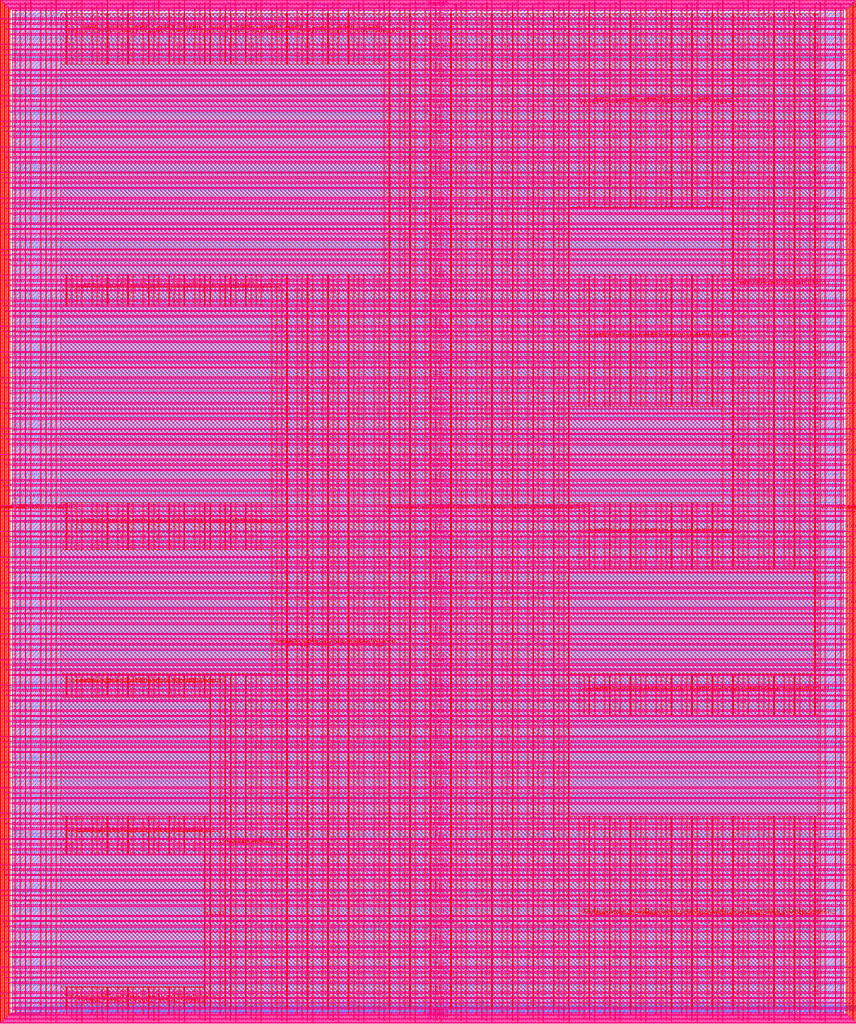
<source format=lef>
VERSION 5.7 ;
  NOWIREEXTENSIONATPIN ON ;
  DIVIDERCHAR "/" ;
  BUSBITCHARS "[]" ;
MACRO user_project_wrapper
  CLASS BLOCK ;
  FOREIGN user_project_wrapper ;
  ORIGIN 0.000 0.000 ;
  SIZE 2920.000 BY 3520.000 ;
  PIN analog_io[0]
    DIRECTION INOUT ;
    USE SIGNAL ;
    PORT
      LAYER met3 ;
        RECT 2917.600 1426.380 2924.800 1427.580 ;
    END
  END analog_io[0]
  PIN analog_io[10]
    DIRECTION INOUT ;
    USE SIGNAL ;
    PORT
      LAYER met2 ;
        RECT 2230.490 3517.600 2231.050 3524.800 ;
    END
  END analog_io[10]
  PIN analog_io[11]
    DIRECTION INOUT ;
    USE SIGNAL ;
    PORT
      LAYER met2 ;
        RECT 1905.730 3517.600 1906.290 3524.800 ;
    END
  END analog_io[11]
  PIN analog_io[12]
    DIRECTION INOUT ;
    USE SIGNAL ;
    PORT
      LAYER met2 ;
        RECT 1581.430 3517.600 1581.990 3524.800 ;
    END
  END analog_io[12]
  PIN analog_io[13]
    DIRECTION INOUT ;
    USE SIGNAL ;
    PORT
      LAYER met2 ;
        RECT 1257.130 3517.600 1257.690 3524.800 ;
    END
  END analog_io[13]
  PIN analog_io[14]
    DIRECTION INOUT ;
    USE SIGNAL ;
    PORT
      LAYER met2 ;
        RECT 932.370 3517.600 932.930 3524.800 ;
    END
  END analog_io[14]
  PIN analog_io[15]
    DIRECTION INOUT ;
    USE SIGNAL ;
    PORT
      LAYER met2 ;
        RECT 608.070 3517.600 608.630 3524.800 ;
    END
  END analog_io[15]
  PIN analog_io[16]
    DIRECTION INOUT ;
    USE SIGNAL ;
    PORT
      LAYER met2 ;
        RECT 283.770 3517.600 284.330 3524.800 ;
    END
  END analog_io[16]
  PIN analog_io[17]
    DIRECTION INOUT ;
    USE SIGNAL ;
    PORT
      LAYER met3 ;
        RECT -4.800 3486.100 2.400 3487.300 ;
    END
  END analog_io[17]
  PIN analog_io[18]
    DIRECTION INOUT ;
    USE SIGNAL ;
    PORT
      LAYER met3 ;
        RECT -4.800 3224.980 2.400 3226.180 ;
    END
  END analog_io[18]
  PIN analog_io[19]
    DIRECTION INOUT ;
    USE SIGNAL ;
    PORT
      LAYER met3 ;
        RECT -4.800 2964.540 2.400 2965.740 ;
    END
  END analog_io[19]
  PIN analog_io[1]
    DIRECTION INOUT ;
    USE SIGNAL ;
    PORT
      LAYER met3 ;
        RECT 2917.600 1692.260 2924.800 1693.460 ;
    END
  END analog_io[1]
  PIN analog_io[20]
    DIRECTION INOUT ;
    USE SIGNAL ;
    PORT
      LAYER met3 ;
        RECT -4.800 2703.420 2.400 2704.620 ;
    END
  END analog_io[20]
  PIN analog_io[21]
    DIRECTION INOUT ;
    USE SIGNAL ;
    PORT
      LAYER met3 ;
        RECT -4.800 2442.980 2.400 2444.180 ;
    END
  END analog_io[21]
  PIN analog_io[22]
    DIRECTION INOUT ;
    USE SIGNAL ;
    PORT
      LAYER met3 ;
        RECT -4.800 2182.540 2.400 2183.740 ;
    END
  END analog_io[22]
  PIN analog_io[23]
    DIRECTION INOUT ;
    USE SIGNAL ;
    PORT
      LAYER met3 ;
        RECT -4.800 1921.420 2.400 1922.620 ;
    END
  END analog_io[23]
  PIN analog_io[24]
    DIRECTION INOUT ;
    USE SIGNAL ;
    PORT
      LAYER met3 ;
        RECT -4.800 1660.980 2.400 1662.180 ;
    END
  END analog_io[24]
  PIN analog_io[25]
    DIRECTION INOUT ;
    USE SIGNAL ;
    PORT
      LAYER met3 ;
        RECT -4.800 1399.860 2.400 1401.060 ;
    END
  END analog_io[25]
  PIN analog_io[26]
    DIRECTION INOUT ;
    USE SIGNAL ;
    PORT
      LAYER met3 ;
        RECT -4.800 1139.420 2.400 1140.620 ;
    END
  END analog_io[26]
  PIN analog_io[27]
    DIRECTION INOUT ;
    USE SIGNAL ;
    PORT
      LAYER met3 ;
        RECT -4.800 878.980 2.400 880.180 ;
    END
  END analog_io[27]
  PIN analog_io[28]
    DIRECTION INOUT ;
    USE SIGNAL ;
    PORT
      LAYER met3 ;
        RECT -4.800 617.860 2.400 619.060 ;
    END
  END analog_io[28]
  PIN analog_io[2]
    DIRECTION INOUT ;
    USE SIGNAL ;
    PORT
      LAYER met3 ;
        RECT 2917.600 1958.140 2924.800 1959.340 ;
    END
  END analog_io[2]
  PIN analog_io[3]
    DIRECTION INOUT ;
    USE SIGNAL ;
    PORT
      LAYER met3 ;
        RECT 2917.600 2223.340 2924.800 2224.540 ;
    END
  END analog_io[3]
  PIN analog_io[4]
    DIRECTION INOUT ;
    USE SIGNAL ;
    PORT
      LAYER met3 ;
        RECT 2917.600 2489.220 2924.800 2490.420 ;
    END
  END analog_io[4]
  PIN analog_io[5]
    DIRECTION INOUT ;
    USE SIGNAL ;
    PORT
      LAYER met3 ;
        RECT 2917.600 2755.100 2924.800 2756.300 ;
    END
  END analog_io[5]
  PIN analog_io[6]
    DIRECTION INOUT ;
    USE SIGNAL ;
    PORT
      LAYER met3 ;
        RECT 2917.600 3020.300 2924.800 3021.500 ;
    END
  END analog_io[6]
  PIN analog_io[7]
    DIRECTION INOUT ;
    USE SIGNAL ;
    PORT
      LAYER met3 ;
        RECT 2917.600 3286.180 2924.800 3287.380 ;
    END
  END analog_io[7]
  PIN analog_io[8]
    DIRECTION INOUT ;
    USE SIGNAL ;
    PORT
      LAYER met2 ;
        RECT 2879.090 3517.600 2879.650 3524.800 ;
    END
  END analog_io[8]
  PIN analog_io[9]
    DIRECTION INOUT ;
    USE SIGNAL ;
    PORT
      LAYER met2 ;
        RECT 2554.790 3517.600 2555.350 3524.800 ;
    END
  END analog_io[9]
  PIN io_in[0]
    DIRECTION INPUT ;
    USE SIGNAL ;
    PORT
      LAYER met3 ;
        RECT 2917.600 32.380 2924.800 33.580 ;
    END
  END io_in[0]
  PIN io_in[10]
    DIRECTION INPUT ;
    USE SIGNAL ;
    PORT
      LAYER met3 ;
        RECT 2917.600 2289.980 2924.800 2291.180 ;
    END
  END io_in[10]
  PIN io_in[11]
    DIRECTION INPUT ;
    USE SIGNAL ;
    PORT
      LAYER met3 ;
        RECT 2917.600 2555.860 2924.800 2557.060 ;
    END
  END io_in[11]
  PIN io_in[12]
    DIRECTION INPUT ;
    USE SIGNAL ;
    PORT
      LAYER met3 ;
        RECT 2917.600 2821.060 2924.800 2822.260 ;
    END
  END io_in[12]
  PIN io_in[13]
    DIRECTION INPUT ;
    USE SIGNAL ;
    PORT
      LAYER met3 ;
        RECT 2917.600 3086.940 2924.800 3088.140 ;
    END
  END io_in[13]
  PIN io_in[14]
    DIRECTION INPUT ;
    USE SIGNAL ;
    PORT
      LAYER met3 ;
        RECT 2917.600 3352.820 2924.800 3354.020 ;
    END
  END io_in[14]
  PIN io_in[15]
    DIRECTION INPUT ;
    USE SIGNAL ;
    PORT
      LAYER met2 ;
        RECT 2798.130 3517.600 2798.690 3524.800 ;
    END
  END io_in[15]
  PIN io_in[16]
    DIRECTION INPUT ;
    USE SIGNAL ;
    PORT
      LAYER met2 ;
        RECT 2473.830 3517.600 2474.390 3524.800 ;
    END
  END io_in[16]
  PIN io_in[17]
    DIRECTION INPUT ;
    USE SIGNAL ;
    PORT
      LAYER met2 ;
        RECT 2149.070 3517.600 2149.630 3524.800 ;
    END
  END io_in[17]
  PIN io_in[18]
    DIRECTION INPUT ;
    USE SIGNAL ;
    PORT
      LAYER met2 ;
        RECT 1824.770 3517.600 1825.330 3524.800 ;
    END
  END io_in[18]
  PIN io_in[19]
    DIRECTION INPUT ;
    USE SIGNAL ;
    PORT
      LAYER met2 ;
        RECT 1500.470 3517.600 1501.030 3524.800 ;
    END
  END io_in[19]
  PIN io_in[1]
    DIRECTION INPUT ;
    USE SIGNAL ;
    PORT
      LAYER met3 ;
        RECT 2917.600 230.940 2924.800 232.140 ;
    END
  END io_in[1]
  PIN io_in[20]
    DIRECTION INPUT ;
    USE SIGNAL ;
    PORT
      LAYER met2 ;
        RECT 1175.710 3517.600 1176.270 3524.800 ;
    END
  END io_in[20]
  PIN io_in[21]
    DIRECTION INPUT ;
    USE SIGNAL ;
    PORT
      LAYER met2 ;
        RECT 851.410 3517.600 851.970 3524.800 ;
    END
  END io_in[21]
  PIN io_in[22]
    DIRECTION INPUT ;
    USE SIGNAL ;
    PORT
      LAYER met2 ;
        RECT 527.110 3517.600 527.670 3524.800 ;
    END
  END io_in[22]
  PIN io_in[23]
    DIRECTION INPUT ;
    USE SIGNAL ;
    PORT
      LAYER met2 ;
        RECT 202.350 3517.600 202.910 3524.800 ;
    END
  END io_in[23]
  PIN io_in[24]
    DIRECTION INPUT ;
    USE SIGNAL ;
    PORT
      LAYER met3 ;
        RECT -4.800 3420.820 2.400 3422.020 ;
    END
  END io_in[24]
  PIN io_in[25]
    DIRECTION INPUT ;
    USE SIGNAL ;
    PORT
      LAYER met3 ;
        RECT -4.800 3159.700 2.400 3160.900 ;
    END
  END io_in[25]
  PIN io_in[26]
    DIRECTION INPUT ;
    USE SIGNAL ;
    PORT
      LAYER met3 ;
        RECT -4.800 2899.260 2.400 2900.460 ;
    END
  END io_in[26]
  PIN io_in[27]
    DIRECTION INPUT ;
    USE SIGNAL ;
    PORT
      LAYER met3 ;
        RECT -4.800 2638.820 2.400 2640.020 ;
    END
  END io_in[27]
  PIN io_in[28]
    DIRECTION INPUT ;
    USE SIGNAL ;
    PORT
      LAYER met3 ;
        RECT -4.800 2377.700 2.400 2378.900 ;
    END
  END io_in[28]
  PIN io_in[29]
    DIRECTION INPUT ;
    USE SIGNAL ;
    PORT
      LAYER met3 ;
        RECT -4.800 2117.260 2.400 2118.460 ;
    END
  END io_in[29]
  PIN io_in[2]
    DIRECTION INPUT ;
    USE SIGNAL ;
    PORT
      LAYER met3 ;
        RECT 2917.600 430.180 2924.800 431.380 ;
    END
  END io_in[2]
  PIN io_in[30]
    DIRECTION INPUT ;
    USE SIGNAL ;
    PORT
      LAYER met3 ;
        RECT -4.800 1856.140 2.400 1857.340 ;
    END
  END io_in[30]
  PIN io_in[31]
    DIRECTION INPUT ;
    USE SIGNAL ;
    PORT
      LAYER met3 ;
        RECT -4.800 1595.700 2.400 1596.900 ;
    END
  END io_in[31]
  PIN io_in[32]
    DIRECTION INPUT ;
    USE SIGNAL ;
    PORT
      LAYER met3 ;
        RECT -4.800 1335.260 2.400 1336.460 ;
    END
  END io_in[32]
  PIN io_in[33]
    DIRECTION INPUT ;
    USE SIGNAL ;
    PORT
      LAYER met3 ;
        RECT -4.800 1074.140 2.400 1075.340 ;
    END
  END io_in[33]
  PIN io_in[34]
    DIRECTION INPUT ;
    USE SIGNAL ;
    PORT
      LAYER met3 ;
        RECT -4.800 813.700 2.400 814.900 ;
    END
  END io_in[34]
  PIN io_in[35]
    DIRECTION INPUT ;
    USE SIGNAL ;
    PORT
      LAYER met3 ;
        RECT -4.800 552.580 2.400 553.780 ;
    END
  END io_in[35]
  PIN io_in[36]
    DIRECTION INPUT ;
    USE SIGNAL ;
    PORT
      LAYER met3 ;
        RECT -4.800 357.420 2.400 358.620 ;
    END
  END io_in[36]
  PIN io_in[37]
    DIRECTION INPUT ;
    USE SIGNAL ;
    PORT
      LAYER met3 ;
        RECT -4.800 161.580 2.400 162.780 ;
    END
  END io_in[37]
  PIN io_in[3]
    DIRECTION INPUT ;
    USE SIGNAL ;
    PORT
      LAYER met3 ;
        RECT 2917.600 629.420 2924.800 630.620 ;
    END
  END io_in[3]
  PIN io_in[4]
    DIRECTION INPUT ;
    USE SIGNAL ;
    PORT
      LAYER met3 ;
        RECT 2917.600 828.660 2924.800 829.860 ;
    END
  END io_in[4]
  PIN io_in[5]
    DIRECTION INPUT ;
    USE SIGNAL ;
    PORT
      LAYER met3 ;
        RECT 2917.600 1027.900 2924.800 1029.100 ;
    END
  END io_in[5]
  PIN io_in[6]
    DIRECTION INPUT ;
    USE SIGNAL ;
    PORT
      LAYER met3 ;
        RECT 2917.600 1227.140 2924.800 1228.340 ;
    END
  END io_in[6]
  PIN io_in[7]
    DIRECTION INPUT ;
    USE SIGNAL ;
    PORT
      LAYER met3 ;
        RECT 2917.600 1493.020 2924.800 1494.220 ;
    END
  END io_in[7]
  PIN io_in[8]
    DIRECTION INPUT ;
    USE SIGNAL ;
    PORT
      LAYER met3 ;
        RECT 2917.600 1758.900 2924.800 1760.100 ;
    END
  END io_in[8]
  PIN io_in[9]
    DIRECTION INPUT ;
    USE SIGNAL ;
    PORT
      LAYER met3 ;
        RECT 2917.600 2024.100 2924.800 2025.300 ;
    END
  END io_in[9]
  PIN io_oeb[0]
    DIRECTION OUTPUT TRISTATE ;
    USE SIGNAL ;
    PORT
      LAYER met3 ;
        RECT 2917.600 164.980 2924.800 166.180 ;
    END
  END io_oeb[0]
  PIN io_oeb[10]
    DIRECTION OUTPUT TRISTATE ;
    USE SIGNAL ;
    PORT
      LAYER met3 ;
        RECT 2917.600 2422.580 2924.800 2423.780 ;
    END
  END io_oeb[10]
  PIN io_oeb[11]
    DIRECTION OUTPUT TRISTATE ;
    USE SIGNAL ;
    PORT
      LAYER met3 ;
        RECT 2917.600 2688.460 2924.800 2689.660 ;
    END
  END io_oeb[11]
  PIN io_oeb[12]
    DIRECTION OUTPUT TRISTATE ;
    USE SIGNAL ;
    PORT
      LAYER met3 ;
        RECT 2917.600 2954.340 2924.800 2955.540 ;
    END
  END io_oeb[12]
  PIN io_oeb[13]
    DIRECTION OUTPUT TRISTATE ;
    USE SIGNAL ;
    PORT
      LAYER met3 ;
        RECT 2917.600 3219.540 2924.800 3220.740 ;
    END
  END io_oeb[13]
  PIN io_oeb[14]
    DIRECTION OUTPUT TRISTATE ;
    USE SIGNAL ;
    PORT
      LAYER met3 ;
        RECT 2917.600 3485.420 2924.800 3486.620 ;
    END
  END io_oeb[14]
  PIN io_oeb[15]
    DIRECTION OUTPUT TRISTATE ;
    USE SIGNAL ;
    PORT
      LAYER met2 ;
        RECT 2635.750 3517.600 2636.310 3524.800 ;
    END
  END io_oeb[15]
  PIN io_oeb[16]
    DIRECTION OUTPUT TRISTATE ;
    USE SIGNAL ;
    PORT
      LAYER met2 ;
        RECT 2311.450 3517.600 2312.010 3524.800 ;
    END
  END io_oeb[16]
  PIN io_oeb[17]
    DIRECTION OUTPUT TRISTATE ;
    USE SIGNAL ;
    PORT
      LAYER met2 ;
        RECT 1987.150 3517.600 1987.710 3524.800 ;
    END
  END io_oeb[17]
  PIN io_oeb[18]
    DIRECTION OUTPUT TRISTATE ;
    USE SIGNAL ;
    PORT
      LAYER met2 ;
        RECT 1662.390 3517.600 1662.950 3524.800 ;
    END
  END io_oeb[18]
  PIN io_oeb[19]
    DIRECTION OUTPUT TRISTATE ;
    USE SIGNAL ;
    PORT
      LAYER met2 ;
        RECT 1338.090 3517.600 1338.650 3524.800 ;
    END
  END io_oeb[19]
  PIN io_oeb[1]
    DIRECTION OUTPUT TRISTATE ;
    USE SIGNAL ;
    PORT
      LAYER met3 ;
        RECT 2917.600 364.220 2924.800 365.420 ;
    END
  END io_oeb[1]
  PIN io_oeb[20]
    DIRECTION OUTPUT TRISTATE ;
    USE SIGNAL ;
    PORT
      LAYER met2 ;
        RECT 1013.790 3517.600 1014.350 3524.800 ;
    END
  END io_oeb[20]
  PIN io_oeb[21]
    DIRECTION OUTPUT TRISTATE ;
    USE SIGNAL ;
    PORT
      LAYER met2 ;
        RECT 689.030 3517.600 689.590 3524.800 ;
    END
  END io_oeb[21]
  PIN io_oeb[22]
    DIRECTION OUTPUT TRISTATE ;
    USE SIGNAL ;
    PORT
      LAYER met2 ;
        RECT 364.730 3517.600 365.290 3524.800 ;
    END
  END io_oeb[22]
  PIN io_oeb[23]
    DIRECTION OUTPUT TRISTATE ;
    USE SIGNAL ;
    PORT
      LAYER met2 ;
        RECT 40.430 3517.600 40.990 3524.800 ;
    END
  END io_oeb[23]
  PIN io_oeb[24]
    DIRECTION OUTPUT TRISTATE ;
    USE SIGNAL ;
    PORT
      LAYER met3 ;
        RECT -4.800 3290.260 2.400 3291.460 ;
    END
  END io_oeb[24]
  PIN io_oeb[25]
    DIRECTION OUTPUT TRISTATE ;
    USE SIGNAL ;
    PORT
      LAYER met3 ;
        RECT -4.800 3029.820 2.400 3031.020 ;
    END
  END io_oeb[25]
  PIN io_oeb[26]
    DIRECTION OUTPUT TRISTATE ;
    USE SIGNAL ;
    PORT
      LAYER met3 ;
        RECT -4.800 2768.700 2.400 2769.900 ;
    END
  END io_oeb[26]
  PIN io_oeb[27]
    DIRECTION OUTPUT TRISTATE ;
    USE SIGNAL ;
    PORT
      LAYER met3 ;
        RECT -4.800 2508.260 2.400 2509.460 ;
    END
  END io_oeb[27]
  PIN io_oeb[28]
    DIRECTION OUTPUT TRISTATE ;
    USE SIGNAL ;
    PORT
      LAYER met3 ;
        RECT -4.800 2247.140 2.400 2248.340 ;
    END
  END io_oeb[28]
  PIN io_oeb[29]
    DIRECTION OUTPUT TRISTATE ;
    USE SIGNAL ;
    PORT
      LAYER met3 ;
        RECT -4.800 1986.700 2.400 1987.900 ;
    END
  END io_oeb[29]
  PIN io_oeb[2]
    DIRECTION OUTPUT TRISTATE ;
    USE SIGNAL ;
    PORT
      LAYER met3 ;
        RECT 2917.600 563.460 2924.800 564.660 ;
    END
  END io_oeb[2]
  PIN io_oeb[30]
    DIRECTION OUTPUT TRISTATE ;
    USE SIGNAL ;
    PORT
      LAYER met3 ;
        RECT -4.800 1726.260 2.400 1727.460 ;
    END
  END io_oeb[30]
  PIN io_oeb[31]
    DIRECTION OUTPUT TRISTATE ;
    USE SIGNAL ;
    PORT
      LAYER met3 ;
        RECT -4.800 1465.140 2.400 1466.340 ;
    END
  END io_oeb[31]
  PIN io_oeb[32]
    DIRECTION OUTPUT TRISTATE ;
    USE SIGNAL ;
    PORT
      LAYER met3 ;
        RECT -4.800 1204.700 2.400 1205.900 ;
    END
  END io_oeb[32]
  PIN io_oeb[33]
    DIRECTION OUTPUT TRISTATE ;
    USE SIGNAL ;
    PORT
      LAYER met3 ;
        RECT -4.800 943.580 2.400 944.780 ;
    END
  END io_oeb[33]
  PIN io_oeb[34]
    DIRECTION OUTPUT TRISTATE ;
    USE SIGNAL ;
    PORT
      LAYER met3 ;
        RECT -4.800 683.140 2.400 684.340 ;
    END
  END io_oeb[34]
  PIN io_oeb[35]
    DIRECTION OUTPUT TRISTATE ;
    USE SIGNAL ;
    PORT
      LAYER met3 ;
        RECT -4.800 422.700 2.400 423.900 ;
    END
  END io_oeb[35]
  PIN io_oeb[36]
    DIRECTION OUTPUT TRISTATE ;
    USE SIGNAL ;
    PORT
      LAYER met3 ;
        RECT -4.800 226.860 2.400 228.060 ;
    END
  END io_oeb[36]
  PIN io_oeb[37]
    DIRECTION OUTPUT TRISTATE ;
    USE SIGNAL ;
    PORT
      LAYER met3 ;
        RECT -4.800 31.700 2.400 32.900 ;
    END
  END io_oeb[37]
  PIN io_oeb[3]
    DIRECTION OUTPUT TRISTATE ;
    USE SIGNAL ;
    PORT
      LAYER met3 ;
        RECT 2917.600 762.700 2924.800 763.900 ;
    END
  END io_oeb[3]
  PIN io_oeb[4]
    DIRECTION OUTPUT TRISTATE ;
    USE SIGNAL ;
    PORT
      LAYER met3 ;
        RECT 2917.600 961.940 2924.800 963.140 ;
    END
  END io_oeb[4]
  PIN io_oeb[5]
    DIRECTION OUTPUT TRISTATE ;
    USE SIGNAL ;
    PORT
      LAYER met3 ;
        RECT 2917.600 1161.180 2924.800 1162.380 ;
    END
  END io_oeb[5]
  PIN io_oeb[6]
    DIRECTION OUTPUT TRISTATE ;
    USE SIGNAL ;
    PORT
      LAYER met3 ;
        RECT 2917.600 1360.420 2924.800 1361.620 ;
    END
  END io_oeb[6]
  PIN io_oeb[7]
    DIRECTION OUTPUT TRISTATE ;
    USE SIGNAL ;
    PORT
      LAYER met3 ;
        RECT 2917.600 1625.620 2924.800 1626.820 ;
    END
  END io_oeb[7]
  PIN io_oeb[8]
    DIRECTION OUTPUT TRISTATE ;
    USE SIGNAL ;
    PORT
      LAYER met3 ;
        RECT 2917.600 1891.500 2924.800 1892.700 ;
    END
  END io_oeb[8]
  PIN io_oeb[9]
    DIRECTION OUTPUT TRISTATE ;
    USE SIGNAL ;
    PORT
      LAYER met3 ;
        RECT 2917.600 2157.380 2924.800 2158.580 ;
    END
  END io_oeb[9]
  PIN io_out[0]
    DIRECTION OUTPUT TRISTATE ;
    USE SIGNAL ;
    PORT
      LAYER met3 ;
        RECT 2917.600 98.340 2924.800 99.540 ;
    END
  END io_out[0]
  PIN io_out[10]
    DIRECTION OUTPUT TRISTATE ;
    USE SIGNAL ;
    PORT
      LAYER met3 ;
        RECT 2917.600 2356.620 2924.800 2357.820 ;
    END
  END io_out[10]
  PIN io_out[11]
    DIRECTION OUTPUT TRISTATE ;
    USE SIGNAL ;
    PORT
      LAYER met3 ;
        RECT 2917.600 2621.820 2924.800 2623.020 ;
    END
  END io_out[11]
  PIN io_out[12]
    DIRECTION OUTPUT TRISTATE ;
    USE SIGNAL ;
    PORT
      LAYER met3 ;
        RECT 2917.600 2887.700 2924.800 2888.900 ;
    END
  END io_out[12]
  PIN io_out[13]
    DIRECTION OUTPUT TRISTATE ;
    USE SIGNAL ;
    PORT
      LAYER met3 ;
        RECT 2917.600 3153.580 2924.800 3154.780 ;
    END
  END io_out[13]
  PIN io_out[14]
    DIRECTION OUTPUT TRISTATE ;
    USE SIGNAL ;
    PORT
      LAYER met3 ;
        RECT 2917.600 3418.780 2924.800 3419.980 ;
    END
  END io_out[14]
  PIN io_out[15]
    DIRECTION OUTPUT TRISTATE ;
    USE SIGNAL ;
    PORT
      LAYER met2 ;
        RECT 2717.170 3517.600 2717.730 3524.800 ;
    END
  END io_out[15]
  PIN io_out[16]
    DIRECTION OUTPUT TRISTATE ;
    USE SIGNAL ;
    PORT
      LAYER met2 ;
        RECT 2392.410 3517.600 2392.970 3524.800 ;
    END
  END io_out[16]
  PIN io_out[17]
    DIRECTION OUTPUT TRISTATE ;
    USE SIGNAL ;
    PORT
      LAYER met2 ;
        RECT 2068.110 3517.600 2068.670 3524.800 ;
    END
  END io_out[17]
  PIN io_out[18]
    DIRECTION OUTPUT TRISTATE ;
    USE SIGNAL ;
    PORT
      LAYER met2 ;
        RECT 1743.810 3517.600 1744.370 3524.800 ;
    END
  END io_out[18]
  PIN io_out[19]
    DIRECTION OUTPUT TRISTATE ;
    USE SIGNAL ;
    PORT
      LAYER met2 ;
        RECT 1419.050 3517.600 1419.610 3524.800 ;
    END
  END io_out[19]
  PIN io_out[1]
    DIRECTION OUTPUT TRISTATE ;
    USE SIGNAL ;
    PORT
      LAYER met3 ;
        RECT 2917.600 297.580 2924.800 298.780 ;
    END
  END io_out[1]
  PIN io_out[20]
    DIRECTION OUTPUT TRISTATE ;
    USE SIGNAL ;
    PORT
      LAYER met2 ;
        RECT 1094.750 3517.600 1095.310 3524.800 ;
    END
  END io_out[20]
  PIN io_out[21]
    DIRECTION OUTPUT TRISTATE ;
    USE SIGNAL ;
    PORT
      LAYER met2 ;
        RECT 770.450 3517.600 771.010 3524.800 ;
    END
  END io_out[21]
  PIN io_out[22]
    DIRECTION OUTPUT TRISTATE ;
    USE SIGNAL ;
    PORT
      LAYER met2 ;
        RECT 445.690 3517.600 446.250 3524.800 ;
    END
  END io_out[22]
  PIN io_out[23]
    DIRECTION OUTPUT TRISTATE ;
    USE SIGNAL ;
    PORT
      LAYER met2 ;
        RECT 121.390 3517.600 121.950 3524.800 ;
    END
  END io_out[23]
  PIN io_out[24]
    DIRECTION OUTPUT TRISTATE ;
    USE SIGNAL ;
    PORT
      LAYER met3 ;
        RECT -4.800 3355.540 2.400 3356.740 ;
    END
  END io_out[24]
  PIN io_out[25]
    DIRECTION OUTPUT TRISTATE ;
    USE SIGNAL ;
    PORT
      LAYER met3 ;
        RECT -4.800 3095.100 2.400 3096.300 ;
    END
  END io_out[25]
  PIN io_out[26]
    DIRECTION OUTPUT TRISTATE ;
    USE SIGNAL ;
    PORT
      LAYER met3 ;
        RECT -4.800 2833.980 2.400 2835.180 ;
    END
  END io_out[26]
  PIN io_out[27]
    DIRECTION OUTPUT TRISTATE ;
    USE SIGNAL ;
    PORT
      LAYER met3 ;
        RECT -4.800 2573.540 2.400 2574.740 ;
    END
  END io_out[27]
  PIN io_out[28]
    DIRECTION OUTPUT TRISTATE ;
    USE SIGNAL ;
    PORT
      LAYER met3 ;
        RECT -4.800 2312.420 2.400 2313.620 ;
    END
  END io_out[28]
  PIN io_out[29]
    DIRECTION OUTPUT TRISTATE ;
    USE SIGNAL ;
    PORT
      LAYER met3 ;
        RECT -4.800 2051.980 2.400 2053.180 ;
    END
  END io_out[29]
  PIN io_out[2]
    DIRECTION OUTPUT TRISTATE ;
    USE SIGNAL ;
    PORT
      LAYER met3 ;
        RECT 2917.600 496.820 2924.800 498.020 ;
    END
  END io_out[2]
  PIN io_out[30]
    DIRECTION OUTPUT TRISTATE ;
    USE SIGNAL ;
    PORT
      LAYER met3 ;
        RECT -4.800 1791.540 2.400 1792.740 ;
    END
  END io_out[30]
  PIN io_out[31]
    DIRECTION OUTPUT TRISTATE ;
    USE SIGNAL ;
    PORT
      LAYER met3 ;
        RECT -4.800 1530.420 2.400 1531.620 ;
    END
  END io_out[31]
  PIN io_out[32]
    DIRECTION OUTPUT TRISTATE ;
    USE SIGNAL ;
    PORT
      LAYER met3 ;
        RECT -4.800 1269.980 2.400 1271.180 ;
    END
  END io_out[32]
  PIN io_out[33]
    DIRECTION OUTPUT TRISTATE ;
    USE SIGNAL ;
    PORT
      LAYER met3 ;
        RECT -4.800 1008.860 2.400 1010.060 ;
    END
  END io_out[33]
  PIN io_out[34]
    DIRECTION OUTPUT TRISTATE ;
    USE SIGNAL ;
    PORT
      LAYER met3 ;
        RECT -4.800 748.420 2.400 749.620 ;
    END
  END io_out[34]
  PIN io_out[35]
    DIRECTION OUTPUT TRISTATE ;
    USE SIGNAL ;
    PORT
      LAYER met3 ;
        RECT -4.800 487.300 2.400 488.500 ;
    END
  END io_out[35]
  PIN io_out[36]
    DIRECTION OUTPUT TRISTATE ;
    USE SIGNAL ;
    PORT
      LAYER met3 ;
        RECT -4.800 292.140 2.400 293.340 ;
    END
  END io_out[36]
  PIN io_out[37]
    DIRECTION OUTPUT TRISTATE ;
    USE SIGNAL ;
    PORT
      LAYER met3 ;
        RECT -4.800 96.300 2.400 97.500 ;
    END
  END io_out[37]
  PIN io_out[3]
    DIRECTION OUTPUT TRISTATE ;
    USE SIGNAL ;
    PORT
      LAYER met3 ;
        RECT 2917.600 696.060 2924.800 697.260 ;
    END
  END io_out[3]
  PIN io_out[4]
    DIRECTION OUTPUT TRISTATE ;
    USE SIGNAL ;
    PORT
      LAYER met3 ;
        RECT 2917.600 895.300 2924.800 896.500 ;
    END
  END io_out[4]
  PIN io_out[5]
    DIRECTION OUTPUT TRISTATE ;
    USE SIGNAL ;
    PORT
      LAYER met3 ;
        RECT 2917.600 1094.540 2924.800 1095.740 ;
    END
  END io_out[5]
  PIN io_out[6]
    DIRECTION OUTPUT TRISTATE ;
    USE SIGNAL ;
    PORT
      LAYER met3 ;
        RECT 2917.600 1293.780 2924.800 1294.980 ;
    END
  END io_out[6]
  PIN io_out[7]
    DIRECTION OUTPUT TRISTATE ;
    USE SIGNAL ;
    PORT
      LAYER met3 ;
        RECT 2917.600 1559.660 2924.800 1560.860 ;
    END
  END io_out[7]
  PIN io_out[8]
    DIRECTION OUTPUT TRISTATE ;
    USE SIGNAL ;
    PORT
      LAYER met3 ;
        RECT 2917.600 1824.860 2924.800 1826.060 ;
    END
  END io_out[8]
  PIN io_out[9]
    DIRECTION OUTPUT TRISTATE ;
    USE SIGNAL ;
    PORT
      LAYER met3 ;
        RECT 2917.600 2090.740 2924.800 2091.940 ;
    END
  END io_out[9]
  PIN la_data_in[0]
    DIRECTION INPUT ;
    USE SIGNAL ;
    PORT
      LAYER met2 ;
        RECT 629.230 -4.800 629.790 2.400 ;
    END
  END la_data_in[0]
  PIN la_data_in[100]
    DIRECTION INPUT ;
    USE SIGNAL ;
    PORT
      LAYER met2 ;
        RECT 2402.530 -4.800 2403.090 2.400 ;
    END
  END la_data_in[100]
  PIN la_data_in[101]
    DIRECTION INPUT ;
    USE SIGNAL ;
    PORT
      LAYER met2 ;
        RECT 2420.010 -4.800 2420.570 2.400 ;
    END
  END la_data_in[101]
  PIN la_data_in[102]
    DIRECTION INPUT ;
    USE SIGNAL ;
    PORT
      LAYER met2 ;
        RECT 2437.950 -4.800 2438.510 2.400 ;
    END
  END la_data_in[102]
  PIN la_data_in[103]
    DIRECTION INPUT ;
    USE SIGNAL ;
    PORT
      LAYER met2 ;
        RECT 2455.430 -4.800 2455.990 2.400 ;
    END
  END la_data_in[103]
  PIN la_data_in[104]
    DIRECTION INPUT ;
    USE SIGNAL ;
    PORT
      LAYER met2 ;
        RECT 2473.370 -4.800 2473.930 2.400 ;
    END
  END la_data_in[104]
  PIN la_data_in[105]
    DIRECTION INPUT ;
    USE SIGNAL ;
    PORT
      LAYER met2 ;
        RECT 2490.850 -4.800 2491.410 2.400 ;
    END
  END la_data_in[105]
  PIN la_data_in[106]
    DIRECTION INPUT ;
    USE SIGNAL ;
    PORT
      LAYER met2 ;
        RECT 2508.790 -4.800 2509.350 2.400 ;
    END
  END la_data_in[106]
  PIN la_data_in[107]
    DIRECTION INPUT ;
    USE SIGNAL ;
    PORT
      LAYER met2 ;
        RECT 2526.730 -4.800 2527.290 2.400 ;
    END
  END la_data_in[107]
  PIN la_data_in[108]
    DIRECTION INPUT ;
    USE SIGNAL ;
    PORT
      LAYER met2 ;
        RECT 2544.210 -4.800 2544.770 2.400 ;
    END
  END la_data_in[108]
  PIN la_data_in[109]
    DIRECTION INPUT ;
    USE SIGNAL ;
    PORT
      LAYER met2 ;
        RECT 2562.150 -4.800 2562.710 2.400 ;
    END
  END la_data_in[109]
  PIN la_data_in[10]
    DIRECTION INPUT ;
    USE SIGNAL ;
    PORT
      LAYER met2 ;
        RECT 806.330 -4.800 806.890 2.400 ;
    END
  END la_data_in[10]
  PIN la_data_in[110]
    DIRECTION INPUT ;
    USE SIGNAL ;
    PORT
      LAYER met2 ;
        RECT 2579.630 -4.800 2580.190 2.400 ;
    END
  END la_data_in[110]
  PIN la_data_in[111]
    DIRECTION INPUT ;
    USE SIGNAL ;
    PORT
      LAYER met2 ;
        RECT 2597.570 -4.800 2598.130 2.400 ;
    END
  END la_data_in[111]
  PIN la_data_in[112]
    DIRECTION INPUT ;
    USE SIGNAL ;
    PORT
      LAYER met2 ;
        RECT 2615.050 -4.800 2615.610 2.400 ;
    END
  END la_data_in[112]
  PIN la_data_in[113]
    DIRECTION INPUT ;
    USE SIGNAL ;
    PORT
      LAYER met2 ;
        RECT 2632.990 -4.800 2633.550 2.400 ;
    END
  END la_data_in[113]
  PIN la_data_in[114]
    DIRECTION INPUT ;
    USE SIGNAL ;
    PORT
      LAYER met2 ;
        RECT 2650.470 -4.800 2651.030 2.400 ;
    END
  END la_data_in[114]
  PIN la_data_in[115]
    DIRECTION INPUT ;
    USE SIGNAL ;
    PORT
      LAYER met2 ;
        RECT 2668.410 -4.800 2668.970 2.400 ;
    END
  END la_data_in[115]
  PIN la_data_in[116]
    DIRECTION INPUT ;
    USE SIGNAL ;
    PORT
      LAYER met2 ;
        RECT 2685.890 -4.800 2686.450 2.400 ;
    END
  END la_data_in[116]
  PIN la_data_in[117]
    DIRECTION INPUT ;
    USE SIGNAL ;
    PORT
      LAYER met2 ;
        RECT 2703.830 -4.800 2704.390 2.400 ;
    END
  END la_data_in[117]
  PIN la_data_in[118]
    DIRECTION INPUT ;
    USE SIGNAL ;
    PORT
      LAYER met2 ;
        RECT 2721.770 -4.800 2722.330 2.400 ;
    END
  END la_data_in[118]
  PIN la_data_in[119]
    DIRECTION INPUT ;
    USE SIGNAL ;
    PORT
      LAYER met2 ;
        RECT 2739.250 -4.800 2739.810 2.400 ;
    END
  END la_data_in[119]
  PIN la_data_in[11]
    DIRECTION INPUT ;
    USE SIGNAL ;
    PORT
      LAYER met2 ;
        RECT 824.270 -4.800 824.830 2.400 ;
    END
  END la_data_in[11]
  PIN la_data_in[120]
    DIRECTION INPUT ;
    USE SIGNAL ;
    PORT
      LAYER met2 ;
        RECT 2757.190 -4.800 2757.750 2.400 ;
    END
  END la_data_in[120]
  PIN la_data_in[121]
    DIRECTION INPUT ;
    USE SIGNAL ;
    PORT
      LAYER met2 ;
        RECT 2774.670 -4.800 2775.230 2.400 ;
    END
  END la_data_in[121]
  PIN la_data_in[122]
    DIRECTION INPUT ;
    USE SIGNAL ;
    PORT
      LAYER met2 ;
        RECT 2792.610 -4.800 2793.170 2.400 ;
    END
  END la_data_in[122]
  PIN la_data_in[123]
    DIRECTION INPUT ;
    USE SIGNAL ;
    PORT
      LAYER met2 ;
        RECT 2810.090 -4.800 2810.650 2.400 ;
    END
  END la_data_in[123]
  PIN la_data_in[124]
    DIRECTION INPUT ;
    USE SIGNAL ;
    PORT
      LAYER met2 ;
        RECT 2828.030 -4.800 2828.590 2.400 ;
    END
  END la_data_in[124]
  PIN la_data_in[125]
    DIRECTION INPUT ;
    USE SIGNAL ;
    PORT
      LAYER met2 ;
        RECT 2845.510 -4.800 2846.070 2.400 ;
    END
  END la_data_in[125]
  PIN la_data_in[126]
    DIRECTION INPUT ;
    USE SIGNAL ;
    PORT
      LAYER met2 ;
        RECT 2863.450 -4.800 2864.010 2.400 ;
    END
  END la_data_in[126]
  PIN la_data_in[127]
    DIRECTION INPUT ;
    USE SIGNAL ;
    PORT
      LAYER met2 ;
        RECT 2881.390 -4.800 2881.950 2.400 ;
    END
  END la_data_in[127]
  PIN la_data_in[12]
    DIRECTION INPUT ;
    USE SIGNAL ;
    PORT
      LAYER met2 ;
        RECT 841.750 -4.800 842.310 2.400 ;
    END
  END la_data_in[12]
  PIN la_data_in[13]
    DIRECTION INPUT ;
    USE SIGNAL ;
    PORT
      LAYER met2 ;
        RECT 859.690 -4.800 860.250 2.400 ;
    END
  END la_data_in[13]
  PIN la_data_in[14]
    DIRECTION INPUT ;
    USE SIGNAL ;
    PORT
      LAYER met2 ;
        RECT 877.170 -4.800 877.730 2.400 ;
    END
  END la_data_in[14]
  PIN la_data_in[15]
    DIRECTION INPUT ;
    USE SIGNAL ;
    PORT
      LAYER met2 ;
        RECT 895.110 -4.800 895.670 2.400 ;
    END
  END la_data_in[15]
  PIN la_data_in[16]
    DIRECTION INPUT ;
    USE SIGNAL ;
    PORT
      LAYER met2 ;
        RECT 912.590 -4.800 913.150 2.400 ;
    END
  END la_data_in[16]
  PIN la_data_in[17]
    DIRECTION INPUT ;
    USE SIGNAL ;
    PORT
      LAYER met2 ;
        RECT 930.530 -4.800 931.090 2.400 ;
    END
  END la_data_in[17]
  PIN la_data_in[18]
    DIRECTION INPUT ;
    USE SIGNAL ;
    PORT
      LAYER met2 ;
        RECT 948.470 -4.800 949.030 2.400 ;
    END
  END la_data_in[18]
  PIN la_data_in[19]
    DIRECTION INPUT ;
    USE SIGNAL ;
    PORT
      LAYER met2 ;
        RECT 965.950 -4.800 966.510 2.400 ;
    END
  END la_data_in[19]
  PIN la_data_in[1]
    DIRECTION INPUT ;
    USE SIGNAL ;
    PORT
      LAYER met2 ;
        RECT 646.710 -4.800 647.270 2.400 ;
    END
  END la_data_in[1]
  PIN la_data_in[20]
    DIRECTION INPUT ;
    USE SIGNAL ;
    PORT
      LAYER met2 ;
        RECT 983.890 -4.800 984.450 2.400 ;
    END
  END la_data_in[20]
  PIN la_data_in[21]
    DIRECTION INPUT ;
    USE SIGNAL ;
    PORT
      LAYER met2 ;
        RECT 1001.370 -4.800 1001.930 2.400 ;
    END
  END la_data_in[21]
  PIN la_data_in[22]
    DIRECTION INPUT ;
    USE SIGNAL ;
    PORT
      LAYER met2 ;
        RECT 1019.310 -4.800 1019.870 2.400 ;
    END
  END la_data_in[22]
  PIN la_data_in[23]
    DIRECTION INPUT ;
    USE SIGNAL ;
    PORT
      LAYER met2 ;
        RECT 1036.790 -4.800 1037.350 2.400 ;
    END
  END la_data_in[23]
  PIN la_data_in[24]
    DIRECTION INPUT ;
    USE SIGNAL ;
    PORT
      LAYER met2 ;
        RECT 1054.730 -4.800 1055.290 2.400 ;
    END
  END la_data_in[24]
  PIN la_data_in[25]
    DIRECTION INPUT ;
    USE SIGNAL ;
    PORT
      LAYER met2 ;
        RECT 1072.210 -4.800 1072.770 2.400 ;
    END
  END la_data_in[25]
  PIN la_data_in[26]
    DIRECTION INPUT ;
    USE SIGNAL ;
    PORT
      LAYER met2 ;
        RECT 1090.150 -4.800 1090.710 2.400 ;
    END
  END la_data_in[26]
  PIN la_data_in[27]
    DIRECTION INPUT ;
    USE SIGNAL ;
    PORT
      LAYER met2 ;
        RECT 1107.630 -4.800 1108.190 2.400 ;
    END
  END la_data_in[27]
  PIN la_data_in[28]
    DIRECTION INPUT ;
    USE SIGNAL ;
    PORT
      LAYER met2 ;
        RECT 1125.570 -4.800 1126.130 2.400 ;
    END
  END la_data_in[28]
  PIN la_data_in[29]
    DIRECTION INPUT ;
    USE SIGNAL ;
    PORT
      LAYER met2 ;
        RECT 1143.510 -4.800 1144.070 2.400 ;
    END
  END la_data_in[29]
  PIN la_data_in[2]
    DIRECTION INPUT ;
    USE SIGNAL ;
    PORT
      LAYER met2 ;
        RECT 664.650 -4.800 665.210 2.400 ;
    END
  END la_data_in[2]
  PIN la_data_in[30]
    DIRECTION INPUT ;
    USE SIGNAL ;
    PORT
      LAYER met2 ;
        RECT 1160.990 -4.800 1161.550 2.400 ;
    END
  END la_data_in[30]
  PIN la_data_in[31]
    DIRECTION INPUT ;
    USE SIGNAL ;
    PORT
      LAYER met2 ;
        RECT 1178.930 -4.800 1179.490 2.400 ;
    END
  END la_data_in[31]
  PIN la_data_in[32]
    DIRECTION INPUT ;
    USE SIGNAL ;
    PORT
      LAYER met2 ;
        RECT 1196.410 -4.800 1196.970 2.400 ;
    END
  END la_data_in[32]
  PIN la_data_in[33]
    DIRECTION INPUT ;
    USE SIGNAL ;
    PORT
      LAYER met2 ;
        RECT 1214.350 -4.800 1214.910 2.400 ;
    END
  END la_data_in[33]
  PIN la_data_in[34]
    DIRECTION INPUT ;
    USE SIGNAL ;
    PORT
      LAYER met2 ;
        RECT 1231.830 -4.800 1232.390 2.400 ;
    END
  END la_data_in[34]
  PIN la_data_in[35]
    DIRECTION INPUT ;
    USE SIGNAL ;
    PORT
      LAYER met2 ;
        RECT 1249.770 -4.800 1250.330 2.400 ;
    END
  END la_data_in[35]
  PIN la_data_in[36]
    DIRECTION INPUT ;
    USE SIGNAL ;
    PORT
      LAYER met2 ;
        RECT 1267.250 -4.800 1267.810 2.400 ;
    END
  END la_data_in[36]
  PIN la_data_in[37]
    DIRECTION INPUT ;
    USE SIGNAL ;
    PORT
      LAYER met2 ;
        RECT 1285.190 -4.800 1285.750 2.400 ;
    END
  END la_data_in[37]
  PIN la_data_in[38]
    DIRECTION INPUT ;
    USE SIGNAL ;
    PORT
      LAYER met2 ;
        RECT 1303.130 -4.800 1303.690 2.400 ;
    END
  END la_data_in[38]
  PIN la_data_in[39]
    DIRECTION INPUT ;
    USE SIGNAL ;
    PORT
      LAYER met2 ;
        RECT 1320.610 -4.800 1321.170 2.400 ;
    END
  END la_data_in[39]
  PIN la_data_in[3]
    DIRECTION INPUT ;
    USE SIGNAL ;
    PORT
      LAYER met2 ;
        RECT 682.130 -4.800 682.690 2.400 ;
    END
  END la_data_in[3]
  PIN la_data_in[40]
    DIRECTION INPUT ;
    USE SIGNAL ;
    PORT
      LAYER met2 ;
        RECT 1338.550 -4.800 1339.110 2.400 ;
    END
  END la_data_in[40]
  PIN la_data_in[41]
    DIRECTION INPUT ;
    USE SIGNAL ;
    PORT
      LAYER met2 ;
        RECT 1356.030 -4.800 1356.590 2.400 ;
    END
  END la_data_in[41]
  PIN la_data_in[42]
    DIRECTION INPUT ;
    USE SIGNAL ;
    PORT
      LAYER met2 ;
        RECT 1373.970 -4.800 1374.530 2.400 ;
    END
  END la_data_in[42]
  PIN la_data_in[43]
    DIRECTION INPUT ;
    USE SIGNAL ;
    PORT
      LAYER met2 ;
        RECT 1391.450 -4.800 1392.010 2.400 ;
    END
  END la_data_in[43]
  PIN la_data_in[44]
    DIRECTION INPUT ;
    USE SIGNAL ;
    PORT
      LAYER met2 ;
        RECT 1409.390 -4.800 1409.950 2.400 ;
    END
  END la_data_in[44]
  PIN la_data_in[45]
    DIRECTION INPUT ;
    USE SIGNAL ;
    PORT
      LAYER met2 ;
        RECT 1426.870 -4.800 1427.430 2.400 ;
    END
  END la_data_in[45]
  PIN la_data_in[46]
    DIRECTION INPUT ;
    USE SIGNAL ;
    PORT
      LAYER met2 ;
        RECT 1444.810 -4.800 1445.370 2.400 ;
    END
  END la_data_in[46]
  PIN la_data_in[47]
    DIRECTION INPUT ;
    USE SIGNAL ;
    PORT
      LAYER met2 ;
        RECT 1462.750 -4.800 1463.310 2.400 ;
    END
  END la_data_in[47]
  PIN la_data_in[48]
    DIRECTION INPUT ;
    USE SIGNAL ;
    PORT
      LAYER met2 ;
        RECT 1480.230 -4.800 1480.790 2.400 ;
    END
  END la_data_in[48]
  PIN la_data_in[49]
    DIRECTION INPUT ;
    USE SIGNAL ;
    PORT
      LAYER met2 ;
        RECT 1498.170 -4.800 1498.730 2.400 ;
    END
  END la_data_in[49]
  PIN la_data_in[4]
    DIRECTION INPUT ;
    USE SIGNAL ;
    PORT
      LAYER met2 ;
        RECT 700.070 -4.800 700.630 2.400 ;
    END
  END la_data_in[4]
  PIN la_data_in[50]
    DIRECTION INPUT ;
    USE SIGNAL ;
    PORT
      LAYER met2 ;
        RECT 1515.650 -4.800 1516.210 2.400 ;
    END
  END la_data_in[50]
  PIN la_data_in[51]
    DIRECTION INPUT ;
    USE SIGNAL ;
    PORT
      LAYER met2 ;
        RECT 1533.590 -4.800 1534.150 2.400 ;
    END
  END la_data_in[51]
  PIN la_data_in[52]
    DIRECTION INPUT ;
    USE SIGNAL ;
    PORT
      LAYER met2 ;
        RECT 1551.070 -4.800 1551.630 2.400 ;
    END
  END la_data_in[52]
  PIN la_data_in[53]
    DIRECTION INPUT ;
    USE SIGNAL ;
    PORT
      LAYER met2 ;
        RECT 1569.010 -4.800 1569.570 2.400 ;
    END
  END la_data_in[53]
  PIN la_data_in[54]
    DIRECTION INPUT ;
    USE SIGNAL ;
    PORT
      LAYER met2 ;
        RECT 1586.490 -4.800 1587.050 2.400 ;
    END
  END la_data_in[54]
  PIN la_data_in[55]
    DIRECTION INPUT ;
    USE SIGNAL ;
    PORT
      LAYER met2 ;
        RECT 1604.430 -4.800 1604.990 2.400 ;
    END
  END la_data_in[55]
  PIN la_data_in[56]
    DIRECTION INPUT ;
    USE SIGNAL ;
    PORT
      LAYER met2 ;
        RECT 1621.910 -4.800 1622.470 2.400 ;
    END
  END la_data_in[56]
  PIN la_data_in[57]
    DIRECTION INPUT ;
    USE SIGNAL ;
    PORT
      LAYER met2 ;
        RECT 1639.850 -4.800 1640.410 2.400 ;
    END
  END la_data_in[57]
  PIN la_data_in[58]
    DIRECTION INPUT ;
    USE SIGNAL ;
    PORT
      LAYER met2 ;
        RECT 1657.790 -4.800 1658.350 2.400 ;
    END
  END la_data_in[58]
  PIN la_data_in[59]
    DIRECTION INPUT ;
    USE SIGNAL ;
    PORT
      LAYER met2 ;
        RECT 1675.270 -4.800 1675.830 2.400 ;
    END
  END la_data_in[59]
  PIN la_data_in[5]
    DIRECTION INPUT ;
    USE SIGNAL ;
    PORT
      LAYER met2 ;
        RECT 717.550 -4.800 718.110 2.400 ;
    END
  END la_data_in[5]
  PIN la_data_in[60]
    DIRECTION INPUT ;
    USE SIGNAL ;
    PORT
      LAYER met2 ;
        RECT 1693.210 -4.800 1693.770 2.400 ;
    END
  END la_data_in[60]
  PIN la_data_in[61]
    DIRECTION INPUT ;
    USE SIGNAL ;
    PORT
      LAYER met2 ;
        RECT 1710.690 -4.800 1711.250 2.400 ;
    END
  END la_data_in[61]
  PIN la_data_in[62]
    DIRECTION INPUT ;
    USE SIGNAL ;
    PORT
      LAYER met2 ;
        RECT 1728.630 -4.800 1729.190 2.400 ;
    END
  END la_data_in[62]
  PIN la_data_in[63]
    DIRECTION INPUT ;
    USE SIGNAL ;
    PORT
      LAYER met2 ;
        RECT 1746.110 -4.800 1746.670 2.400 ;
    END
  END la_data_in[63]
  PIN la_data_in[64]
    DIRECTION INPUT ;
    USE SIGNAL ;
    PORT
      LAYER met2 ;
        RECT 1764.050 -4.800 1764.610 2.400 ;
    END
  END la_data_in[64]
  PIN la_data_in[65]
    DIRECTION INPUT ;
    USE SIGNAL ;
    PORT
      LAYER met2 ;
        RECT 1781.530 -4.800 1782.090 2.400 ;
    END
  END la_data_in[65]
  PIN la_data_in[66]
    DIRECTION INPUT ;
    USE SIGNAL ;
    PORT
      LAYER met2 ;
        RECT 1799.470 -4.800 1800.030 2.400 ;
    END
  END la_data_in[66]
  PIN la_data_in[67]
    DIRECTION INPUT ;
    USE SIGNAL ;
    PORT
      LAYER met2 ;
        RECT 1817.410 -4.800 1817.970 2.400 ;
    END
  END la_data_in[67]
  PIN la_data_in[68]
    DIRECTION INPUT ;
    USE SIGNAL ;
    PORT
      LAYER met2 ;
        RECT 1834.890 -4.800 1835.450 2.400 ;
    END
  END la_data_in[68]
  PIN la_data_in[69]
    DIRECTION INPUT ;
    USE SIGNAL ;
    PORT
      LAYER met2 ;
        RECT 1852.830 -4.800 1853.390 2.400 ;
    END
  END la_data_in[69]
  PIN la_data_in[6]
    DIRECTION INPUT ;
    USE SIGNAL ;
    PORT
      LAYER met2 ;
        RECT 735.490 -4.800 736.050 2.400 ;
    END
  END la_data_in[6]
  PIN la_data_in[70]
    DIRECTION INPUT ;
    USE SIGNAL ;
    PORT
      LAYER met2 ;
        RECT 1870.310 -4.800 1870.870 2.400 ;
    END
  END la_data_in[70]
  PIN la_data_in[71]
    DIRECTION INPUT ;
    USE SIGNAL ;
    PORT
      LAYER met2 ;
        RECT 1888.250 -4.800 1888.810 2.400 ;
    END
  END la_data_in[71]
  PIN la_data_in[72]
    DIRECTION INPUT ;
    USE SIGNAL ;
    PORT
      LAYER met2 ;
        RECT 1905.730 -4.800 1906.290 2.400 ;
    END
  END la_data_in[72]
  PIN la_data_in[73]
    DIRECTION INPUT ;
    USE SIGNAL ;
    PORT
      LAYER met2 ;
        RECT 1923.670 -4.800 1924.230 2.400 ;
    END
  END la_data_in[73]
  PIN la_data_in[74]
    DIRECTION INPUT ;
    USE SIGNAL ;
    PORT
      LAYER met2 ;
        RECT 1941.150 -4.800 1941.710 2.400 ;
    END
  END la_data_in[74]
  PIN la_data_in[75]
    DIRECTION INPUT ;
    USE SIGNAL ;
    PORT
      LAYER met2 ;
        RECT 1959.090 -4.800 1959.650 2.400 ;
    END
  END la_data_in[75]
  PIN la_data_in[76]
    DIRECTION INPUT ;
    USE SIGNAL ;
    PORT
      LAYER met2 ;
        RECT 1976.570 -4.800 1977.130 2.400 ;
    END
  END la_data_in[76]
  PIN la_data_in[77]
    DIRECTION INPUT ;
    USE SIGNAL ;
    PORT
      LAYER met2 ;
        RECT 1994.510 -4.800 1995.070 2.400 ;
    END
  END la_data_in[77]
  PIN la_data_in[78]
    DIRECTION INPUT ;
    USE SIGNAL ;
    PORT
      LAYER met2 ;
        RECT 2012.450 -4.800 2013.010 2.400 ;
    END
  END la_data_in[78]
  PIN la_data_in[79]
    DIRECTION INPUT ;
    USE SIGNAL ;
    PORT
      LAYER met2 ;
        RECT 2029.930 -4.800 2030.490 2.400 ;
    END
  END la_data_in[79]
  PIN la_data_in[7]
    DIRECTION INPUT ;
    USE SIGNAL ;
    PORT
      LAYER met2 ;
        RECT 752.970 -4.800 753.530 2.400 ;
    END
  END la_data_in[7]
  PIN la_data_in[80]
    DIRECTION INPUT ;
    USE SIGNAL ;
    PORT
      LAYER met2 ;
        RECT 2047.870 -4.800 2048.430 2.400 ;
    END
  END la_data_in[80]
  PIN la_data_in[81]
    DIRECTION INPUT ;
    USE SIGNAL ;
    PORT
      LAYER met2 ;
        RECT 2065.350 -4.800 2065.910 2.400 ;
    END
  END la_data_in[81]
  PIN la_data_in[82]
    DIRECTION INPUT ;
    USE SIGNAL ;
    PORT
      LAYER met2 ;
        RECT 2083.290 -4.800 2083.850 2.400 ;
    END
  END la_data_in[82]
  PIN la_data_in[83]
    DIRECTION INPUT ;
    USE SIGNAL ;
    PORT
      LAYER met2 ;
        RECT 2100.770 -4.800 2101.330 2.400 ;
    END
  END la_data_in[83]
  PIN la_data_in[84]
    DIRECTION INPUT ;
    USE SIGNAL ;
    PORT
      LAYER met2 ;
        RECT 2118.710 -4.800 2119.270 2.400 ;
    END
  END la_data_in[84]
  PIN la_data_in[85]
    DIRECTION INPUT ;
    USE SIGNAL ;
    PORT
      LAYER met2 ;
        RECT 2136.190 -4.800 2136.750 2.400 ;
    END
  END la_data_in[85]
  PIN la_data_in[86]
    DIRECTION INPUT ;
    USE SIGNAL ;
    PORT
      LAYER met2 ;
        RECT 2154.130 -4.800 2154.690 2.400 ;
    END
  END la_data_in[86]
  PIN la_data_in[87]
    DIRECTION INPUT ;
    USE SIGNAL ;
    PORT
      LAYER met2 ;
        RECT 2172.070 -4.800 2172.630 2.400 ;
    END
  END la_data_in[87]
  PIN la_data_in[88]
    DIRECTION INPUT ;
    USE SIGNAL ;
    PORT
      LAYER met2 ;
        RECT 2189.550 -4.800 2190.110 2.400 ;
    END
  END la_data_in[88]
  PIN la_data_in[89]
    DIRECTION INPUT ;
    USE SIGNAL ;
    PORT
      LAYER met2 ;
        RECT 2207.490 -4.800 2208.050 2.400 ;
    END
  END la_data_in[89]
  PIN la_data_in[8]
    DIRECTION INPUT ;
    USE SIGNAL ;
    PORT
      LAYER met2 ;
        RECT 770.910 -4.800 771.470 2.400 ;
    END
  END la_data_in[8]
  PIN la_data_in[90]
    DIRECTION INPUT ;
    USE SIGNAL ;
    PORT
      LAYER met2 ;
        RECT 2224.970 -4.800 2225.530 2.400 ;
    END
  END la_data_in[90]
  PIN la_data_in[91]
    DIRECTION INPUT ;
    USE SIGNAL ;
    PORT
      LAYER met2 ;
        RECT 2242.910 -4.800 2243.470 2.400 ;
    END
  END la_data_in[91]
  PIN la_data_in[92]
    DIRECTION INPUT ;
    USE SIGNAL ;
    PORT
      LAYER met2 ;
        RECT 2260.390 -4.800 2260.950 2.400 ;
    END
  END la_data_in[92]
  PIN la_data_in[93]
    DIRECTION INPUT ;
    USE SIGNAL ;
    PORT
      LAYER met2 ;
        RECT 2278.330 -4.800 2278.890 2.400 ;
    END
  END la_data_in[93]
  PIN la_data_in[94]
    DIRECTION INPUT ;
    USE SIGNAL ;
    PORT
      LAYER met2 ;
        RECT 2295.810 -4.800 2296.370 2.400 ;
    END
  END la_data_in[94]
  PIN la_data_in[95]
    DIRECTION INPUT ;
    USE SIGNAL ;
    PORT
      LAYER met2 ;
        RECT 2313.750 -4.800 2314.310 2.400 ;
    END
  END la_data_in[95]
  PIN la_data_in[96]
    DIRECTION INPUT ;
    USE SIGNAL ;
    PORT
      LAYER met2 ;
        RECT 2331.230 -4.800 2331.790 2.400 ;
    END
  END la_data_in[96]
  PIN la_data_in[97]
    DIRECTION INPUT ;
    USE SIGNAL ;
    PORT
      LAYER met2 ;
        RECT 2349.170 -4.800 2349.730 2.400 ;
    END
  END la_data_in[97]
  PIN la_data_in[98]
    DIRECTION INPUT ;
    USE SIGNAL ;
    PORT
      LAYER met2 ;
        RECT 2367.110 -4.800 2367.670 2.400 ;
    END
  END la_data_in[98]
  PIN la_data_in[99]
    DIRECTION INPUT ;
    USE SIGNAL ;
    PORT
      LAYER met2 ;
        RECT 2384.590 -4.800 2385.150 2.400 ;
    END
  END la_data_in[99]
  PIN la_data_in[9]
    DIRECTION INPUT ;
    USE SIGNAL ;
    PORT
      LAYER met2 ;
        RECT 788.850 -4.800 789.410 2.400 ;
    END
  END la_data_in[9]
  PIN la_data_out[0]
    DIRECTION OUTPUT TRISTATE ;
    USE SIGNAL ;
    PORT
      LAYER met2 ;
        RECT 634.750 -4.800 635.310 2.400 ;
    END
  END la_data_out[0]
  PIN la_data_out[100]
    DIRECTION OUTPUT TRISTATE ;
    USE SIGNAL ;
    PORT
      LAYER met2 ;
        RECT 2408.510 -4.800 2409.070 2.400 ;
    END
  END la_data_out[100]
  PIN la_data_out[101]
    DIRECTION OUTPUT TRISTATE ;
    USE SIGNAL ;
    PORT
      LAYER met2 ;
        RECT 2425.990 -4.800 2426.550 2.400 ;
    END
  END la_data_out[101]
  PIN la_data_out[102]
    DIRECTION OUTPUT TRISTATE ;
    USE SIGNAL ;
    PORT
      LAYER met2 ;
        RECT 2443.930 -4.800 2444.490 2.400 ;
    END
  END la_data_out[102]
  PIN la_data_out[103]
    DIRECTION OUTPUT TRISTATE ;
    USE SIGNAL ;
    PORT
      LAYER met2 ;
        RECT 2461.410 -4.800 2461.970 2.400 ;
    END
  END la_data_out[103]
  PIN la_data_out[104]
    DIRECTION OUTPUT TRISTATE ;
    USE SIGNAL ;
    PORT
      LAYER met2 ;
        RECT 2479.350 -4.800 2479.910 2.400 ;
    END
  END la_data_out[104]
  PIN la_data_out[105]
    DIRECTION OUTPUT TRISTATE ;
    USE SIGNAL ;
    PORT
      LAYER met2 ;
        RECT 2496.830 -4.800 2497.390 2.400 ;
    END
  END la_data_out[105]
  PIN la_data_out[106]
    DIRECTION OUTPUT TRISTATE ;
    USE SIGNAL ;
    PORT
      LAYER met2 ;
        RECT 2514.770 -4.800 2515.330 2.400 ;
    END
  END la_data_out[106]
  PIN la_data_out[107]
    DIRECTION OUTPUT TRISTATE ;
    USE SIGNAL ;
    PORT
      LAYER met2 ;
        RECT 2532.250 -4.800 2532.810 2.400 ;
    END
  END la_data_out[107]
  PIN la_data_out[108]
    DIRECTION OUTPUT TRISTATE ;
    USE SIGNAL ;
    PORT
      LAYER met2 ;
        RECT 2550.190 -4.800 2550.750 2.400 ;
    END
  END la_data_out[108]
  PIN la_data_out[109]
    DIRECTION OUTPUT TRISTATE ;
    USE SIGNAL ;
    PORT
      LAYER met2 ;
        RECT 2567.670 -4.800 2568.230 2.400 ;
    END
  END la_data_out[109]
  PIN la_data_out[10]
    DIRECTION OUTPUT TRISTATE ;
    USE SIGNAL ;
    PORT
      LAYER met2 ;
        RECT 812.310 -4.800 812.870 2.400 ;
    END
  END la_data_out[10]
  PIN la_data_out[110]
    DIRECTION OUTPUT TRISTATE ;
    USE SIGNAL ;
    PORT
      LAYER met2 ;
        RECT 2585.610 -4.800 2586.170 2.400 ;
    END
  END la_data_out[110]
  PIN la_data_out[111]
    DIRECTION OUTPUT TRISTATE ;
    USE SIGNAL ;
    PORT
      LAYER met2 ;
        RECT 2603.550 -4.800 2604.110 2.400 ;
    END
  END la_data_out[111]
  PIN la_data_out[112]
    DIRECTION OUTPUT TRISTATE ;
    USE SIGNAL ;
    PORT
      LAYER met2 ;
        RECT 2621.030 -4.800 2621.590 2.400 ;
    END
  END la_data_out[112]
  PIN la_data_out[113]
    DIRECTION OUTPUT TRISTATE ;
    USE SIGNAL ;
    PORT
      LAYER met2 ;
        RECT 2638.970 -4.800 2639.530 2.400 ;
    END
  END la_data_out[113]
  PIN la_data_out[114]
    DIRECTION OUTPUT TRISTATE ;
    USE SIGNAL ;
    PORT
      LAYER met2 ;
        RECT 2656.450 -4.800 2657.010 2.400 ;
    END
  END la_data_out[114]
  PIN la_data_out[115]
    DIRECTION OUTPUT TRISTATE ;
    USE SIGNAL ;
    PORT
      LAYER met2 ;
        RECT 2674.390 -4.800 2674.950 2.400 ;
    END
  END la_data_out[115]
  PIN la_data_out[116]
    DIRECTION OUTPUT TRISTATE ;
    USE SIGNAL ;
    PORT
      LAYER met2 ;
        RECT 2691.870 -4.800 2692.430 2.400 ;
    END
  END la_data_out[116]
  PIN la_data_out[117]
    DIRECTION OUTPUT TRISTATE ;
    USE SIGNAL ;
    PORT
      LAYER met2 ;
        RECT 2709.810 -4.800 2710.370 2.400 ;
    END
  END la_data_out[117]
  PIN la_data_out[118]
    DIRECTION OUTPUT TRISTATE ;
    USE SIGNAL ;
    PORT
      LAYER met2 ;
        RECT 2727.290 -4.800 2727.850 2.400 ;
    END
  END la_data_out[118]
  PIN la_data_out[119]
    DIRECTION OUTPUT TRISTATE ;
    USE SIGNAL ;
    PORT
      LAYER met2 ;
        RECT 2745.230 -4.800 2745.790 2.400 ;
    END
  END la_data_out[119]
  PIN la_data_out[11]
    DIRECTION OUTPUT TRISTATE ;
    USE SIGNAL ;
    PORT
      LAYER met2 ;
        RECT 830.250 -4.800 830.810 2.400 ;
    END
  END la_data_out[11]
  PIN la_data_out[120]
    DIRECTION OUTPUT TRISTATE ;
    USE SIGNAL ;
    PORT
      LAYER met2 ;
        RECT 2763.170 -4.800 2763.730 2.400 ;
    END
  END la_data_out[120]
  PIN la_data_out[121]
    DIRECTION OUTPUT TRISTATE ;
    USE SIGNAL ;
    PORT
      LAYER met2 ;
        RECT 2780.650 -4.800 2781.210 2.400 ;
    END
  END la_data_out[121]
  PIN la_data_out[122]
    DIRECTION OUTPUT TRISTATE ;
    USE SIGNAL ;
    PORT
      LAYER met2 ;
        RECT 2798.590 -4.800 2799.150 2.400 ;
    END
  END la_data_out[122]
  PIN la_data_out[123]
    DIRECTION OUTPUT TRISTATE ;
    USE SIGNAL ;
    PORT
      LAYER met2 ;
        RECT 2816.070 -4.800 2816.630 2.400 ;
    END
  END la_data_out[123]
  PIN la_data_out[124]
    DIRECTION OUTPUT TRISTATE ;
    USE SIGNAL ;
    PORT
      LAYER met2 ;
        RECT 2834.010 -4.800 2834.570 2.400 ;
    END
  END la_data_out[124]
  PIN la_data_out[125]
    DIRECTION OUTPUT TRISTATE ;
    USE SIGNAL ;
    PORT
      LAYER met2 ;
        RECT 2851.490 -4.800 2852.050 2.400 ;
    END
  END la_data_out[125]
  PIN la_data_out[126]
    DIRECTION OUTPUT TRISTATE ;
    USE SIGNAL ;
    PORT
      LAYER met2 ;
        RECT 2869.430 -4.800 2869.990 2.400 ;
    END
  END la_data_out[126]
  PIN la_data_out[127]
    DIRECTION OUTPUT TRISTATE ;
    USE SIGNAL ;
    PORT
      LAYER met2 ;
        RECT 2886.910 -4.800 2887.470 2.400 ;
    END
  END la_data_out[127]
  PIN la_data_out[12]
    DIRECTION OUTPUT TRISTATE ;
    USE SIGNAL ;
    PORT
      LAYER met2 ;
        RECT 847.730 -4.800 848.290 2.400 ;
    END
  END la_data_out[12]
  PIN la_data_out[13]
    DIRECTION OUTPUT TRISTATE ;
    USE SIGNAL ;
    PORT
      LAYER met2 ;
        RECT 865.670 -4.800 866.230 2.400 ;
    END
  END la_data_out[13]
  PIN la_data_out[14]
    DIRECTION OUTPUT TRISTATE ;
    USE SIGNAL ;
    PORT
      LAYER met2 ;
        RECT 883.150 -4.800 883.710 2.400 ;
    END
  END la_data_out[14]
  PIN la_data_out[15]
    DIRECTION OUTPUT TRISTATE ;
    USE SIGNAL ;
    PORT
      LAYER met2 ;
        RECT 901.090 -4.800 901.650 2.400 ;
    END
  END la_data_out[15]
  PIN la_data_out[16]
    DIRECTION OUTPUT TRISTATE ;
    USE SIGNAL ;
    PORT
      LAYER met2 ;
        RECT 918.570 -4.800 919.130 2.400 ;
    END
  END la_data_out[16]
  PIN la_data_out[17]
    DIRECTION OUTPUT TRISTATE ;
    USE SIGNAL ;
    PORT
      LAYER met2 ;
        RECT 936.510 -4.800 937.070 2.400 ;
    END
  END la_data_out[17]
  PIN la_data_out[18]
    DIRECTION OUTPUT TRISTATE ;
    USE SIGNAL ;
    PORT
      LAYER met2 ;
        RECT 953.990 -4.800 954.550 2.400 ;
    END
  END la_data_out[18]
  PIN la_data_out[19]
    DIRECTION OUTPUT TRISTATE ;
    USE SIGNAL ;
    PORT
      LAYER met2 ;
        RECT 971.930 -4.800 972.490 2.400 ;
    END
  END la_data_out[19]
  PIN la_data_out[1]
    DIRECTION OUTPUT TRISTATE ;
    USE SIGNAL ;
    PORT
      LAYER met2 ;
        RECT 652.690 -4.800 653.250 2.400 ;
    END
  END la_data_out[1]
  PIN la_data_out[20]
    DIRECTION OUTPUT TRISTATE ;
    USE SIGNAL ;
    PORT
      LAYER met2 ;
        RECT 989.410 -4.800 989.970 2.400 ;
    END
  END la_data_out[20]
  PIN la_data_out[21]
    DIRECTION OUTPUT TRISTATE ;
    USE SIGNAL ;
    PORT
      LAYER met2 ;
        RECT 1007.350 -4.800 1007.910 2.400 ;
    END
  END la_data_out[21]
  PIN la_data_out[22]
    DIRECTION OUTPUT TRISTATE ;
    USE SIGNAL ;
    PORT
      LAYER met2 ;
        RECT 1025.290 -4.800 1025.850 2.400 ;
    END
  END la_data_out[22]
  PIN la_data_out[23]
    DIRECTION OUTPUT TRISTATE ;
    USE SIGNAL ;
    PORT
      LAYER met2 ;
        RECT 1042.770 -4.800 1043.330 2.400 ;
    END
  END la_data_out[23]
  PIN la_data_out[24]
    DIRECTION OUTPUT TRISTATE ;
    USE SIGNAL ;
    PORT
      LAYER met2 ;
        RECT 1060.710 -4.800 1061.270 2.400 ;
    END
  END la_data_out[24]
  PIN la_data_out[25]
    DIRECTION OUTPUT TRISTATE ;
    USE SIGNAL ;
    PORT
      LAYER met2 ;
        RECT 1078.190 -4.800 1078.750 2.400 ;
    END
  END la_data_out[25]
  PIN la_data_out[26]
    DIRECTION OUTPUT TRISTATE ;
    USE SIGNAL ;
    PORT
      LAYER met2 ;
        RECT 1096.130 -4.800 1096.690 2.400 ;
    END
  END la_data_out[26]
  PIN la_data_out[27]
    DIRECTION OUTPUT TRISTATE ;
    USE SIGNAL ;
    PORT
      LAYER met2 ;
        RECT 1113.610 -4.800 1114.170 2.400 ;
    END
  END la_data_out[27]
  PIN la_data_out[28]
    DIRECTION OUTPUT TRISTATE ;
    USE SIGNAL ;
    PORT
      LAYER met2 ;
        RECT 1131.550 -4.800 1132.110 2.400 ;
    END
  END la_data_out[28]
  PIN la_data_out[29]
    DIRECTION OUTPUT TRISTATE ;
    USE SIGNAL ;
    PORT
      LAYER met2 ;
        RECT 1149.030 -4.800 1149.590 2.400 ;
    END
  END la_data_out[29]
  PIN la_data_out[2]
    DIRECTION OUTPUT TRISTATE ;
    USE SIGNAL ;
    PORT
      LAYER met2 ;
        RECT 670.630 -4.800 671.190 2.400 ;
    END
  END la_data_out[2]
  PIN la_data_out[30]
    DIRECTION OUTPUT TRISTATE ;
    USE SIGNAL ;
    PORT
      LAYER met2 ;
        RECT 1166.970 -4.800 1167.530 2.400 ;
    END
  END la_data_out[30]
  PIN la_data_out[31]
    DIRECTION OUTPUT TRISTATE ;
    USE SIGNAL ;
    PORT
      LAYER met2 ;
        RECT 1184.910 -4.800 1185.470 2.400 ;
    END
  END la_data_out[31]
  PIN la_data_out[32]
    DIRECTION OUTPUT TRISTATE ;
    USE SIGNAL ;
    PORT
      LAYER met2 ;
        RECT 1202.390 -4.800 1202.950 2.400 ;
    END
  END la_data_out[32]
  PIN la_data_out[33]
    DIRECTION OUTPUT TRISTATE ;
    USE SIGNAL ;
    PORT
      LAYER met2 ;
        RECT 1220.330 -4.800 1220.890 2.400 ;
    END
  END la_data_out[33]
  PIN la_data_out[34]
    DIRECTION OUTPUT TRISTATE ;
    USE SIGNAL ;
    PORT
      LAYER met2 ;
        RECT 1237.810 -4.800 1238.370 2.400 ;
    END
  END la_data_out[34]
  PIN la_data_out[35]
    DIRECTION OUTPUT TRISTATE ;
    USE SIGNAL ;
    PORT
      LAYER met2 ;
        RECT 1255.750 -4.800 1256.310 2.400 ;
    END
  END la_data_out[35]
  PIN la_data_out[36]
    DIRECTION OUTPUT TRISTATE ;
    USE SIGNAL ;
    PORT
      LAYER met2 ;
        RECT 1273.230 -4.800 1273.790 2.400 ;
    END
  END la_data_out[36]
  PIN la_data_out[37]
    DIRECTION OUTPUT TRISTATE ;
    USE SIGNAL ;
    PORT
      LAYER met2 ;
        RECT 1291.170 -4.800 1291.730 2.400 ;
    END
  END la_data_out[37]
  PIN la_data_out[38]
    DIRECTION OUTPUT TRISTATE ;
    USE SIGNAL ;
    PORT
      LAYER met2 ;
        RECT 1308.650 -4.800 1309.210 2.400 ;
    END
  END la_data_out[38]
  PIN la_data_out[39]
    DIRECTION OUTPUT TRISTATE ;
    USE SIGNAL ;
    PORT
      LAYER met2 ;
        RECT 1326.590 -4.800 1327.150 2.400 ;
    END
  END la_data_out[39]
  PIN la_data_out[3]
    DIRECTION OUTPUT TRISTATE ;
    USE SIGNAL ;
    PORT
      LAYER met2 ;
        RECT 688.110 -4.800 688.670 2.400 ;
    END
  END la_data_out[3]
  PIN la_data_out[40]
    DIRECTION OUTPUT TRISTATE ;
    USE SIGNAL ;
    PORT
      LAYER met2 ;
        RECT 1344.070 -4.800 1344.630 2.400 ;
    END
  END la_data_out[40]
  PIN la_data_out[41]
    DIRECTION OUTPUT TRISTATE ;
    USE SIGNAL ;
    PORT
      LAYER met2 ;
        RECT 1362.010 -4.800 1362.570 2.400 ;
    END
  END la_data_out[41]
  PIN la_data_out[42]
    DIRECTION OUTPUT TRISTATE ;
    USE SIGNAL ;
    PORT
      LAYER met2 ;
        RECT 1379.950 -4.800 1380.510 2.400 ;
    END
  END la_data_out[42]
  PIN la_data_out[43]
    DIRECTION OUTPUT TRISTATE ;
    USE SIGNAL ;
    PORT
      LAYER met2 ;
        RECT 1397.430 -4.800 1397.990 2.400 ;
    END
  END la_data_out[43]
  PIN la_data_out[44]
    DIRECTION OUTPUT TRISTATE ;
    USE SIGNAL ;
    PORT
      LAYER met2 ;
        RECT 1415.370 -4.800 1415.930 2.400 ;
    END
  END la_data_out[44]
  PIN la_data_out[45]
    DIRECTION OUTPUT TRISTATE ;
    USE SIGNAL ;
    PORT
      LAYER met2 ;
        RECT 1432.850 -4.800 1433.410 2.400 ;
    END
  END la_data_out[45]
  PIN la_data_out[46]
    DIRECTION OUTPUT TRISTATE ;
    USE SIGNAL ;
    PORT
      LAYER met2 ;
        RECT 1450.790 -4.800 1451.350 2.400 ;
    END
  END la_data_out[46]
  PIN la_data_out[47]
    DIRECTION OUTPUT TRISTATE ;
    USE SIGNAL ;
    PORT
      LAYER met2 ;
        RECT 1468.270 -4.800 1468.830 2.400 ;
    END
  END la_data_out[47]
  PIN la_data_out[48]
    DIRECTION OUTPUT TRISTATE ;
    USE SIGNAL ;
    PORT
      LAYER met2 ;
        RECT 1486.210 -4.800 1486.770 2.400 ;
    END
  END la_data_out[48]
  PIN la_data_out[49]
    DIRECTION OUTPUT TRISTATE ;
    USE SIGNAL ;
    PORT
      LAYER met2 ;
        RECT 1503.690 -4.800 1504.250 2.400 ;
    END
  END la_data_out[49]
  PIN la_data_out[4]
    DIRECTION OUTPUT TRISTATE ;
    USE SIGNAL ;
    PORT
      LAYER met2 ;
        RECT 706.050 -4.800 706.610 2.400 ;
    END
  END la_data_out[4]
  PIN la_data_out[50]
    DIRECTION OUTPUT TRISTATE ;
    USE SIGNAL ;
    PORT
      LAYER met2 ;
        RECT 1521.630 -4.800 1522.190 2.400 ;
    END
  END la_data_out[50]
  PIN la_data_out[51]
    DIRECTION OUTPUT TRISTATE ;
    USE SIGNAL ;
    PORT
      LAYER met2 ;
        RECT 1539.570 -4.800 1540.130 2.400 ;
    END
  END la_data_out[51]
  PIN la_data_out[52]
    DIRECTION OUTPUT TRISTATE ;
    USE SIGNAL ;
    PORT
      LAYER met2 ;
        RECT 1557.050 -4.800 1557.610 2.400 ;
    END
  END la_data_out[52]
  PIN la_data_out[53]
    DIRECTION OUTPUT TRISTATE ;
    USE SIGNAL ;
    PORT
      LAYER met2 ;
        RECT 1574.990 -4.800 1575.550 2.400 ;
    END
  END la_data_out[53]
  PIN la_data_out[54]
    DIRECTION OUTPUT TRISTATE ;
    USE SIGNAL ;
    PORT
      LAYER met2 ;
        RECT 1592.470 -4.800 1593.030 2.400 ;
    END
  END la_data_out[54]
  PIN la_data_out[55]
    DIRECTION OUTPUT TRISTATE ;
    USE SIGNAL ;
    PORT
      LAYER met2 ;
        RECT 1610.410 -4.800 1610.970 2.400 ;
    END
  END la_data_out[55]
  PIN la_data_out[56]
    DIRECTION OUTPUT TRISTATE ;
    USE SIGNAL ;
    PORT
      LAYER met2 ;
        RECT 1627.890 -4.800 1628.450 2.400 ;
    END
  END la_data_out[56]
  PIN la_data_out[57]
    DIRECTION OUTPUT TRISTATE ;
    USE SIGNAL ;
    PORT
      LAYER met2 ;
        RECT 1645.830 -4.800 1646.390 2.400 ;
    END
  END la_data_out[57]
  PIN la_data_out[58]
    DIRECTION OUTPUT TRISTATE ;
    USE SIGNAL ;
    PORT
      LAYER met2 ;
        RECT 1663.310 -4.800 1663.870 2.400 ;
    END
  END la_data_out[58]
  PIN la_data_out[59]
    DIRECTION OUTPUT TRISTATE ;
    USE SIGNAL ;
    PORT
      LAYER met2 ;
        RECT 1681.250 -4.800 1681.810 2.400 ;
    END
  END la_data_out[59]
  PIN la_data_out[5]
    DIRECTION OUTPUT TRISTATE ;
    USE SIGNAL ;
    PORT
      LAYER met2 ;
        RECT 723.530 -4.800 724.090 2.400 ;
    END
  END la_data_out[5]
  PIN la_data_out[60]
    DIRECTION OUTPUT TRISTATE ;
    USE SIGNAL ;
    PORT
      LAYER met2 ;
        RECT 1699.190 -4.800 1699.750 2.400 ;
    END
  END la_data_out[60]
  PIN la_data_out[61]
    DIRECTION OUTPUT TRISTATE ;
    USE SIGNAL ;
    PORT
      LAYER met2 ;
        RECT 1716.670 -4.800 1717.230 2.400 ;
    END
  END la_data_out[61]
  PIN la_data_out[62]
    DIRECTION OUTPUT TRISTATE ;
    USE SIGNAL ;
    PORT
      LAYER met2 ;
        RECT 1734.610 -4.800 1735.170 2.400 ;
    END
  END la_data_out[62]
  PIN la_data_out[63]
    DIRECTION OUTPUT TRISTATE ;
    USE SIGNAL ;
    PORT
      LAYER met2 ;
        RECT 1752.090 -4.800 1752.650 2.400 ;
    END
  END la_data_out[63]
  PIN la_data_out[64]
    DIRECTION OUTPUT TRISTATE ;
    USE SIGNAL ;
    PORT
      LAYER met2 ;
        RECT 1770.030 -4.800 1770.590 2.400 ;
    END
  END la_data_out[64]
  PIN la_data_out[65]
    DIRECTION OUTPUT TRISTATE ;
    USE SIGNAL ;
    PORT
      LAYER met2 ;
        RECT 1787.510 -4.800 1788.070 2.400 ;
    END
  END la_data_out[65]
  PIN la_data_out[66]
    DIRECTION OUTPUT TRISTATE ;
    USE SIGNAL ;
    PORT
      LAYER met2 ;
        RECT 1805.450 -4.800 1806.010 2.400 ;
    END
  END la_data_out[66]
  PIN la_data_out[67]
    DIRECTION OUTPUT TRISTATE ;
    USE SIGNAL ;
    PORT
      LAYER met2 ;
        RECT 1822.930 -4.800 1823.490 2.400 ;
    END
  END la_data_out[67]
  PIN la_data_out[68]
    DIRECTION OUTPUT TRISTATE ;
    USE SIGNAL ;
    PORT
      LAYER met2 ;
        RECT 1840.870 -4.800 1841.430 2.400 ;
    END
  END la_data_out[68]
  PIN la_data_out[69]
    DIRECTION OUTPUT TRISTATE ;
    USE SIGNAL ;
    PORT
      LAYER met2 ;
        RECT 1858.350 -4.800 1858.910 2.400 ;
    END
  END la_data_out[69]
  PIN la_data_out[6]
    DIRECTION OUTPUT TRISTATE ;
    USE SIGNAL ;
    PORT
      LAYER met2 ;
        RECT 741.470 -4.800 742.030 2.400 ;
    END
  END la_data_out[6]
  PIN la_data_out[70]
    DIRECTION OUTPUT TRISTATE ;
    USE SIGNAL ;
    PORT
      LAYER met2 ;
        RECT 1876.290 -4.800 1876.850 2.400 ;
    END
  END la_data_out[70]
  PIN la_data_out[71]
    DIRECTION OUTPUT TRISTATE ;
    USE SIGNAL ;
    PORT
      LAYER met2 ;
        RECT 1894.230 -4.800 1894.790 2.400 ;
    END
  END la_data_out[71]
  PIN la_data_out[72]
    DIRECTION OUTPUT TRISTATE ;
    USE SIGNAL ;
    PORT
      LAYER met2 ;
        RECT 1911.710 -4.800 1912.270 2.400 ;
    END
  END la_data_out[72]
  PIN la_data_out[73]
    DIRECTION OUTPUT TRISTATE ;
    USE SIGNAL ;
    PORT
      LAYER met2 ;
        RECT 1929.650 -4.800 1930.210 2.400 ;
    END
  END la_data_out[73]
  PIN la_data_out[74]
    DIRECTION OUTPUT TRISTATE ;
    USE SIGNAL ;
    PORT
      LAYER met2 ;
        RECT 1947.130 -4.800 1947.690 2.400 ;
    END
  END la_data_out[74]
  PIN la_data_out[75]
    DIRECTION OUTPUT TRISTATE ;
    USE SIGNAL ;
    PORT
      LAYER met2 ;
        RECT 1965.070 -4.800 1965.630 2.400 ;
    END
  END la_data_out[75]
  PIN la_data_out[76]
    DIRECTION OUTPUT TRISTATE ;
    USE SIGNAL ;
    PORT
      LAYER met2 ;
        RECT 1982.550 -4.800 1983.110 2.400 ;
    END
  END la_data_out[76]
  PIN la_data_out[77]
    DIRECTION OUTPUT TRISTATE ;
    USE SIGNAL ;
    PORT
      LAYER met2 ;
        RECT 2000.490 -4.800 2001.050 2.400 ;
    END
  END la_data_out[77]
  PIN la_data_out[78]
    DIRECTION OUTPUT TRISTATE ;
    USE SIGNAL ;
    PORT
      LAYER met2 ;
        RECT 2017.970 -4.800 2018.530 2.400 ;
    END
  END la_data_out[78]
  PIN la_data_out[79]
    DIRECTION OUTPUT TRISTATE ;
    USE SIGNAL ;
    PORT
      LAYER met2 ;
        RECT 2035.910 -4.800 2036.470 2.400 ;
    END
  END la_data_out[79]
  PIN la_data_out[7]
    DIRECTION OUTPUT TRISTATE ;
    USE SIGNAL ;
    PORT
      LAYER met2 ;
        RECT 758.950 -4.800 759.510 2.400 ;
    END
  END la_data_out[7]
  PIN la_data_out[80]
    DIRECTION OUTPUT TRISTATE ;
    USE SIGNAL ;
    PORT
      LAYER met2 ;
        RECT 2053.850 -4.800 2054.410 2.400 ;
    END
  END la_data_out[80]
  PIN la_data_out[81]
    DIRECTION OUTPUT TRISTATE ;
    USE SIGNAL ;
    PORT
      LAYER met2 ;
        RECT 2071.330 -4.800 2071.890 2.400 ;
    END
  END la_data_out[81]
  PIN la_data_out[82]
    DIRECTION OUTPUT TRISTATE ;
    USE SIGNAL ;
    PORT
      LAYER met2 ;
        RECT 2089.270 -4.800 2089.830 2.400 ;
    END
  END la_data_out[82]
  PIN la_data_out[83]
    DIRECTION OUTPUT TRISTATE ;
    USE SIGNAL ;
    PORT
      LAYER met2 ;
        RECT 2106.750 -4.800 2107.310 2.400 ;
    END
  END la_data_out[83]
  PIN la_data_out[84]
    DIRECTION OUTPUT TRISTATE ;
    USE SIGNAL ;
    PORT
      LAYER met2 ;
        RECT 2124.690 -4.800 2125.250 2.400 ;
    END
  END la_data_out[84]
  PIN la_data_out[85]
    DIRECTION OUTPUT TRISTATE ;
    USE SIGNAL ;
    PORT
      LAYER met2 ;
        RECT 2142.170 -4.800 2142.730 2.400 ;
    END
  END la_data_out[85]
  PIN la_data_out[86]
    DIRECTION OUTPUT TRISTATE ;
    USE SIGNAL ;
    PORT
      LAYER met2 ;
        RECT 2160.110 -4.800 2160.670 2.400 ;
    END
  END la_data_out[86]
  PIN la_data_out[87]
    DIRECTION OUTPUT TRISTATE ;
    USE SIGNAL ;
    PORT
      LAYER met2 ;
        RECT 2177.590 -4.800 2178.150 2.400 ;
    END
  END la_data_out[87]
  PIN la_data_out[88]
    DIRECTION OUTPUT TRISTATE ;
    USE SIGNAL ;
    PORT
      LAYER met2 ;
        RECT 2195.530 -4.800 2196.090 2.400 ;
    END
  END la_data_out[88]
  PIN la_data_out[89]
    DIRECTION OUTPUT TRISTATE ;
    USE SIGNAL ;
    PORT
      LAYER met2 ;
        RECT 2213.010 -4.800 2213.570 2.400 ;
    END
  END la_data_out[89]
  PIN la_data_out[8]
    DIRECTION OUTPUT TRISTATE ;
    USE SIGNAL ;
    PORT
      LAYER met2 ;
        RECT 776.890 -4.800 777.450 2.400 ;
    END
  END la_data_out[8]
  PIN la_data_out[90]
    DIRECTION OUTPUT TRISTATE ;
    USE SIGNAL ;
    PORT
      LAYER met2 ;
        RECT 2230.950 -4.800 2231.510 2.400 ;
    END
  END la_data_out[90]
  PIN la_data_out[91]
    DIRECTION OUTPUT TRISTATE ;
    USE SIGNAL ;
    PORT
      LAYER met2 ;
        RECT 2248.890 -4.800 2249.450 2.400 ;
    END
  END la_data_out[91]
  PIN la_data_out[92]
    DIRECTION OUTPUT TRISTATE ;
    USE SIGNAL ;
    PORT
      LAYER met2 ;
        RECT 2266.370 -4.800 2266.930 2.400 ;
    END
  END la_data_out[92]
  PIN la_data_out[93]
    DIRECTION OUTPUT TRISTATE ;
    USE SIGNAL ;
    PORT
      LAYER met2 ;
        RECT 2284.310 -4.800 2284.870 2.400 ;
    END
  END la_data_out[93]
  PIN la_data_out[94]
    DIRECTION OUTPUT TRISTATE ;
    USE SIGNAL ;
    PORT
      LAYER met2 ;
        RECT 2301.790 -4.800 2302.350 2.400 ;
    END
  END la_data_out[94]
  PIN la_data_out[95]
    DIRECTION OUTPUT TRISTATE ;
    USE SIGNAL ;
    PORT
      LAYER met2 ;
        RECT 2319.730 -4.800 2320.290 2.400 ;
    END
  END la_data_out[95]
  PIN la_data_out[96]
    DIRECTION OUTPUT TRISTATE ;
    USE SIGNAL ;
    PORT
      LAYER met2 ;
        RECT 2337.210 -4.800 2337.770 2.400 ;
    END
  END la_data_out[96]
  PIN la_data_out[97]
    DIRECTION OUTPUT TRISTATE ;
    USE SIGNAL ;
    PORT
      LAYER met2 ;
        RECT 2355.150 -4.800 2355.710 2.400 ;
    END
  END la_data_out[97]
  PIN la_data_out[98]
    DIRECTION OUTPUT TRISTATE ;
    USE SIGNAL ;
    PORT
      LAYER met2 ;
        RECT 2372.630 -4.800 2373.190 2.400 ;
    END
  END la_data_out[98]
  PIN la_data_out[99]
    DIRECTION OUTPUT TRISTATE ;
    USE SIGNAL ;
    PORT
      LAYER met2 ;
        RECT 2390.570 -4.800 2391.130 2.400 ;
    END
  END la_data_out[99]
  PIN la_data_out[9]
    DIRECTION OUTPUT TRISTATE ;
    USE SIGNAL ;
    PORT
      LAYER met2 ;
        RECT 794.370 -4.800 794.930 2.400 ;
    END
  END la_data_out[9]
  PIN la_oenb[0]
    DIRECTION INPUT ;
    USE SIGNAL ;
    PORT
      LAYER met2 ;
        RECT 640.730 -4.800 641.290 2.400 ;
    END
  END la_oenb[0]
  PIN la_oenb[100]
    DIRECTION INPUT ;
    USE SIGNAL ;
    PORT
      LAYER met2 ;
        RECT 2414.030 -4.800 2414.590 2.400 ;
    END
  END la_oenb[100]
  PIN la_oenb[101]
    DIRECTION INPUT ;
    USE SIGNAL ;
    PORT
      LAYER met2 ;
        RECT 2431.970 -4.800 2432.530 2.400 ;
    END
  END la_oenb[101]
  PIN la_oenb[102]
    DIRECTION INPUT ;
    USE SIGNAL ;
    PORT
      LAYER met2 ;
        RECT 2449.450 -4.800 2450.010 2.400 ;
    END
  END la_oenb[102]
  PIN la_oenb[103]
    DIRECTION INPUT ;
    USE SIGNAL ;
    PORT
      LAYER met2 ;
        RECT 2467.390 -4.800 2467.950 2.400 ;
    END
  END la_oenb[103]
  PIN la_oenb[104]
    DIRECTION INPUT ;
    USE SIGNAL ;
    PORT
      LAYER met2 ;
        RECT 2485.330 -4.800 2485.890 2.400 ;
    END
  END la_oenb[104]
  PIN la_oenb[105]
    DIRECTION INPUT ;
    USE SIGNAL ;
    PORT
      LAYER met2 ;
        RECT 2502.810 -4.800 2503.370 2.400 ;
    END
  END la_oenb[105]
  PIN la_oenb[106]
    DIRECTION INPUT ;
    USE SIGNAL ;
    PORT
      LAYER met2 ;
        RECT 2520.750 -4.800 2521.310 2.400 ;
    END
  END la_oenb[106]
  PIN la_oenb[107]
    DIRECTION INPUT ;
    USE SIGNAL ;
    PORT
      LAYER met2 ;
        RECT 2538.230 -4.800 2538.790 2.400 ;
    END
  END la_oenb[107]
  PIN la_oenb[108]
    DIRECTION INPUT ;
    USE SIGNAL ;
    PORT
      LAYER met2 ;
        RECT 2556.170 -4.800 2556.730 2.400 ;
    END
  END la_oenb[108]
  PIN la_oenb[109]
    DIRECTION INPUT ;
    USE SIGNAL ;
    PORT
      LAYER met2 ;
        RECT 2573.650 -4.800 2574.210 2.400 ;
    END
  END la_oenb[109]
  PIN la_oenb[10]
    DIRECTION INPUT ;
    USE SIGNAL ;
    PORT
      LAYER met2 ;
        RECT 818.290 -4.800 818.850 2.400 ;
    END
  END la_oenb[10]
  PIN la_oenb[110]
    DIRECTION INPUT ;
    USE SIGNAL ;
    PORT
      LAYER met2 ;
        RECT 2591.590 -4.800 2592.150 2.400 ;
    END
  END la_oenb[110]
  PIN la_oenb[111]
    DIRECTION INPUT ;
    USE SIGNAL ;
    PORT
      LAYER met2 ;
        RECT 2609.070 -4.800 2609.630 2.400 ;
    END
  END la_oenb[111]
  PIN la_oenb[112]
    DIRECTION INPUT ;
    USE SIGNAL ;
    PORT
      LAYER met2 ;
        RECT 2627.010 -4.800 2627.570 2.400 ;
    END
  END la_oenb[112]
  PIN la_oenb[113]
    DIRECTION INPUT ;
    USE SIGNAL ;
    PORT
      LAYER met2 ;
        RECT 2644.950 -4.800 2645.510 2.400 ;
    END
  END la_oenb[113]
  PIN la_oenb[114]
    DIRECTION INPUT ;
    USE SIGNAL ;
    PORT
      LAYER met2 ;
        RECT 2662.430 -4.800 2662.990 2.400 ;
    END
  END la_oenb[114]
  PIN la_oenb[115]
    DIRECTION INPUT ;
    USE SIGNAL ;
    PORT
      LAYER met2 ;
        RECT 2680.370 -4.800 2680.930 2.400 ;
    END
  END la_oenb[115]
  PIN la_oenb[116]
    DIRECTION INPUT ;
    USE SIGNAL ;
    PORT
      LAYER met2 ;
        RECT 2697.850 -4.800 2698.410 2.400 ;
    END
  END la_oenb[116]
  PIN la_oenb[117]
    DIRECTION INPUT ;
    USE SIGNAL ;
    PORT
      LAYER met2 ;
        RECT 2715.790 -4.800 2716.350 2.400 ;
    END
  END la_oenb[117]
  PIN la_oenb[118]
    DIRECTION INPUT ;
    USE SIGNAL ;
    PORT
      LAYER met2 ;
        RECT 2733.270 -4.800 2733.830 2.400 ;
    END
  END la_oenb[118]
  PIN la_oenb[119]
    DIRECTION INPUT ;
    USE SIGNAL ;
    PORT
      LAYER met2 ;
        RECT 2751.210 -4.800 2751.770 2.400 ;
    END
  END la_oenb[119]
  PIN la_oenb[11]
    DIRECTION INPUT ;
    USE SIGNAL ;
    PORT
      LAYER met2 ;
        RECT 835.770 -4.800 836.330 2.400 ;
    END
  END la_oenb[11]
  PIN la_oenb[120]
    DIRECTION INPUT ;
    USE SIGNAL ;
    PORT
      LAYER met2 ;
        RECT 2768.690 -4.800 2769.250 2.400 ;
    END
  END la_oenb[120]
  PIN la_oenb[121]
    DIRECTION INPUT ;
    USE SIGNAL ;
    PORT
      LAYER met2 ;
        RECT 2786.630 -4.800 2787.190 2.400 ;
    END
  END la_oenb[121]
  PIN la_oenb[122]
    DIRECTION INPUT ;
    USE SIGNAL ;
    PORT
      LAYER met2 ;
        RECT 2804.110 -4.800 2804.670 2.400 ;
    END
  END la_oenb[122]
  PIN la_oenb[123]
    DIRECTION INPUT ;
    USE SIGNAL ;
    PORT
      LAYER met2 ;
        RECT 2822.050 -4.800 2822.610 2.400 ;
    END
  END la_oenb[123]
  PIN la_oenb[124]
    DIRECTION INPUT ;
    USE SIGNAL ;
    PORT
      LAYER met2 ;
        RECT 2839.990 -4.800 2840.550 2.400 ;
    END
  END la_oenb[124]
  PIN la_oenb[125]
    DIRECTION INPUT ;
    USE SIGNAL ;
    PORT
      LAYER met2 ;
        RECT 2857.470 -4.800 2858.030 2.400 ;
    END
  END la_oenb[125]
  PIN la_oenb[126]
    DIRECTION INPUT ;
    USE SIGNAL ;
    PORT
      LAYER met2 ;
        RECT 2875.410 -4.800 2875.970 2.400 ;
    END
  END la_oenb[126]
  PIN la_oenb[127]
    DIRECTION INPUT ;
    USE SIGNAL ;
    PORT
      LAYER met2 ;
        RECT 2892.890 -4.800 2893.450 2.400 ;
    END
  END la_oenb[127]
  PIN la_oenb[12]
    DIRECTION INPUT ;
    USE SIGNAL ;
    PORT
      LAYER met2 ;
        RECT 853.710 -4.800 854.270 2.400 ;
    END
  END la_oenb[12]
  PIN la_oenb[13]
    DIRECTION INPUT ;
    USE SIGNAL ;
    PORT
      LAYER met2 ;
        RECT 871.190 -4.800 871.750 2.400 ;
    END
  END la_oenb[13]
  PIN la_oenb[14]
    DIRECTION INPUT ;
    USE SIGNAL ;
    PORT
      LAYER met2 ;
        RECT 889.130 -4.800 889.690 2.400 ;
    END
  END la_oenb[14]
  PIN la_oenb[15]
    DIRECTION INPUT ;
    USE SIGNAL ;
    PORT
      LAYER met2 ;
        RECT 907.070 -4.800 907.630 2.400 ;
    END
  END la_oenb[15]
  PIN la_oenb[16]
    DIRECTION INPUT ;
    USE SIGNAL ;
    PORT
      LAYER met2 ;
        RECT 924.550 -4.800 925.110 2.400 ;
    END
  END la_oenb[16]
  PIN la_oenb[17]
    DIRECTION INPUT ;
    USE SIGNAL ;
    PORT
      LAYER met2 ;
        RECT 942.490 -4.800 943.050 2.400 ;
    END
  END la_oenb[17]
  PIN la_oenb[18]
    DIRECTION INPUT ;
    USE SIGNAL ;
    PORT
      LAYER met2 ;
        RECT 959.970 -4.800 960.530 2.400 ;
    END
  END la_oenb[18]
  PIN la_oenb[19]
    DIRECTION INPUT ;
    USE SIGNAL ;
    PORT
      LAYER met2 ;
        RECT 977.910 -4.800 978.470 2.400 ;
    END
  END la_oenb[19]
  PIN la_oenb[1]
    DIRECTION INPUT ;
    USE SIGNAL ;
    PORT
      LAYER met2 ;
        RECT 658.670 -4.800 659.230 2.400 ;
    END
  END la_oenb[1]
  PIN la_oenb[20]
    DIRECTION INPUT ;
    USE SIGNAL ;
    PORT
      LAYER met2 ;
        RECT 995.390 -4.800 995.950 2.400 ;
    END
  END la_oenb[20]
  PIN la_oenb[21]
    DIRECTION INPUT ;
    USE SIGNAL ;
    PORT
      LAYER met2 ;
        RECT 1013.330 -4.800 1013.890 2.400 ;
    END
  END la_oenb[21]
  PIN la_oenb[22]
    DIRECTION INPUT ;
    USE SIGNAL ;
    PORT
      LAYER met2 ;
        RECT 1030.810 -4.800 1031.370 2.400 ;
    END
  END la_oenb[22]
  PIN la_oenb[23]
    DIRECTION INPUT ;
    USE SIGNAL ;
    PORT
      LAYER met2 ;
        RECT 1048.750 -4.800 1049.310 2.400 ;
    END
  END la_oenb[23]
  PIN la_oenb[24]
    DIRECTION INPUT ;
    USE SIGNAL ;
    PORT
      LAYER met2 ;
        RECT 1066.690 -4.800 1067.250 2.400 ;
    END
  END la_oenb[24]
  PIN la_oenb[25]
    DIRECTION INPUT ;
    USE SIGNAL ;
    PORT
      LAYER met2 ;
        RECT 1084.170 -4.800 1084.730 2.400 ;
    END
  END la_oenb[25]
  PIN la_oenb[26]
    DIRECTION INPUT ;
    USE SIGNAL ;
    PORT
      LAYER met2 ;
        RECT 1102.110 -4.800 1102.670 2.400 ;
    END
  END la_oenb[26]
  PIN la_oenb[27]
    DIRECTION INPUT ;
    USE SIGNAL ;
    PORT
      LAYER met2 ;
        RECT 1119.590 -4.800 1120.150 2.400 ;
    END
  END la_oenb[27]
  PIN la_oenb[28]
    DIRECTION INPUT ;
    USE SIGNAL ;
    PORT
      LAYER met2 ;
        RECT 1137.530 -4.800 1138.090 2.400 ;
    END
  END la_oenb[28]
  PIN la_oenb[29]
    DIRECTION INPUT ;
    USE SIGNAL ;
    PORT
      LAYER met2 ;
        RECT 1155.010 -4.800 1155.570 2.400 ;
    END
  END la_oenb[29]
  PIN la_oenb[2]
    DIRECTION INPUT ;
    USE SIGNAL ;
    PORT
      LAYER met2 ;
        RECT 676.150 -4.800 676.710 2.400 ;
    END
  END la_oenb[2]
  PIN la_oenb[30]
    DIRECTION INPUT ;
    USE SIGNAL ;
    PORT
      LAYER met2 ;
        RECT 1172.950 -4.800 1173.510 2.400 ;
    END
  END la_oenb[30]
  PIN la_oenb[31]
    DIRECTION INPUT ;
    USE SIGNAL ;
    PORT
      LAYER met2 ;
        RECT 1190.430 -4.800 1190.990 2.400 ;
    END
  END la_oenb[31]
  PIN la_oenb[32]
    DIRECTION INPUT ;
    USE SIGNAL ;
    PORT
      LAYER met2 ;
        RECT 1208.370 -4.800 1208.930 2.400 ;
    END
  END la_oenb[32]
  PIN la_oenb[33]
    DIRECTION INPUT ;
    USE SIGNAL ;
    PORT
      LAYER met2 ;
        RECT 1225.850 -4.800 1226.410 2.400 ;
    END
  END la_oenb[33]
  PIN la_oenb[34]
    DIRECTION INPUT ;
    USE SIGNAL ;
    PORT
      LAYER met2 ;
        RECT 1243.790 -4.800 1244.350 2.400 ;
    END
  END la_oenb[34]
  PIN la_oenb[35]
    DIRECTION INPUT ;
    USE SIGNAL ;
    PORT
      LAYER met2 ;
        RECT 1261.730 -4.800 1262.290 2.400 ;
    END
  END la_oenb[35]
  PIN la_oenb[36]
    DIRECTION INPUT ;
    USE SIGNAL ;
    PORT
      LAYER met2 ;
        RECT 1279.210 -4.800 1279.770 2.400 ;
    END
  END la_oenb[36]
  PIN la_oenb[37]
    DIRECTION INPUT ;
    USE SIGNAL ;
    PORT
      LAYER met2 ;
        RECT 1297.150 -4.800 1297.710 2.400 ;
    END
  END la_oenb[37]
  PIN la_oenb[38]
    DIRECTION INPUT ;
    USE SIGNAL ;
    PORT
      LAYER met2 ;
        RECT 1314.630 -4.800 1315.190 2.400 ;
    END
  END la_oenb[38]
  PIN la_oenb[39]
    DIRECTION INPUT ;
    USE SIGNAL ;
    PORT
      LAYER met2 ;
        RECT 1332.570 -4.800 1333.130 2.400 ;
    END
  END la_oenb[39]
  PIN la_oenb[3]
    DIRECTION INPUT ;
    USE SIGNAL ;
    PORT
      LAYER met2 ;
        RECT 694.090 -4.800 694.650 2.400 ;
    END
  END la_oenb[3]
  PIN la_oenb[40]
    DIRECTION INPUT ;
    USE SIGNAL ;
    PORT
      LAYER met2 ;
        RECT 1350.050 -4.800 1350.610 2.400 ;
    END
  END la_oenb[40]
  PIN la_oenb[41]
    DIRECTION INPUT ;
    USE SIGNAL ;
    PORT
      LAYER met2 ;
        RECT 1367.990 -4.800 1368.550 2.400 ;
    END
  END la_oenb[41]
  PIN la_oenb[42]
    DIRECTION INPUT ;
    USE SIGNAL ;
    PORT
      LAYER met2 ;
        RECT 1385.470 -4.800 1386.030 2.400 ;
    END
  END la_oenb[42]
  PIN la_oenb[43]
    DIRECTION INPUT ;
    USE SIGNAL ;
    PORT
      LAYER met2 ;
        RECT 1403.410 -4.800 1403.970 2.400 ;
    END
  END la_oenb[43]
  PIN la_oenb[44]
    DIRECTION INPUT ;
    USE SIGNAL ;
    PORT
      LAYER met2 ;
        RECT 1421.350 -4.800 1421.910 2.400 ;
    END
  END la_oenb[44]
  PIN la_oenb[45]
    DIRECTION INPUT ;
    USE SIGNAL ;
    PORT
      LAYER met2 ;
        RECT 1438.830 -4.800 1439.390 2.400 ;
    END
  END la_oenb[45]
  PIN la_oenb[46]
    DIRECTION INPUT ;
    USE SIGNAL ;
    PORT
      LAYER met2 ;
        RECT 1456.770 -4.800 1457.330 2.400 ;
    END
  END la_oenb[46]
  PIN la_oenb[47]
    DIRECTION INPUT ;
    USE SIGNAL ;
    PORT
      LAYER met2 ;
        RECT 1474.250 -4.800 1474.810 2.400 ;
    END
  END la_oenb[47]
  PIN la_oenb[48]
    DIRECTION INPUT ;
    USE SIGNAL ;
    PORT
      LAYER met2 ;
        RECT 1492.190 -4.800 1492.750 2.400 ;
    END
  END la_oenb[48]
  PIN la_oenb[49]
    DIRECTION INPUT ;
    USE SIGNAL ;
    PORT
      LAYER met2 ;
        RECT 1509.670 -4.800 1510.230 2.400 ;
    END
  END la_oenb[49]
  PIN la_oenb[4]
    DIRECTION INPUT ;
    USE SIGNAL ;
    PORT
      LAYER met2 ;
        RECT 712.030 -4.800 712.590 2.400 ;
    END
  END la_oenb[4]
  PIN la_oenb[50]
    DIRECTION INPUT ;
    USE SIGNAL ;
    PORT
      LAYER met2 ;
        RECT 1527.610 -4.800 1528.170 2.400 ;
    END
  END la_oenb[50]
  PIN la_oenb[51]
    DIRECTION INPUT ;
    USE SIGNAL ;
    PORT
      LAYER met2 ;
        RECT 1545.090 -4.800 1545.650 2.400 ;
    END
  END la_oenb[51]
  PIN la_oenb[52]
    DIRECTION INPUT ;
    USE SIGNAL ;
    PORT
      LAYER met2 ;
        RECT 1563.030 -4.800 1563.590 2.400 ;
    END
  END la_oenb[52]
  PIN la_oenb[53]
    DIRECTION INPUT ;
    USE SIGNAL ;
    PORT
      LAYER met2 ;
        RECT 1580.970 -4.800 1581.530 2.400 ;
    END
  END la_oenb[53]
  PIN la_oenb[54]
    DIRECTION INPUT ;
    USE SIGNAL ;
    PORT
      LAYER met2 ;
        RECT 1598.450 -4.800 1599.010 2.400 ;
    END
  END la_oenb[54]
  PIN la_oenb[55]
    DIRECTION INPUT ;
    USE SIGNAL ;
    PORT
      LAYER met2 ;
        RECT 1616.390 -4.800 1616.950 2.400 ;
    END
  END la_oenb[55]
  PIN la_oenb[56]
    DIRECTION INPUT ;
    USE SIGNAL ;
    PORT
      LAYER met2 ;
        RECT 1633.870 -4.800 1634.430 2.400 ;
    END
  END la_oenb[56]
  PIN la_oenb[57]
    DIRECTION INPUT ;
    USE SIGNAL ;
    PORT
      LAYER met2 ;
        RECT 1651.810 -4.800 1652.370 2.400 ;
    END
  END la_oenb[57]
  PIN la_oenb[58]
    DIRECTION INPUT ;
    USE SIGNAL ;
    PORT
      LAYER met2 ;
        RECT 1669.290 -4.800 1669.850 2.400 ;
    END
  END la_oenb[58]
  PIN la_oenb[59]
    DIRECTION INPUT ;
    USE SIGNAL ;
    PORT
      LAYER met2 ;
        RECT 1687.230 -4.800 1687.790 2.400 ;
    END
  END la_oenb[59]
  PIN la_oenb[5]
    DIRECTION INPUT ;
    USE SIGNAL ;
    PORT
      LAYER met2 ;
        RECT 729.510 -4.800 730.070 2.400 ;
    END
  END la_oenb[5]
  PIN la_oenb[60]
    DIRECTION INPUT ;
    USE SIGNAL ;
    PORT
      LAYER met2 ;
        RECT 1704.710 -4.800 1705.270 2.400 ;
    END
  END la_oenb[60]
  PIN la_oenb[61]
    DIRECTION INPUT ;
    USE SIGNAL ;
    PORT
      LAYER met2 ;
        RECT 1722.650 -4.800 1723.210 2.400 ;
    END
  END la_oenb[61]
  PIN la_oenb[62]
    DIRECTION INPUT ;
    USE SIGNAL ;
    PORT
      LAYER met2 ;
        RECT 1740.130 -4.800 1740.690 2.400 ;
    END
  END la_oenb[62]
  PIN la_oenb[63]
    DIRECTION INPUT ;
    USE SIGNAL ;
    PORT
      LAYER met2 ;
        RECT 1758.070 -4.800 1758.630 2.400 ;
    END
  END la_oenb[63]
  PIN la_oenb[64]
    DIRECTION INPUT ;
    USE SIGNAL ;
    PORT
      LAYER met2 ;
        RECT 1776.010 -4.800 1776.570 2.400 ;
    END
  END la_oenb[64]
  PIN la_oenb[65]
    DIRECTION INPUT ;
    USE SIGNAL ;
    PORT
      LAYER met2 ;
        RECT 1793.490 -4.800 1794.050 2.400 ;
    END
  END la_oenb[65]
  PIN la_oenb[66]
    DIRECTION INPUT ;
    USE SIGNAL ;
    PORT
      LAYER met2 ;
        RECT 1811.430 -4.800 1811.990 2.400 ;
    END
  END la_oenb[66]
  PIN la_oenb[67]
    DIRECTION INPUT ;
    USE SIGNAL ;
    PORT
      LAYER met2 ;
        RECT 1828.910 -4.800 1829.470 2.400 ;
    END
  END la_oenb[67]
  PIN la_oenb[68]
    DIRECTION INPUT ;
    USE SIGNAL ;
    PORT
      LAYER met2 ;
        RECT 1846.850 -4.800 1847.410 2.400 ;
    END
  END la_oenb[68]
  PIN la_oenb[69]
    DIRECTION INPUT ;
    USE SIGNAL ;
    PORT
      LAYER met2 ;
        RECT 1864.330 -4.800 1864.890 2.400 ;
    END
  END la_oenb[69]
  PIN la_oenb[6]
    DIRECTION INPUT ;
    USE SIGNAL ;
    PORT
      LAYER met2 ;
        RECT 747.450 -4.800 748.010 2.400 ;
    END
  END la_oenb[6]
  PIN la_oenb[70]
    DIRECTION INPUT ;
    USE SIGNAL ;
    PORT
      LAYER met2 ;
        RECT 1882.270 -4.800 1882.830 2.400 ;
    END
  END la_oenb[70]
  PIN la_oenb[71]
    DIRECTION INPUT ;
    USE SIGNAL ;
    PORT
      LAYER met2 ;
        RECT 1899.750 -4.800 1900.310 2.400 ;
    END
  END la_oenb[71]
  PIN la_oenb[72]
    DIRECTION INPUT ;
    USE SIGNAL ;
    PORT
      LAYER met2 ;
        RECT 1917.690 -4.800 1918.250 2.400 ;
    END
  END la_oenb[72]
  PIN la_oenb[73]
    DIRECTION INPUT ;
    USE SIGNAL ;
    PORT
      LAYER met2 ;
        RECT 1935.630 -4.800 1936.190 2.400 ;
    END
  END la_oenb[73]
  PIN la_oenb[74]
    DIRECTION INPUT ;
    USE SIGNAL ;
    PORT
      LAYER met2 ;
        RECT 1953.110 -4.800 1953.670 2.400 ;
    END
  END la_oenb[74]
  PIN la_oenb[75]
    DIRECTION INPUT ;
    USE SIGNAL ;
    PORT
      LAYER met2 ;
        RECT 1971.050 -4.800 1971.610 2.400 ;
    END
  END la_oenb[75]
  PIN la_oenb[76]
    DIRECTION INPUT ;
    USE SIGNAL ;
    PORT
      LAYER met2 ;
        RECT 1988.530 -4.800 1989.090 2.400 ;
    END
  END la_oenb[76]
  PIN la_oenb[77]
    DIRECTION INPUT ;
    USE SIGNAL ;
    PORT
      LAYER met2 ;
        RECT 2006.470 -4.800 2007.030 2.400 ;
    END
  END la_oenb[77]
  PIN la_oenb[78]
    DIRECTION INPUT ;
    USE SIGNAL ;
    PORT
      LAYER met2 ;
        RECT 2023.950 -4.800 2024.510 2.400 ;
    END
  END la_oenb[78]
  PIN la_oenb[79]
    DIRECTION INPUT ;
    USE SIGNAL ;
    PORT
      LAYER met2 ;
        RECT 2041.890 -4.800 2042.450 2.400 ;
    END
  END la_oenb[79]
  PIN la_oenb[7]
    DIRECTION INPUT ;
    USE SIGNAL ;
    PORT
      LAYER met2 ;
        RECT 764.930 -4.800 765.490 2.400 ;
    END
  END la_oenb[7]
  PIN la_oenb[80]
    DIRECTION INPUT ;
    USE SIGNAL ;
    PORT
      LAYER met2 ;
        RECT 2059.370 -4.800 2059.930 2.400 ;
    END
  END la_oenb[80]
  PIN la_oenb[81]
    DIRECTION INPUT ;
    USE SIGNAL ;
    PORT
      LAYER met2 ;
        RECT 2077.310 -4.800 2077.870 2.400 ;
    END
  END la_oenb[81]
  PIN la_oenb[82]
    DIRECTION INPUT ;
    USE SIGNAL ;
    PORT
      LAYER met2 ;
        RECT 2094.790 -4.800 2095.350 2.400 ;
    END
  END la_oenb[82]
  PIN la_oenb[83]
    DIRECTION INPUT ;
    USE SIGNAL ;
    PORT
      LAYER met2 ;
        RECT 2112.730 -4.800 2113.290 2.400 ;
    END
  END la_oenb[83]
  PIN la_oenb[84]
    DIRECTION INPUT ;
    USE SIGNAL ;
    PORT
      LAYER met2 ;
        RECT 2130.670 -4.800 2131.230 2.400 ;
    END
  END la_oenb[84]
  PIN la_oenb[85]
    DIRECTION INPUT ;
    USE SIGNAL ;
    PORT
      LAYER met2 ;
        RECT 2148.150 -4.800 2148.710 2.400 ;
    END
  END la_oenb[85]
  PIN la_oenb[86]
    DIRECTION INPUT ;
    USE SIGNAL ;
    PORT
      LAYER met2 ;
        RECT 2166.090 -4.800 2166.650 2.400 ;
    END
  END la_oenb[86]
  PIN la_oenb[87]
    DIRECTION INPUT ;
    USE SIGNAL ;
    PORT
      LAYER met2 ;
        RECT 2183.570 -4.800 2184.130 2.400 ;
    END
  END la_oenb[87]
  PIN la_oenb[88]
    DIRECTION INPUT ;
    USE SIGNAL ;
    PORT
      LAYER met2 ;
        RECT 2201.510 -4.800 2202.070 2.400 ;
    END
  END la_oenb[88]
  PIN la_oenb[89]
    DIRECTION INPUT ;
    USE SIGNAL ;
    PORT
      LAYER met2 ;
        RECT 2218.990 -4.800 2219.550 2.400 ;
    END
  END la_oenb[89]
  PIN la_oenb[8]
    DIRECTION INPUT ;
    USE SIGNAL ;
    PORT
      LAYER met2 ;
        RECT 782.870 -4.800 783.430 2.400 ;
    END
  END la_oenb[8]
  PIN la_oenb[90]
    DIRECTION INPUT ;
    USE SIGNAL ;
    PORT
      LAYER met2 ;
        RECT 2236.930 -4.800 2237.490 2.400 ;
    END
  END la_oenb[90]
  PIN la_oenb[91]
    DIRECTION INPUT ;
    USE SIGNAL ;
    PORT
      LAYER met2 ;
        RECT 2254.410 -4.800 2254.970 2.400 ;
    END
  END la_oenb[91]
  PIN la_oenb[92]
    DIRECTION INPUT ;
    USE SIGNAL ;
    PORT
      LAYER met2 ;
        RECT 2272.350 -4.800 2272.910 2.400 ;
    END
  END la_oenb[92]
  PIN la_oenb[93]
    DIRECTION INPUT ;
    USE SIGNAL ;
    PORT
      LAYER met2 ;
        RECT 2290.290 -4.800 2290.850 2.400 ;
    END
  END la_oenb[93]
  PIN la_oenb[94]
    DIRECTION INPUT ;
    USE SIGNAL ;
    PORT
      LAYER met2 ;
        RECT 2307.770 -4.800 2308.330 2.400 ;
    END
  END la_oenb[94]
  PIN la_oenb[95]
    DIRECTION INPUT ;
    USE SIGNAL ;
    PORT
      LAYER met2 ;
        RECT 2325.710 -4.800 2326.270 2.400 ;
    END
  END la_oenb[95]
  PIN la_oenb[96]
    DIRECTION INPUT ;
    USE SIGNAL ;
    PORT
      LAYER met2 ;
        RECT 2343.190 -4.800 2343.750 2.400 ;
    END
  END la_oenb[96]
  PIN la_oenb[97]
    DIRECTION INPUT ;
    USE SIGNAL ;
    PORT
      LAYER met2 ;
        RECT 2361.130 -4.800 2361.690 2.400 ;
    END
  END la_oenb[97]
  PIN la_oenb[98]
    DIRECTION INPUT ;
    USE SIGNAL ;
    PORT
      LAYER met2 ;
        RECT 2378.610 -4.800 2379.170 2.400 ;
    END
  END la_oenb[98]
  PIN la_oenb[99]
    DIRECTION INPUT ;
    USE SIGNAL ;
    PORT
      LAYER met2 ;
        RECT 2396.550 -4.800 2397.110 2.400 ;
    END
  END la_oenb[99]
  PIN la_oenb[9]
    DIRECTION INPUT ;
    USE SIGNAL ;
    PORT
      LAYER met2 ;
        RECT 800.350 -4.800 800.910 2.400 ;
    END
  END la_oenb[9]
  PIN user_clock2
    DIRECTION INPUT ;
    USE SIGNAL ;
    PORT
      LAYER met2 ;
        RECT 2898.870 -4.800 2899.430 2.400 ;
    END
  END user_clock2
  PIN user_irq[0]
    DIRECTION OUTPUT TRISTATE ;
    USE SIGNAL ;
    PORT
      LAYER met2 ;
        RECT 2904.850 -4.800 2905.410 2.400 ;
    END
  END user_irq[0]
  PIN user_irq[1]
    DIRECTION OUTPUT TRISTATE ;
    USE SIGNAL ;
    PORT
      LAYER met2 ;
        RECT 2910.830 -4.800 2911.390 2.400 ;
    END
  END user_irq[1]
  PIN user_irq[2]
    DIRECTION OUTPUT TRISTATE ;
    USE SIGNAL ;
    PORT
      LAYER met2 ;
        RECT 2916.810 -4.800 2917.370 2.400 ;
    END
  END user_irq[2]
  PIN wb_clk_i
    DIRECTION INPUT ;
    USE SIGNAL ;
    PORT
      LAYER met2 ;
        RECT 2.710 -4.800 3.270 2.400 ;
    END
  END wb_clk_i
  PIN wb_rst_i
    DIRECTION INPUT ;
    USE SIGNAL ;
    PORT
      LAYER met2 ;
        RECT 8.230 -4.800 8.790 2.400 ;
    END
  END wb_rst_i
  PIN wbs_ack_o
    DIRECTION OUTPUT TRISTATE ;
    USE SIGNAL ;
    PORT
      LAYER met2 ;
        RECT 14.210 -4.800 14.770 2.400 ;
    END
  END wbs_ack_o
  PIN wbs_adr_i[0]
    DIRECTION INPUT ;
    USE SIGNAL ;
    PORT
      LAYER met2 ;
        RECT 38.130 -4.800 38.690 2.400 ;
    END
  END wbs_adr_i[0]
  PIN wbs_adr_i[10]
    DIRECTION INPUT ;
    USE SIGNAL ;
    PORT
      LAYER met2 ;
        RECT 239.150 -4.800 239.710 2.400 ;
    END
  END wbs_adr_i[10]
  PIN wbs_adr_i[11]
    DIRECTION INPUT ;
    USE SIGNAL ;
    PORT
      LAYER met2 ;
        RECT 256.630 -4.800 257.190 2.400 ;
    END
  END wbs_adr_i[11]
  PIN wbs_adr_i[12]
    DIRECTION INPUT ;
    USE SIGNAL ;
    PORT
      LAYER met2 ;
        RECT 274.570 -4.800 275.130 2.400 ;
    END
  END wbs_adr_i[12]
  PIN wbs_adr_i[13]
    DIRECTION INPUT ;
    USE SIGNAL ;
    PORT
      LAYER met2 ;
        RECT 292.050 -4.800 292.610 2.400 ;
    END
  END wbs_adr_i[13]
  PIN wbs_adr_i[14]
    DIRECTION INPUT ;
    USE SIGNAL ;
    PORT
      LAYER met2 ;
        RECT 309.990 -4.800 310.550 2.400 ;
    END
  END wbs_adr_i[14]
  PIN wbs_adr_i[15]
    DIRECTION INPUT ;
    USE SIGNAL ;
    PORT
      LAYER met2 ;
        RECT 327.470 -4.800 328.030 2.400 ;
    END
  END wbs_adr_i[15]
  PIN wbs_adr_i[16]
    DIRECTION INPUT ;
    USE SIGNAL ;
    PORT
      LAYER met2 ;
        RECT 345.410 -4.800 345.970 2.400 ;
    END
  END wbs_adr_i[16]
  PIN wbs_adr_i[17]
    DIRECTION INPUT ;
    USE SIGNAL ;
    PORT
      LAYER met2 ;
        RECT 362.890 -4.800 363.450 2.400 ;
    END
  END wbs_adr_i[17]
  PIN wbs_adr_i[18]
    DIRECTION INPUT ;
    USE SIGNAL ;
    PORT
      LAYER met2 ;
        RECT 380.830 -4.800 381.390 2.400 ;
    END
  END wbs_adr_i[18]
  PIN wbs_adr_i[19]
    DIRECTION INPUT ;
    USE SIGNAL ;
    PORT
      LAYER met2 ;
        RECT 398.310 -4.800 398.870 2.400 ;
    END
  END wbs_adr_i[19]
  PIN wbs_adr_i[1]
    DIRECTION INPUT ;
    USE SIGNAL ;
    PORT
      LAYER met2 ;
        RECT 61.590 -4.800 62.150 2.400 ;
    END
  END wbs_adr_i[1]
  PIN wbs_adr_i[20]
    DIRECTION INPUT ;
    USE SIGNAL ;
    PORT
      LAYER met2 ;
        RECT 416.250 -4.800 416.810 2.400 ;
    END
  END wbs_adr_i[20]
  PIN wbs_adr_i[21]
    DIRECTION INPUT ;
    USE SIGNAL ;
    PORT
      LAYER met2 ;
        RECT 434.190 -4.800 434.750 2.400 ;
    END
  END wbs_adr_i[21]
  PIN wbs_adr_i[22]
    DIRECTION INPUT ;
    USE SIGNAL ;
    PORT
      LAYER met2 ;
        RECT 451.670 -4.800 452.230 2.400 ;
    END
  END wbs_adr_i[22]
  PIN wbs_adr_i[23]
    DIRECTION INPUT ;
    USE SIGNAL ;
    PORT
      LAYER met2 ;
        RECT 469.610 -4.800 470.170 2.400 ;
    END
  END wbs_adr_i[23]
  PIN wbs_adr_i[24]
    DIRECTION INPUT ;
    USE SIGNAL ;
    PORT
      LAYER met2 ;
        RECT 487.090 -4.800 487.650 2.400 ;
    END
  END wbs_adr_i[24]
  PIN wbs_adr_i[25]
    DIRECTION INPUT ;
    USE SIGNAL ;
    PORT
      LAYER met2 ;
        RECT 505.030 -4.800 505.590 2.400 ;
    END
  END wbs_adr_i[25]
  PIN wbs_adr_i[26]
    DIRECTION INPUT ;
    USE SIGNAL ;
    PORT
      LAYER met2 ;
        RECT 522.510 -4.800 523.070 2.400 ;
    END
  END wbs_adr_i[26]
  PIN wbs_adr_i[27]
    DIRECTION INPUT ;
    USE SIGNAL ;
    PORT
      LAYER met2 ;
        RECT 540.450 -4.800 541.010 2.400 ;
    END
  END wbs_adr_i[27]
  PIN wbs_adr_i[28]
    DIRECTION INPUT ;
    USE SIGNAL ;
    PORT
      LAYER met2 ;
        RECT 557.930 -4.800 558.490 2.400 ;
    END
  END wbs_adr_i[28]
  PIN wbs_adr_i[29]
    DIRECTION INPUT ;
    USE SIGNAL ;
    PORT
      LAYER met2 ;
        RECT 575.870 -4.800 576.430 2.400 ;
    END
  END wbs_adr_i[29]
  PIN wbs_adr_i[2]
    DIRECTION INPUT ;
    USE SIGNAL ;
    PORT
      LAYER met2 ;
        RECT 85.050 -4.800 85.610 2.400 ;
    END
  END wbs_adr_i[2]
  PIN wbs_adr_i[30]
    DIRECTION INPUT ;
    USE SIGNAL ;
    PORT
      LAYER met2 ;
        RECT 593.810 -4.800 594.370 2.400 ;
    END
  END wbs_adr_i[30]
  PIN wbs_adr_i[31]
    DIRECTION INPUT ;
    USE SIGNAL ;
    PORT
      LAYER met2 ;
        RECT 611.290 -4.800 611.850 2.400 ;
    END
  END wbs_adr_i[31]
  PIN wbs_adr_i[3]
    DIRECTION INPUT ;
    USE SIGNAL ;
    PORT
      LAYER met2 ;
        RECT 108.970 -4.800 109.530 2.400 ;
    END
  END wbs_adr_i[3]
  PIN wbs_adr_i[4]
    DIRECTION INPUT ;
    USE SIGNAL ;
    PORT
      LAYER met2 ;
        RECT 132.430 -4.800 132.990 2.400 ;
    END
  END wbs_adr_i[4]
  PIN wbs_adr_i[5]
    DIRECTION INPUT ;
    USE SIGNAL ;
    PORT
      LAYER met2 ;
        RECT 150.370 -4.800 150.930 2.400 ;
    END
  END wbs_adr_i[5]
  PIN wbs_adr_i[6]
    DIRECTION INPUT ;
    USE SIGNAL ;
    PORT
      LAYER met2 ;
        RECT 167.850 -4.800 168.410 2.400 ;
    END
  END wbs_adr_i[6]
  PIN wbs_adr_i[7]
    DIRECTION INPUT ;
    USE SIGNAL ;
    PORT
      LAYER met2 ;
        RECT 185.790 -4.800 186.350 2.400 ;
    END
  END wbs_adr_i[7]
  PIN wbs_adr_i[8]
    DIRECTION INPUT ;
    USE SIGNAL ;
    PORT
      LAYER met2 ;
        RECT 203.270 -4.800 203.830 2.400 ;
    END
  END wbs_adr_i[8]
  PIN wbs_adr_i[9]
    DIRECTION INPUT ;
    USE SIGNAL ;
    PORT
      LAYER met2 ;
        RECT 221.210 -4.800 221.770 2.400 ;
    END
  END wbs_adr_i[9]
  PIN wbs_cyc_i
    DIRECTION INPUT ;
    USE SIGNAL ;
    PORT
      LAYER met2 ;
        RECT 20.190 -4.800 20.750 2.400 ;
    END
  END wbs_cyc_i
  PIN wbs_dat_i[0]
    DIRECTION INPUT ;
    USE SIGNAL ;
    PORT
      LAYER met2 ;
        RECT 43.650 -4.800 44.210 2.400 ;
    END
  END wbs_dat_i[0]
  PIN wbs_dat_i[10]
    DIRECTION INPUT ;
    USE SIGNAL ;
    PORT
      LAYER met2 ;
        RECT 244.670 -4.800 245.230 2.400 ;
    END
  END wbs_dat_i[10]
  PIN wbs_dat_i[11]
    DIRECTION INPUT ;
    USE SIGNAL ;
    PORT
      LAYER met2 ;
        RECT 262.610 -4.800 263.170 2.400 ;
    END
  END wbs_dat_i[11]
  PIN wbs_dat_i[12]
    DIRECTION INPUT ;
    USE SIGNAL ;
    PORT
      LAYER met2 ;
        RECT 280.090 -4.800 280.650 2.400 ;
    END
  END wbs_dat_i[12]
  PIN wbs_dat_i[13]
    DIRECTION INPUT ;
    USE SIGNAL ;
    PORT
      LAYER met2 ;
        RECT 298.030 -4.800 298.590 2.400 ;
    END
  END wbs_dat_i[13]
  PIN wbs_dat_i[14]
    DIRECTION INPUT ;
    USE SIGNAL ;
    PORT
      LAYER met2 ;
        RECT 315.970 -4.800 316.530 2.400 ;
    END
  END wbs_dat_i[14]
  PIN wbs_dat_i[15]
    DIRECTION INPUT ;
    USE SIGNAL ;
    PORT
      LAYER met2 ;
        RECT 333.450 -4.800 334.010 2.400 ;
    END
  END wbs_dat_i[15]
  PIN wbs_dat_i[16]
    DIRECTION INPUT ;
    USE SIGNAL ;
    PORT
      LAYER met2 ;
        RECT 351.390 -4.800 351.950 2.400 ;
    END
  END wbs_dat_i[16]
  PIN wbs_dat_i[17]
    DIRECTION INPUT ;
    USE SIGNAL ;
    PORT
      LAYER met2 ;
        RECT 368.870 -4.800 369.430 2.400 ;
    END
  END wbs_dat_i[17]
  PIN wbs_dat_i[18]
    DIRECTION INPUT ;
    USE SIGNAL ;
    PORT
      LAYER met2 ;
        RECT 386.810 -4.800 387.370 2.400 ;
    END
  END wbs_dat_i[18]
  PIN wbs_dat_i[19]
    DIRECTION INPUT ;
    USE SIGNAL ;
    PORT
      LAYER met2 ;
        RECT 404.290 -4.800 404.850 2.400 ;
    END
  END wbs_dat_i[19]
  PIN wbs_dat_i[1]
    DIRECTION INPUT ;
    USE SIGNAL ;
    PORT
      LAYER met2 ;
        RECT 67.570 -4.800 68.130 2.400 ;
    END
  END wbs_dat_i[1]
  PIN wbs_dat_i[20]
    DIRECTION INPUT ;
    USE SIGNAL ;
    PORT
      LAYER met2 ;
        RECT 422.230 -4.800 422.790 2.400 ;
    END
  END wbs_dat_i[20]
  PIN wbs_dat_i[21]
    DIRECTION INPUT ;
    USE SIGNAL ;
    PORT
      LAYER met2 ;
        RECT 439.710 -4.800 440.270 2.400 ;
    END
  END wbs_dat_i[21]
  PIN wbs_dat_i[22]
    DIRECTION INPUT ;
    USE SIGNAL ;
    PORT
      LAYER met2 ;
        RECT 457.650 -4.800 458.210 2.400 ;
    END
  END wbs_dat_i[22]
  PIN wbs_dat_i[23]
    DIRECTION INPUT ;
    USE SIGNAL ;
    PORT
      LAYER met2 ;
        RECT 475.590 -4.800 476.150 2.400 ;
    END
  END wbs_dat_i[23]
  PIN wbs_dat_i[24]
    DIRECTION INPUT ;
    USE SIGNAL ;
    PORT
      LAYER met2 ;
        RECT 493.070 -4.800 493.630 2.400 ;
    END
  END wbs_dat_i[24]
  PIN wbs_dat_i[25]
    DIRECTION INPUT ;
    USE SIGNAL ;
    PORT
      LAYER met2 ;
        RECT 511.010 -4.800 511.570 2.400 ;
    END
  END wbs_dat_i[25]
  PIN wbs_dat_i[26]
    DIRECTION INPUT ;
    USE SIGNAL ;
    PORT
      LAYER met2 ;
        RECT 528.490 -4.800 529.050 2.400 ;
    END
  END wbs_dat_i[26]
  PIN wbs_dat_i[27]
    DIRECTION INPUT ;
    USE SIGNAL ;
    PORT
      LAYER met2 ;
        RECT 546.430 -4.800 546.990 2.400 ;
    END
  END wbs_dat_i[27]
  PIN wbs_dat_i[28]
    DIRECTION INPUT ;
    USE SIGNAL ;
    PORT
      LAYER met2 ;
        RECT 563.910 -4.800 564.470 2.400 ;
    END
  END wbs_dat_i[28]
  PIN wbs_dat_i[29]
    DIRECTION INPUT ;
    USE SIGNAL ;
    PORT
      LAYER met2 ;
        RECT 581.850 -4.800 582.410 2.400 ;
    END
  END wbs_dat_i[29]
  PIN wbs_dat_i[2]
    DIRECTION INPUT ;
    USE SIGNAL ;
    PORT
      LAYER met2 ;
        RECT 91.030 -4.800 91.590 2.400 ;
    END
  END wbs_dat_i[2]
  PIN wbs_dat_i[30]
    DIRECTION INPUT ;
    USE SIGNAL ;
    PORT
      LAYER met2 ;
        RECT 599.330 -4.800 599.890 2.400 ;
    END
  END wbs_dat_i[30]
  PIN wbs_dat_i[31]
    DIRECTION INPUT ;
    USE SIGNAL ;
    PORT
      LAYER met2 ;
        RECT 617.270 -4.800 617.830 2.400 ;
    END
  END wbs_dat_i[31]
  PIN wbs_dat_i[3]
    DIRECTION INPUT ;
    USE SIGNAL ;
    PORT
      LAYER met2 ;
        RECT 114.950 -4.800 115.510 2.400 ;
    END
  END wbs_dat_i[3]
  PIN wbs_dat_i[4]
    DIRECTION INPUT ;
    USE SIGNAL ;
    PORT
      LAYER met2 ;
        RECT 138.410 -4.800 138.970 2.400 ;
    END
  END wbs_dat_i[4]
  PIN wbs_dat_i[5]
    DIRECTION INPUT ;
    USE SIGNAL ;
    PORT
      LAYER met2 ;
        RECT 156.350 -4.800 156.910 2.400 ;
    END
  END wbs_dat_i[5]
  PIN wbs_dat_i[6]
    DIRECTION INPUT ;
    USE SIGNAL ;
    PORT
      LAYER met2 ;
        RECT 173.830 -4.800 174.390 2.400 ;
    END
  END wbs_dat_i[6]
  PIN wbs_dat_i[7]
    DIRECTION INPUT ;
    USE SIGNAL ;
    PORT
      LAYER met2 ;
        RECT 191.770 -4.800 192.330 2.400 ;
    END
  END wbs_dat_i[7]
  PIN wbs_dat_i[8]
    DIRECTION INPUT ;
    USE SIGNAL ;
    PORT
      LAYER met2 ;
        RECT 209.250 -4.800 209.810 2.400 ;
    END
  END wbs_dat_i[8]
  PIN wbs_dat_i[9]
    DIRECTION INPUT ;
    USE SIGNAL ;
    PORT
      LAYER met2 ;
        RECT 227.190 -4.800 227.750 2.400 ;
    END
  END wbs_dat_i[9]
  PIN wbs_dat_o[0]
    DIRECTION OUTPUT TRISTATE ;
    USE SIGNAL ;
    PORT
      LAYER met2 ;
        RECT 49.630 -4.800 50.190 2.400 ;
    END
  END wbs_dat_o[0]
  PIN wbs_dat_o[10]
    DIRECTION OUTPUT TRISTATE ;
    USE SIGNAL ;
    PORT
      LAYER met2 ;
        RECT 250.650 -4.800 251.210 2.400 ;
    END
  END wbs_dat_o[10]
  PIN wbs_dat_o[11]
    DIRECTION OUTPUT TRISTATE ;
    USE SIGNAL ;
    PORT
      LAYER met2 ;
        RECT 268.590 -4.800 269.150 2.400 ;
    END
  END wbs_dat_o[11]
  PIN wbs_dat_o[12]
    DIRECTION OUTPUT TRISTATE ;
    USE SIGNAL ;
    PORT
      LAYER met2 ;
        RECT 286.070 -4.800 286.630 2.400 ;
    END
  END wbs_dat_o[12]
  PIN wbs_dat_o[13]
    DIRECTION OUTPUT TRISTATE ;
    USE SIGNAL ;
    PORT
      LAYER met2 ;
        RECT 304.010 -4.800 304.570 2.400 ;
    END
  END wbs_dat_o[13]
  PIN wbs_dat_o[14]
    DIRECTION OUTPUT TRISTATE ;
    USE SIGNAL ;
    PORT
      LAYER met2 ;
        RECT 321.490 -4.800 322.050 2.400 ;
    END
  END wbs_dat_o[14]
  PIN wbs_dat_o[15]
    DIRECTION OUTPUT TRISTATE ;
    USE SIGNAL ;
    PORT
      LAYER met2 ;
        RECT 339.430 -4.800 339.990 2.400 ;
    END
  END wbs_dat_o[15]
  PIN wbs_dat_o[16]
    DIRECTION OUTPUT TRISTATE ;
    USE SIGNAL ;
    PORT
      LAYER met2 ;
        RECT 357.370 -4.800 357.930 2.400 ;
    END
  END wbs_dat_o[16]
  PIN wbs_dat_o[17]
    DIRECTION OUTPUT TRISTATE ;
    USE SIGNAL ;
    PORT
      LAYER met2 ;
        RECT 374.850 -4.800 375.410 2.400 ;
    END
  END wbs_dat_o[17]
  PIN wbs_dat_o[18]
    DIRECTION OUTPUT TRISTATE ;
    USE SIGNAL ;
    PORT
      LAYER met2 ;
        RECT 392.790 -4.800 393.350 2.400 ;
    END
  END wbs_dat_o[18]
  PIN wbs_dat_o[19]
    DIRECTION OUTPUT TRISTATE ;
    USE SIGNAL ;
    PORT
      LAYER met2 ;
        RECT 410.270 -4.800 410.830 2.400 ;
    END
  END wbs_dat_o[19]
  PIN wbs_dat_o[1]
    DIRECTION OUTPUT TRISTATE ;
    USE SIGNAL ;
    PORT
      LAYER met2 ;
        RECT 73.550 -4.800 74.110 2.400 ;
    END
  END wbs_dat_o[1]
  PIN wbs_dat_o[20]
    DIRECTION OUTPUT TRISTATE ;
    USE SIGNAL ;
    PORT
      LAYER met2 ;
        RECT 428.210 -4.800 428.770 2.400 ;
    END
  END wbs_dat_o[20]
  PIN wbs_dat_o[21]
    DIRECTION OUTPUT TRISTATE ;
    USE SIGNAL ;
    PORT
      LAYER met2 ;
        RECT 445.690 -4.800 446.250 2.400 ;
    END
  END wbs_dat_o[21]
  PIN wbs_dat_o[22]
    DIRECTION OUTPUT TRISTATE ;
    USE SIGNAL ;
    PORT
      LAYER met2 ;
        RECT 463.630 -4.800 464.190 2.400 ;
    END
  END wbs_dat_o[22]
  PIN wbs_dat_o[23]
    DIRECTION OUTPUT TRISTATE ;
    USE SIGNAL ;
    PORT
      LAYER met2 ;
        RECT 481.110 -4.800 481.670 2.400 ;
    END
  END wbs_dat_o[23]
  PIN wbs_dat_o[24]
    DIRECTION OUTPUT TRISTATE ;
    USE SIGNAL ;
    PORT
      LAYER met2 ;
        RECT 499.050 -4.800 499.610 2.400 ;
    END
  END wbs_dat_o[24]
  PIN wbs_dat_o[25]
    DIRECTION OUTPUT TRISTATE ;
    USE SIGNAL ;
    PORT
      LAYER met2 ;
        RECT 516.530 -4.800 517.090 2.400 ;
    END
  END wbs_dat_o[25]
  PIN wbs_dat_o[26]
    DIRECTION OUTPUT TRISTATE ;
    USE SIGNAL ;
    PORT
      LAYER met2 ;
        RECT 534.470 -4.800 535.030 2.400 ;
    END
  END wbs_dat_o[26]
  PIN wbs_dat_o[27]
    DIRECTION OUTPUT TRISTATE ;
    USE SIGNAL ;
    PORT
      LAYER met2 ;
        RECT 552.410 -4.800 552.970 2.400 ;
    END
  END wbs_dat_o[27]
  PIN wbs_dat_o[28]
    DIRECTION OUTPUT TRISTATE ;
    USE SIGNAL ;
    PORT
      LAYER met2 ;
        RECT 569.890 -4.800 570.450 2.400 ;
    END
  END wbs_dat_o[28]
  PIN wbs_dat_o[29]
    DIRECTION OUTPUT TRISTATE ;
    USE SIGNAL ;
    PORT
      LAYER met2 ;
        RECT 587.830 -4.800 588.390 2.400 ;
    END
  END wbs_dat_o[29]
  PIN wbs_dat_o[2]
    DIRECTION OUTPUT TRISTATE ;
    USE SIGNAL ;
    PORT
      LAYER met2 ;
        RECT 97.010 -4.800 97.570 2.400 ;
    END
  END wbs_dat_o[2]
  PIN wbs_dat_o[30]
    DIRECTION OUTPUT TRISTATE ;
    USE SIGNAL ;
    PORT
      LAYER met2 ;
        RECT 605.310 -4.800 605.870 2.400 ;
    END
  END wbs_dat_o[30]
  PIN wbs_dat_o[31]
    DIRECTION OUTPUT TRISTATE ;
    USE SIGNAL ;
    PORT
      LAYER met2 ;
        RECT 623.250 -4.800 623.810 2.400 ;
    END
  END wbs_dat_o[31]
  PIN wbs_dat_o[3]
    DIRECTION OUTPUT TRISTATE ;
    USE SIGNAL ;
    PORT
      LAYER met2 ;
        RECT 120.930 -4.800 121.490 2.400 ;
    END
  END wbs_dat_o[3]
  PIN wbs_dat_o[4]
    DIRECTION OUTPUT TRISTATE ;
    USE SIGNAL ;
    PORT
      LAYER met2 ;
        RECT 144.390 -4.800 144.950 2.400 ;
    END
  END wbs_dat_o[4]
  PIN wbs_dat_o[5]
    DIRECTION OUTPUT TRISTATE ;
    USE SIGNAL ;
    PORT
      LAYER met2 ;
        RECT 161.870 -4.800 162.430 2.400 ;
    END
  END wbs_dat_o[5]
  PIN wbs_dat_o[6]
    DIRECTION OUTPUT TRISTATE ;
    USE SIGNAL ;
    PORT
      LAYER met2 ;
        RECT 179.810 -4.800 180.370 2.400 ;
    END
  END wbs_dat_o[6]
  PIN wbs_dat_o[7]
    DIRECTION OUTPUT TRISTATE ;
    USE SIGNAL ;
    PORT
      LAYER met2 ;
        RECT 197.750 -4.800 198.310 2.400 ;
    END
  END wbs_dat_o[7]
  PIN wbs_dat_o[8]
    DIRECTION OUTPUT TRISTATE ;
    USE SIGNAL ;
    PORT
      LAYER met2 ;
        RECT 215.230 -4.800 215.790 2.400 ;
    END
  END wbs_dat_o[8]
  PIN wbs_dat_o[9]
    DIRECTION OUTPUT TRISTATE ;
    USE SIGNAL ;
    PORT
      LAYER met2 ;
        RECT 233.170 -4.800 233.730 2.400 ;
    END
  END wbs_dat_o[9]
  PIN wbs_sel_i[0]
    DIRECTION INPUT ;
    USE SIGNAL ;
    PORT
      LAYER met2 ;
        RECT 55.610 -4.800 56.170 2.400 ;
    END
  END wbs_sel_i[0]
  PIN wbs_sel_i[1]
    DIRECTION INPUT ;
    USE SIGNAL ;
    PORT
      LAYER met2 ;
        RECT 79.530 -4.800 80.090 2.400 ;
    END
  END wbs_sel_i[1]
  PIN wbs_sel_i[2]
    DIRECTION INPUT ;
    USE SIGNAL ;
    PORT
      LAYER met2 ;
        RECT 102.990 -4.800 103.550 2.400 ;
    END
  END wbs_sel_i[2]
  PIN wbs_sel_i[3]
    DIRECTION INPUT ;
    USE SIGNAL ;
    PORT
      LAYER met2 ;
        RECT 126.450 -4.800 127.010 2.400 ;
    END
  END wbs_sel_i[3]
  PIN wbs_stb_i
    DIRECTION INPUT ;
    USE SIGNAL ;
    PORT
      LAYER met2 ;
        RECT 26.170 -4.800 26.730 2.400 ;
    END
  END wbs_stb_i
  PIN wbs_we_i
    DIRECTION INPUT ;
    USE SIGNAL ;
    PORT
      LAYER met2 ;
        RECT 32.150 -4.800 32.710 2.400 ;
    END
  END wbs_we_i
  PIN vccd1
    DIRECTION INOUT ;
    USE POWER ;
    PORT
      LAYER met4 ;
        RECT 2889.020 -9.320 2892.020 3529.000 ;
    END
  END vccd1
  PIN vccd1
    DIRECTION INOUT ;
    USE POWER ;
    PORT
      LAYER met4 ;
        RECT 2709.020 1556.940 2712.020 3529.000 ;
    END
  END vccd1
  PIN vccd1
    DIRECTION INOUT ;
    USE POWER ;
    PORT
      LAYER met4 ;
        RECT 2529.020 1556.940 2532.020 3529.000 ;
    END
  END vccd1
  PIN vccd1
    DIRECTION INOUT ;
    USE POWER ;
    PORT
      LAYER met4 ;
        RECT 2349.020 2829.100 2352.020 3529.000 ;
    END
  END vccd1
  PIN vccd1
    DIRECTION INOUT ;
    USE POWER ;
    PORT
      LAYER met4 ;
        RECT 2169.020 2829.100 2172.020 3529.000 ;
    END
  END vccd1
  PIN vccd1
    DIRECTION INOUT ;
    USE POWER ;
    PORT
      LAYER met4 ;
        RECT 1989.020 2829.100 1992.020 3529.000 ;
    END
  END vccd1
  PIN vccd1
    DIRECTION INOUT ;
    USE POWER ;
    PORT
      LAYER met4 ;
        RECT 1809.020 -9.320 1812.020 3529.000 ;
    END
  END vccd1
  PIN vccd1
    DIRECTION INOUT ;
    USE POWER ;
    PORT
      LAYER met4 ;
        RECT 1629.020 -9.320 1632.020 3529.000 ;
    END
  END vccd1
  PIN vccd1
    DIRECTION INOUT ;
    USE POWER ;
    PORT
      LAYER met4 ;
        RECT 1449.020 -9.320 1452.020 3529.000 ;
    END
  END vccd1
  PIN vccd1
    DIRECTION INOUT ;
    USE POWER ;
    PORT
      LAYER met4 ;
        RECT 1269.020 3330.260 1272.020 3529.000 ;
    END
  END vccd1
  PIN vccd1
    DIRECTION INOUT ;
    USE POWER ;
    PORT
      LAYER met4 ;
        RECT 1089.020 3330.260 1092.020 3529.000 ;
    END
  END vccd1
  PIN vccd1
    DIRECTION INOUT ;
    USE POWER ;
    PORT
      LAYER met4 ;
        RECT 909.020 3330.260 912.020 3529.000 ;
    END
  END vccd1
  PIN vccd1
    DIRECTION INOUT ;
    USE POWER ;
    PORT
      LAYER met4 ;
        RECT 729.020 3330.260 732.020 3529.000 ;
    END
  END vccd1
  PIN vccd1
    DIRECTION INOUT ;
    USE POWER ;
    PORT
      LAYER met4 ;
        RECT 549.020 3330.260 552.020 3529.000 ;
    END
  END vccd1
  PIN vccd1
    DIRECTION INOUT ;
    USE POWER ;
    PORT
      LAYER met4 ;
        RECT 369.020 3330.260 372.020 3529.000 ;
    END
  END vccd1
  PIN vccd1
    DIRECTION INOUT ;
    USE POWER ;
    PORT
      LAYER met4 ;
        RECT 189.020 3330.260 192.020 3529.000 ;
    END
  END vccd1
  PIN vccd1
    DIRECTION INOUT ;
    USE POWER ;
    PORT
      LAYER met4 ;
        RECT 9.020 -9.320 12.020 3529.000 ;
    END
  END vccd1
  PIN vccd1
    DIRECTION INOUT ;
    USE POWER ;
    PORT
      LAYER met4 ;
        RECT 2926.600 -4.620 2929.600 3524.300 ;
    END
  END vccd1
  PIN vccd1
    DIRECTION INOUT ;
    USE POWER ;
    PORT
      LAYER met4 ;
        RECT -9.980 -4.620 -6.980 3524.300 ;
    END
  END vccd1
  PIN vccd1
    DIRECTION INOUT ;
    USE POWER ;
    PORT
      LAYER met4 ;
        RECT 2349.020 2129.060 2352.020 2590.240 ;
    END
  END vccd1
  PIN vccd1
    DIRECTION INOUT ;
    USE POWER ;
    PORT
      LAYER met4 ;
        RECT 2169.020 2129.060 2172.020 2590.240 ;
    END
  END vccd1
  PIN vccd1
    DIRECTION INOUT ;
    USE POWER ;
    PORT
      LAYER met4 ;
        RECT 1989.020 2129.060 1992.020 2590.240 ;
    END
  END vccd1
  PIN vccd1
    DIRECTION INOUT ;
    USE POWER ;
    PORT
      LAYER met4 ;
        RECT 1269.020 -9.320 1272.020 2590.240 ;
    END
  END vccd1
  PIN vccd1
    DIRECTION INOUT ;
    USE POWER ;
    PORT
      LAYER met4 ;
        RECT 1089.020 -9.320 1092.020 2590.240 ;
    END
  END vccd1
  PIN vccd1
    DIRECTION INOUT ;
    USE POWER ;
    PORT
      LAYER met4 ;
        RECT 909.020 -9.320 912.020 2590.240 ;
    END
  END vccd1
  PIN vccd1
    DIRECTION INOUT ;
    USE POWER ;
    PORT
      LAYER met4 ;
        RECT 729.020 2478.580 732.020 2590.240 ;
    END
  END vccd1
  PIN vccd1
    DIRECTION INOUT ;
    USE POWER ;
    PORT
      LAYER met4 ;
        RECT 549.020 2478.580 552.020 2590.240 ;
    END
  END vccd1
  PIN vccd1
    DIRECTION INOUT ;
    USE POWER ;
    PORT
      LAYER met4 ;
        RECT 369.020 2478.580 372.020 2590.240 ;
    END
  END vccd1
  PIN vccd1
    DIRECTION INOUT ;
    USE POWER ;
    PORT
      LAYER met4 ;
        RECT 189.020 2478.580 192.020 2590.240 ;
    END
  END vccd1
  PIN vccd1
    DIRECTION INOUT ;
    USE POWER ;
    PORT
      LAYER met4 ;
        RECT 2349.020 1556.940 2352.020 1790.240 ;
    END
  END vccd1
  PIN vccd1
    DIRECTION INOUT ;
    USE POWER ;
    PORT
      LAYER met4 ;
        RECT 2169.020 1556.940 2172.020 1790.240 ;
    END
  END vccd1
  PIN vccd1
    DIRECTION INOUT ;
    USE POWER ;
    PORT
      LAYER met4 ;
        RECT 1989.020 1556.940 1992.020 1790.240 ;
    END
  END vccd1
  PIN vccd1
    DIRECTION INOUT ;
    USE POWER ;
    PORT
      LAYER met4 ;
        RECT 729.020 1626.300 732.020 1790.240 ;
    END
  END vccd1
  PIN vccd1
    DIRECTION INOUT ;
    USE POWER ;
    PORT
      LAYER met4 ;
        RECT 549.020 1626.300 552.020 1790.240 ;
    END
  END vccd1
  PIN vccd1
    DIRECTION INOUT ;
    USE POWER ;
    PORT
      LAYER met4 ;
        RECT 369.020 1626.300 372.020 1790.240 ;
    END
  END vccd1
  PIN vccd1
    DIRECTION INOUT ;
    USE POWER ;
    PORT
      LAYER met4 ;
        RECT 189.020 1626.300 192.020 1790.240 ;
    END
  END vccd1
  PIN vccd1
    DIRECTION INOUT ;
    USE POWER ;
    PORT
      LAYER met4 ;
        RECT 2709.020 1044.700 2712.020 1190.240 ;
    END
  END vccd1
  PIN vccd1
    DIRECTION INOUT ;
    USE POWER ;
    PORT
      LAYER met4 ;
        RECT 2529.020 1044.700 2532.020 1190.240 ;
    END
  END vccd1
  PIN vccd1
    DIRECTION INOUT ;
    USE POWER ;
    PORT
      LAYER met4 ;
        RECT 2349.020 1044.700 2352.020 1190.240 ;
    END
  END vccd1
  PIN vccd1
    DIRECTION INOUT ;
    USE POWER ;
    PORT
      LAYER met4 ;
        RECT 2169.020 1044.700 2172.020 1190.240 ;
    END
  END vccd1
  PIN vccd1
    DIRECTION INOUT ;
    USE POWER ;
    PORT
      LAYER met4 ;
        RECT 1989.020 1044.700 1992.020 1190.240 ;
    END
  END vccd1
  PIN vccd1
    DIRECTION INOUT ;
    USE POWER ;
    PORT
      LAYER met4 ;
        RECT 729.020 -9.320 732.020 1190.240 ;
    END
  END vccd1
  PIN vccd1
    DIRECTION INOUT ;
    USE POWER ;
    PORT
      LAYER met4 ;
        RECT 549.020 1107.260 552.020 1190.240 ;
    END
  END vccd1
  PIN vccd1
    DIRECTION INOUT ;
    USE POWER ;
    PORT
      LAYER met4 ;
        RECT 369.020 1107.260 372.020 1190.240 ;
    END
  END vccd1
  PIN vccd1
    DIRECTION INOUT ;
    USE POWER ;
    PORT
      LAYER met4 ;
        RECT 189.020 1107.260 192.020 1190.240 ;
    END
  END vccd1
  PIN vccd1
    DIRECTION INOUT ;
    USE POWER ;
    PORT
      LAYER met4 ;
        RECT 2709.020 -9.320 2712.020 690.240 ;
    END
  END vccd1
  PIN vccd1
    DIRECTION INOUT ;
    USE POWER ;
    PORT
      LAYER met4 ;
        RECT 2529.020 -9.320 2532.020 690.240 ;
    END
  END vccd1
  PIN vccd1
    DIRECTION INOUT ;
    USE POWER ;
    PORT
      LAYER met4 ;
        RECT 2349.020 -9.320 2352.020 690.240 ;
    END
  END vccd1
  PIN vccd1
    DIRECTION INOUT ;
    USE POWER ;
    PORT
      LAYER met4 ;
        RECT 2169.020 -9.320 2172.020 690.240 ;
    END
  END vccd1
  PIN vccd1
    DIRECTION INOUT ;
    USE POWER ;
    PORT
      LAYER met4 ;
        RECT 1989.020 -9.320 1992.020 690.240 ;
    END
  END vccd1
  PIN vccd1
    DIRECTION INOUT ;
    USE POWER ;
    PORT
      LAYER met4 ;
        RECT 549.020 556.220 552.020 690.240 ;
    END
  END vccd1
  PIN vccd1
    DIRECTION INOUT ;
    USE POWER ;
    PORT
      LAYER met4 ;
        RECT 369.020 556.220 372.020 690.240 ;
    END
  END vccd1
  PIN vccd1
    DIRECTION INOUT ;
    USE POWER ;
    PORT
      LAYER met4 ;
        RECT 189.020 556.220 192.020 690.240 ;
    END
  END vccd1
  PIN vccd1
    DIRECTION INOUT ;
    USE POWER ;
    PORT
      LAYER met4 ;
        RECT 549.020 -9.320 552.020 90.240 ;
    END
  END vccd1
  PIN vccd1
    DIRECTION INOUT ;
    USE POWER ;
    PORT
      LAYER met4 ;
        RECT 369.020 -9.320 372.020 90.240 ;
    END
  END vccd1
  PIN vccd1
    DIRECTION INOUT ;
    USE POWER ;
    PORT
      LAYER met4 ;
        RECT 189.020 -9.320 192.020 90.240 ;
    END
  END vccd1
  PIN vccd1
    DIRECTION INOUT ;
    USE POWER ;
    PORT
      LAYER met5 ;
        RECT -9.980 3521.300 2929.600 3524.300 ;
    END
  END vccd1
  PIN vccd1
    DIRECTION INOUT ;
    USE POWER ;
    PORT
      LAYER met5 ;
        RECT -14.680 3434.140 2934.300 3437.140 ;
    END
  END vccd1
  PIN vccd1
    DIRECTION INOUT ;
    USE POWER ;
    PORT
      LAYER met5 ;
        RECT -14.680 3254.140 2934.300 3257.140 ;
    END
  END vccd1
  PIN vccd1
    DIRECTION INOUT ;
    USE POWER ;
    PORT
      LAYER met5 ;
        RECT -14.680 3074.140 2934.300 3077.140 ;
    END
  END vccd1
  PIN vccd1
    DIRECTION INOUT ;
    USE POWER ;
    PORT
      LAYER met5 ;
        RECT -14.680 2894.140 2934.300 2897.140 ;
    END
  END vccd1
  PIN vccd1
    DIRECTION INOUT ;
    USE POWER ;
    PORT
      LAYER met5 ;
        RECT -14.680 2714.140 2934.300 2717.140 ;
    END
  END vccd1
  PIN vccd1
    DIRECTION INOUT ;
    USE POWER ;
    PORT
      LAYER met5 ;
        RECT -14.680 2534.140 2934.300 2537.140 ;
    END
  END vccd1
  PIN vccd1
    DIRECTION INOUT ;
    USE POWER ;
    PORT
      LAYER met5 ;
        RECT -14.680 2354.140 2934.300 2357.140 ;
    END
  END vccd1
  PIN vccd1
    DIRECTION INOUT ;
    USE POWER ;
    PORT
      LAYER met5 ;
        RECT -14.680 2174.140 2934.300 2177.140 ;
    END
  END vccd1
  PIN vccd1
    DIRECTION INOUT ;
    USE POWER ;
    PORT
      LAYER met5 ;
        RECT -14.680 1994.140 2934.300 1997.140 ;
    END
  END vccd1
  PIN vccd1
    DIRECTION INOUT ;
    USE POWER ;
    PORT
      LAYER met5 ;
        RECT -14.680 1814.140 2934.300 1817.140 ;
    END
  END vccd1
  PIN vccd1
    DIRECTION INOUT ;
    USE POWER ;
    PORT
      LAYER met5 ;
        RECT -14.680 1634.140 2934.300 1637.140 ;
    END
  END vccd1
  PIN vccd1
    DIRECTION INOUT ;
    USE POWER ;
    PORT
      LAYER met5 ;
        RECT -14.680 1454.140 2934.300 1457.140 ;
    END
  END vccd1
  PIN vccd1
    DIRECTION INOUT ;
    USE POWER ;
    PORT
      LAYER met5 ;
        RECT -14.680 1274.140 2934.300 1277.140 ;
    END
  END vccd1
  PIN vccd1
    DIRECTION INOUT ;
    USE POWER ;
    PORT
      LAYER met5 ;
        RECT -14.680 1094.140 2934.300 1097.140 ;
    END
  END vccd1
  PIN vccd1
    DIRECTION INOUT ;
    USE POWER ;
    PORT
      LAYER met5 ;
        RECT -14.680 914.140 2934.300 917.140 ;
    END
  END vccd1
  PIN vccd1
    DIRECTION INOUT ;
    USE POWER ;
    PORT
      LAYER met5 ;
        RECT -14.680 734.140 2934.300 737.140 ;
    END
  END vccd1
  PIN vccd1
    DIRECTION INOUT ;
    USE POWER ;
    PORT
      LAYER met5 ;
        RECT -14.680 554.140 2934.300 557.140 ;
    END
  END vccd1
  PIN vccd1
    DIRECTION INOUT ;
    USE POWER ;
    PORT
      LAYER met5 ;
        RECT -14.680 374.140 2934.300 377.140 ;
    END
  END vccd1
  PIN vccd1
    DIRECTION INOUT ;
    USE POWER ;
    PORT
      LAYER met5 ;
        RECT -14.680 194.140 2934.300 197.140 ;
    END
  END vccd1
  PIN vccd1
    DIRECTION INOUT ;
    USE POWER ;
    PORT
      LAYER met5 ;
        RECT -14.680 14.140 2934.300 17.140 ;
    END
  END vccd1
  PIN vccd1
    DIRECTION INOUT ;
    USE POWER ;
    PORT
      LAYER met5 ;
        RECT -9.980 -4.620 2929.600 -1.620 ;
    END
  END vccd1
  PIN vssd1
    DIRECTION INOUT ;
    USE GROUND ;
    PORT
      LAYER met4 ;
        RECT 2931.300 -9.320 2934.300 3529.000 ;
    END
  END vssd1
  PIN vssd1
    DIRECTION INOUT ;
    USE GROUND ;
    PORT
      LAYER met4 ;
        RECT 2799.020 1556.940 2802.020 3529.000 ;
    END
  END vssd1
  PIN vssd1
    DIRECTION INOUT ;
    USE GROUND ;
    PORT
      LAYER met4 ;
        RECT 2619.020 1556.940 2622.020 3529.000 ;
    END
  END vssd1
  PIN vssd1
    DIRECTION INOUT ;
    USE GROUND ;
    PORT
      LAYER met4 ;
        RECT 2439.020 2829.100 2442.020 3529.000 ;
    END
  END vssd1
  PIN vssd1
    DIRECTION INOUT ;
    USE GROUND ;
    PORT
      LAYER met4 ;
        RECT 2259.020 2829.100 2262.020 3529.000 ;
    END
  END vssd1
  PIN vssd1
    DIRECTION INOUT ;
    USE GROUND ;
    PORT
      LAYER met4 ;
        RECT 2079.020 2829.100 2082.020 3529.000 ;
    END
  END vssd1
  PIN vssd1
    DIRECTION INOUT ;
    USE GROUND ;
    PORT
      LAYER met4 ;
        RECT 1899.020 -9.320 1902.020 3529.000 ;
    END
  END vssd1
  PIN vssd1
    DIRECTION INOUT ;
    USE GROUND ;
    PORT
      LAYER met4 ;
        RECT 1719.020 -9.320 1722.020 3529.000 ;
    END
  END vssd1
  PIN vssd1
    DIRECTION INOUT ;
    USE GROUND ;
    PORT
      LAYER met4 ;
        RECT 1539.020 -9.320 1542.020 3529.000 ;
    END
  END vssd1
  PIN vssd1
    DIRECTION INOUT ;
    USE GROUND ;
    PORT
      LAYER met4 ;
        RECT 1359.020 -9.320 1362.020 3529.000 ;
    END
  END vssd1
  PIN vssd1
    DIRECTION INOUT ;
    USE GROUND ;
    PORT
      LAYER met4 ;
        RECT 1179.020 3330.260 1182.020 3529.000 ;
    END
  END vssd1
  PIN vssd1
    DIRECTION INOUT ;
    USE GROUND ;
    PORT
      LAYER met4 ;
        RECT 999.020 3330.260 1002.020 3529.000 ;
    END
  END vssd1
  PIN vssd1
    DIRECTION INOUT ;
    USE GROUND ;
    PORT
      LAYER met4 ;
        RECT 819.020 3330.260 822.020 3529.000 ;
    END
  END vssd1
  PIN vssd1
    DIRECTION INOUT ;
    USE GROUND ;
    PORT
      LAYER met4 ;
        RECT 639.020 3330.260 642.020 3529.000 ;
    END
  END vssd1
  PIN vssd1
    DIRECTION INOUT ;
    USE GROUND ;
    PORT
      LAYER met4 ;
        RECT 459.020 3330.260 462.020 3529.000 ;
    END
  END vssd1
  PIN vssd1
    DIRECTION INOUT ;
    USE GROUND ;
    PORT
      LAYER met4 ;
        RECT 279.020 3330.260 282.020 3529.000 ;
    END
  END vssd1
  PIN vssd1
    DIRECTION INOUT ;
    USE GROUND ;
    PORT
      LAYER met4 ;
        RECT 99.020 -9.320 102.020 3529.000 ;
    END
  END vssd1
  PIN vssd1
    DIRECTION INOUT ;
    USE GROUND ;
    PORT
      LAYER met4 ;
        RECT -14.680 -9.320 -11.680 3529.000 ;
    END
  END vssd1
  PIN vssd1
    DIRECTION INOUT ;
    USE GROUND ;
    PORT
      LAYER met4 ;
        RECT 2439.020 2129.060 2442.020 2590.240 ;
    END
  END vssd1
  PIN vssd1
    DIRECTION INOUT ;
    USE GROUND ;
    PORT
      LAYER met4 ;
        RECT 2259.020 2129.060 2262.020 2590.240 ;
    END
  END vssd1
  PIN vssd1
    DIRECTION INOUT ;
    USE GROUND ;
    PORT
      LAYER met4 ;
        RECT 2079.020 2129.060 2082.020 2590.240 ;
    END
  END vssd1
  PIN vssd1
    DIRECTION INOUT ;
    USE GROUND ;
    PORT
      LAYER met4 ;
        RECT 1179.020 -9.320 1182.020 2590.240 ;
    END
  END vssd1
  PIN vssd1
    DIRECTION INOUT ;
    USE GROUND ;
    PORT
      LAYER met4 ;
        RECT 999.020 -9.320 1002.020 2590.240 ;
    END
  END vssd1
  PIN vssd1
    DIRECTION INOUT ;
    USE GROUND ;
    PORT
      LAYER met4 ;
        RECT 819.020 2478.580 822.020 2590.240 ;
    END
  END vssd1
  PIN vssd1
    DIRECTION INOUT ;
    USE GROUND ;
    PORT
      LAYER met4 ;
        RECT 639.020 2478.580 642.020 2590.240 ;
    END
  END vssd1
  PIN vssd1
    DIRECTION INOUT ;
    USE GROUND ;
    PORT
      LAYER met4 ;
        RECT 459.020 2478.580 462.020 2590.240 ;
    END
  END vssd1
  PIN vssd1
    DIRECTION INOUT ;
    USE GROUND ;
    PORT
      LAYER met4 ;
        RECT 279.020 2478.580 282.020 2590.240 ;
    END
  END vssd1
  PIN vssd1
    DIRECTION INOUT ;
    USE GROUND ;
    PORT
      LAYER met4 ;
        RECT 2439.020 1556.940 2442.020 1790.240 ;
    END
  END vssd1
  PIN vssd1
    DIRECTION INOUT ;
    USE GROUND ;
    PORT
      LAYER met4 ;
        RECT 2259.020 1556.940 2262.020 1790.240 ;
    END
  END vssd1
  PIN vssd1
    DIRECTION INOUT ;
    USE GROUND ;
    PORT
      LAYER met4 ;
        RECT 2079.020 1556.940 2082.020 1790.240 ;
    END
  END vssd1
  PIN vssd1
    DIRECTION INOUT ;
    USE GROUND ;
    PORT
      LAYER met4 ;
        RECT 819.020 1626.300 822.020 1790.240 ;
    END
  END vssd1
  PIN vssd1
    DIRECTION INOUT ;
    USE GROUND ;
    PORT
      LAYER met4 ;
        RECT 639.020 1626.300 642.020 1790.240 ;
    END
  END vssd1
  PIN vssd1
    DIRECTION INOUT ;
    USE GROUND ;
    PORT
      LAYER met4 ;
        RECT 459.020 1626.300 462.020 1790.240 ;
    END
  END vssd1
  PIN vssd1
    DIRECTION INOUT ;
    USE GROUND ;
    PORT
      LAYER met4 ;
        RECT 279.020 1626.300 282.020 1790.240 ;
    END
  END vssd1
  PIN vssd1
    DIRECTION INOUT ;
    USE GROUND ;
    PORT
      LAYER met4 ;
        RECT 2799.020 1044.700 2802.020 1190.240 ;
    END
  END vssd1
  PIN vssd1
    DIRECTION INOUT ;
    USE GROUND ;
    PORT
      LAYER met4 ;
        RECT 2619.020 1044.700 2622.020 1190.240 ;
    END
  END vssd1
  PIN vssd1
    DIRECTION INOUT ;
    USE GROUND ;
    PORT
      LAYER met4 ;
        RECT 2439.020 1044.700 2442.020 1190.240 ;
    END
  END vssd1
  PIN vssd1
    DIRECTION INOUT ;
    USE GROUND ;
    PORT
      LAYER met4 ;
        RECT 2259.020 1044.700 2262.020 1190.240 ;
    END
  END vssd1
  PIN vssd1
    DIRECTION INOUT ;
    USE GROUND ;
    PORT
      LAYER met4 ;
        RECT 2079.020 1044.700 2082.020 1190.240 ;
    END
  END vssd1
  PIN vssd1
    DIRECTION INOUT ;
    USE GROUND ;
    PORT
      LAYER met4 ;
        RECT 819.020 -9.320 822.020 1190.240 ;
    END
  END vssd1
  PIN vssd1
    DIRECTION INOUT ;
    USE GROUND ;
    PORT
      LAYER met4 ;
        RECT 639.020 1107.260 642.020 1190.240 ;
    END
  END vssd1
  PIN vssd1
    DIRECTION INOUT ;
    USE GROUND ;
    PORT
      LAYER met4 ;
        RECT 459.020 1107.260 462.020 1190.240 ;
    END
  END vssd1
  PIN vssd1
    DIRECTION INOUT ;
    USE GROUND ;
    PORT
      LAYER met4 ;
        RECT 279.020 1107.260 282.020 1190.240 ;
    END
  END vssd1
  PIN vssd1
    DIRECTION INOUT ;
    USE GROUND ;
    PORT
      LAYER met4 ;
        RECT 2799.020 -9.320 2802.020 690.240 ;
    END
  END vssd1
  PIN vssd1
    DIRECTION INOUT ;
    USE GROUND ;
    PORT
      LAYER met4 ;
        RECT 2619.020 -9.320 2622.020 690.240 ;
    END
  END vssd1
  PIN vssd1
    DIRECTION INOUT ;
    USE GROUND ;
    PORT
      LAYER met4 ;
        RECT 2439.020 -9.320 2442.020 690.240 ;
    END
  END vssd1
  PIN vssd1
    DIRECTION INOUT ;
    USE GROUND ;
    PORT
      LAYER met4 ;
        RECT 2259.020 -9.320 2262.020 690.240 ;
    END
  END vssd1
  PIN vssd1
    DIRECTION INOUT ;
    USE GROUND ;
    PORT
      LAYER met4 ;
        RECT 2079.020 -9.320 2082.020 690.240 ;
    END
  END vssd1
  PIN vssd1
    DIRECTION INOUT ;
    USE GROUND ;
    PORT
      LAYER met4 ;
        RECT 639.020 556.220 642.020 690.240 ;
    END
  END vssd1
  PIN vssd1
    DIRECTION INOUT ;
    USE GROUND ;
    PORT
      LAYER met4 ;
        RECT 459.020 556.220 462.020 690.240 ;
    END
  END vssd1
  PIN vssd1
    DIRECTION INOUT ;
    USE GROUND ;
    PORT
      LAYER met4 ;
        RECT 279.020 556.220 282.020 690.240 ;
    END
  END vssd1
  PIN vssd1
    DIRECTION INOUT ;
    USE GROUND ;
    PORT
      LAYER met4 ;
        RECT 639.020 -9.320 642.020 90.240 ;
    END
  END vssd1
  PIN vssd1
    DIRECTION INOUT ;
    USE GROUND ;
    PORT
      LAYER met4 ;
        RECT 459.020 -9.320 462.020 90.240 ;
    END
  END vssd1
  PIN vssd1
    DIRECTION INOUT ;
    USE GROUND ;
    PORT
      LAYER met4 ;
        RECT 279.020 -9.320 282.020 90.240 ;
    END
  END vssd1
  PIN vssd1
    DIRECTION INOUT ;
    USE GROUND ;
    PORT
      LAYER met5 ;
        RECT -14.680 3526.000 2934.300 3529.000 ;
    END
  END vssd1
  PIN vssd1
    DIRECTION INOUT ;
    USE GROUND ;
    PORT
      LAYER met5 ;
        RECT -14.680 3344.140 2934.300 3347.140 ;
    END
  END vssd1
  PIN vssd1
    DIRECTION INOUT ;
    USE GROUND ;
    PORT
      LAYER met5 ;
        RECT -14.680 3164.140 2934.300 3167.140 ;
    END
  END vssd1
  PIN vssd1
    DIRECTION INOUT ;
    USE GROUND ;
    PORT
      LAYER met5 ;
        RECT -14.680 2984.140 2934.300 2987.140 ;
    END
  END vssd1
  PIN vssd1
    DIRECTION INOUT ;
    USE GROUND ;
    PORT
      LAYER met5 ;
        RECT -14.680 2804.140 2934.300 2807.140 ;
    END
  END vssd1
  PIN vssd1
    DIRECTION INOUT ;
    USE GROUND ;
    PORT
      LAYER met5 ;
        RECT -14.680 2624.140 2934.300 2627.140 ;
    END
  END vssd1
  PIN vssd1
    DIRECTION INOUT ;
    USE GROUND ;
    PORT
      LAYER met5 ;
        RECT -14.680 2444.140 2934.300 2447.140 ;
    END
  END vssd1
  PIN vssd1
    DIRECTION INOUT ;
    USE GROUND ;
    PORT
      LAYER met5 ;
        RECT -14.680 2264.140 2934.300 2267.140 ;
    END
  END vssd1
  PIN vssd1
    DIRECTION INOUT ;
    USE GROUND ;
    PORT
      LAYER met5 ;
        RECT -14.680 2084.140 2934.300 2087.140 ;
    END
  END vssd1
  PIN vssd1
    DIRECTION INOUT ;
    USE GROUND ;
    PORT
      LAYER met5 ;
        RECT -14.680 1904.140 2934.300 1907.140 ;
    END
  END vssd1
  PIN vssd1
    DIRECTION INOUT ;
    USE GROUND ;
    PORT
      LAYER met5 ;
        RECT -14.680 1724.140 2934.300 1727.140 ;
    END
  END vssd1
  PIN vssd1
    DIRECTION INOUT ;
    USE GROUND ;
    PORT
      LAYER met5 ;
        RECT -14.680 1544.140 2934.300 1547.140 ;
    END
  END vssd1
  PIN vssd1
    DIRECTION INOUT ;
    USE GROUND ;
    PORT
      LAYER met5 ;
        RECT -14.680 1364.140 2934.300 1367.140 ;
    END
  END vssd1
  PIN vssd1
    DIRECTION INOUT ;
    USE GROUND ;
    PORT
      LAYER met5 ;
        RECT -14.680 1184.140 2934.300 1187.140 ;
    END
  END vssd1
  PIN vssd1
    DIRECTION INOUT ;
    USE GROUND ;
    PORT
      LAYER met5 ;
        RECT -14.680 1004.140 2934.300 1007.140 ;
    END
  END vssd1
  PIN vssd1
    DIRECTION INOUT ;
    USE GROUND ;
    PORT
      LAYER met5 ;
        RECT -14.680 824.140 2934.300 827.140 ;
    END
  END vssd1
  PIN vssd1
    DIRECTION INOUT ;
    USE GROUND ;
    PORT
      LAYER met5 ;
        RECT -14.680 644.140 2934.300 647.140 ;
    END
  END vssd1
  PIN vssd1
    DIRECTION INOUT ;
    USE GROUND ;
    PORT
      LAYER met5 ;
        RECT -14.680 464.140 2934.300 467.140 ;
    END
  END vssd1
  PIN vssd1
    DIRECTION INOUT ;
    USE GROUND ;
    PORT
      LAYER met5 ;
        RECT -14.680 284.140 2934.300 287.140 ;
    END
  END vssd1
  PIN vssd1
    DIRECTION INOUT ;
    USE GROUND ;
    PORT
      LAYER met5 ;
        RECT -14.680 104.140 2934.300 107.140 ;
    END
  END vssd1
  PIN vssd1
    DIRECTION INOUT ;
    USE GROUND ;
    PORT
      LAYER met5 ;
        RECT -14.680 -9.320 2934.300 -6.320 ;
    END
  END vssd1
  PIN vccd2
    DIRECTION INOUT ;
    USE POWER ;
    PORT
      LAYER met4 ;
        RECT 2907.020 -18.720 2910.020 3538.400 ;
    END
  END vccd2
  PIN vccd2
    DIRECTION INOUT ;
    USE POWER ;
    PORT
      LAYER met4 ;
        RECT 2727.020 1557.180 2730.020 3538.400 ;
    END
  END vccd2
  PIN vccd2
    DIRECTION INOUT ;
    USE POWER ;
    PORT
      LAYER met4 ;
        RECT 2547.020 1557.180 2550.020 3538.400 ;
    END
  END vccd2
  PIN vccd2
    DIRECTION INOUT ;
    USE POWER ;
    PORT
      LAYER met4 ;
        RECT 2367.020 2829.340 2370.020 3538.400 ;
    END
  END vccd2
  PIN vccd2
    DIRECTION INOUT ;
    USE POWER ;
    PORT
      LAYER met4 ;
        RECT 2187.020 2829.340 2190.020 3538.400 ;
    END
  END vccd2
  PIN vccd2
    DIRECTION INOUT ;
    USE POWER ;
    PORT
      LAYER met4 ;
        RECT 2007.020 2829.340 2010.020 3538.400 ;
    END
  END vccd2
  PIN vccd2
    DIRECTION INOUT ;
    USE POWER ;
    PORT
      LAYER met4 ;
        RECT 1827.020 -18.720 1830.020 3538.400 ;
    END
  END vccd2
  PIN vccd2
    DIRECTION INOUT ;
    USE POWER ;
    PORT
      LAYER met4 ;
        RECT 1647.020 -18.720 1650.020 3538.400 ;
    END
  END vccd2
  PIN vccd2
    DIRECTION INOUT ;
    USE POWER ;
    PORT
      LAYER met4 ;
        RECT 1467.020 -18.720 1470.020 3538.400 ;
    END
  END vccd2
  PIN vccd2
    DIRECTION INOUT ;
    USE POWER ;
    PORT
      LAYER met4 ;
        RECT 1287.020 3330.500 1290.020 3538.400 ;
    END
  END vccd2
  PIN vccd2
    DIRECTION INOUT ;
    USE POWER ;
    PORT
      LAYER met4 ;
        RECT 1107.020 3330.500 1110.020 3538.400 ;
    END
  END vccd2
  PIN vccd2
    DIRECTION INOUT ;
    USE POWER ;
    PORT
      LAYER met4 ;
        RECT 927.020 3330.500 930.020 3538.400 ;
    END
  END vccd2
  PIN vccd2
    DIRECTION INOUT ;
    USE POWER ;
    PORT
      LAYER met4 ;
        RECT 747.020 3330.500 750.020 3538.400 ;
    END
  END vccd2
  PIN vccd2
    DIRECTION INOUT ;
    USE POWER ;
    PORT
      LAYER met4 ;
        RECT 567.020 3330.500 570.020 3538.400 ;
    END
  END vccd2
  PIN vccd2
    DIRECTION INOUT ;
    USE POWER ;
    PORT
      LAYER met4 ;
        RECT 387.020 3330.500 390.020 3538.400 ;
    END
  END vccd2
  PIN vccd2
    DIRECTION INOUT ;
    USE POWER ;
    PORT
      LAYER met4 ;
        RECT 207.020 3330.500 210.020 3538.400 ;
    END
  END vccd2
  PIN vccd2
    DIRECTION INOUT ;
    USE POWER ;
    PORT
      LAYER met4 ;
        RECT 27.020 -18.720 30.020 3538.400 ;
    END
  END vccd2
  PIN vccd2
    DIRECTION INOUT ;
    USE POWER ;
    PORT
      LAYER met4 ;
        RECT 2936.000 -14.020 2939.000 3533.700 ;
    END
  END vccd2
  PIN vccd2
    DIRECTION INOUT ;
    USE POWER ;
    PORT
      LAYER met4 ;
        RECT -19.380 -14.020 -16.380 3533.700 ;
    END
  END vccd2
  PIN vccd2
    DIRECTION INOUT ;
    USE POWER ;
    PORT
      LAYER met4 ;
        RECT 2367.020 2129.300 2370.020 2590.000 ;
    END
  END vccd2
  PIN vccd2
    DIRECTION INOUT ;
    USE POWER ;
    PORT
      LAYER met4 ;
        RECT 2187.020 2129.300 2190.020 2590.000 ;
    END
  END vccd2
  PIN vccd2
    DIRECTION INOUT ;
    USE POWER ;
    PORT
      LAYER met4 ;
        RECT 2007.020 2129.300 2010.020 2590.000 ;
    END
  END vccd2
  PIN vccd2
    DIRECTION INOUT ;
    USE POWER ;
    PORT
      LAYER met4 ;
        RECT 1287.020 -18.720 1290.020 2590.000 ;
    END
  END vccd2
  PIN vccd2
    DIRECTION INOUT ;
    USE POWER ;
    PORT
      LAYER met4 ;
        RECT 1107.020 -18.720 1110.020 2590.000 ;
    END
  END vccd2
  PIN vccd2
    DIRECTION INOUT ;
    USE POWER ;
    PORT
      LAYER met4 ;
        RECT 927.020 -18.720 930.020 2590.000 ;
    END
  END vccd2
  PIN vccd2
    DIRECTION INOUT ;
    USE POWER ;
    PORT
      LAYER met4 ;
        RECT 747.020 2478.820 750.020 2590.000 ;
    END
  END vccd2
  PIN vccd2
    DIRECTION INOUT ;
    USE POWER ;
    PORT
      LAYER met4 ;
        RECT 567.020 2478.820 570.020 2590.000 ;
    END
  END vccd2
  PIN vccd2
    DIRECTION INOUT ;
    USE POWER ;
    PORT
      LAYER met4 ;
        RECT 387.020 2478.820 390.020 2590.000 ;
    END
  END vccd2
  PIN vccd2
    DIRECTION INOUT ;
    USE POWER ;
    PORT
      LAYER met4 ;
        RECT 207.020 2478.820 210.020 2590.000 ;
    END
  END vccd2
  PIN vccd2
    DIRECTION INOUT ;
    USE POWER ;
    PORT
      LAYER met4 ;
        RECT 2367.020 1557.180 2370.020 1790.000 ;
    END
  END vccd2
  PIN vccd2
    DIRECTION INOUT ;
    USE POWER ;
    PORT
      LAYER met4 ;
        RECT 2187.020 1557.180 2190.020 1790.000 ;
    END
  END vccd2
  PIN vccd2
    DIRECTION INOUT ;
    USE POWER ;
    PORT
      LAYER met4 ;
        RECT 2007.020 1557.180 2010.020 1790.000 ;
    END
  END vccd2
  PIN vccd2
    DIRECTION INOUT ;
    USE POWER ;
    PORT
      LAYER met4 ;
        RECT 747.020 1626.540 750.020 1790.000 ;
    END
  END vccd2
  PIN vccd2
    DIRECTION INOUT ;
    USE POWER ;
    PORT
      LAYER met4 ;
        RECT 567.020 1626.540 570.020 1790.000 ;
    END
  END vccd2
  PIN vccd2
    DIRECTION INOUT ;
    USE POWER ;
    PORT
      LAYER met4 ;
        RECT 387.020 1626.540 390.020 1790.000 ;
    END
  END vccd2
  PIN vccd2
    DIRECTION INOUT ;
    USE POWER ;
    PORT
      LAYER met4 ;
        RECT 207.020 1626.540 210.020 1790.000 ;
    END
  END vccd2
  PIN vccd2
    DIRECTION INOUT ;
    USE POWER ;
    PORT
      LAYER met4 ;
        RECT 2727.020 1044.940 2730.020 1190.000 ;
    END
  END vccd2
  PIN vccd2
    DIRECTION INOUT ;
    USE POWER ;
    PORT
      LAYER met4 ;
        RECT 2547.020 1044.940 2550.020 1190.000 ;
    END
  END vccd2
  PIN vccd2
    DIRECTION INOUT ;
    USE POWER ;
    PORT
      LAYER met4 ;
        RECT 2367.020 1044.940 2370.020 1190.000 ;
    END
  END vccd2
  PIN vccd2
    DIRECTION INOUT ;
    USE POWER ;
    PORT
      LAYER met4 ;
        RECT 2187.020 1044.940 2190.020 1190.000 ;
    END
  END vccd2
  PIN vccd2
    DIRECTION INOUT ;
    USE POWER ;
    PORT
      LAYER met4 ;
        RECT 2007.020 1044.940 2010.020 1190.000 ;
    END
  END vccd2
  PIN vccd2
    DIRECTION INOUT ;
    USE POWER ;
    PORT
      LAYER met4 ;
        RECT 747.020 -18.720 750.020 1190.000 ;
    END
  END vccd2
  PIN vccd2
    DIRECTION INOUT ;
    USE POWER ;
    PORT
      LAYER met4 ;
        RECT 567.020 1107.500 570.020 1190.000 ;
    END
  END vccd2
  PIN vccd2
    DIRECTION INOUT ;
    USE POWER ;
    PORT
      LAYER met4 ;
        RECT 387.020 1107.500 390.020 1190.000 ;
    END
  END vccd2
  PIN vccd2
    DIRECTION INOUT ;
    USE POWER ;
    PORT
      LAYER met4 ;
        RECT 207.020 1107.500 210.020 1190.000 ;
    END
  END vccd2
  PIN vccd2
    DIRECTION INOUT ;
    USE POWER ;
    PORT
      LAYER met4 ;
        RECT 2727.020 -18.720 2730.020 690.000 ;
    END
  END vccd2
  PIN vccd2
    DIRECTION INOUT ;
    USE POWER ;
    PORT
      LAYER met4 ;
        RECT 2547.020 -18.720 2550.020 690.000 ;
    END
  END vccd2
  PIN vccd2
    DIRECTION INOUT ;
    USE POWER ;
    PORT
      LAYER met4 ;
        RECT 2367.020 -18.720 2370.020 690.000 ;
    END
  END vccd2
  PIN vccd2
    DIRECTION INOUT ;
    USE POWER ;
    PORT
      LAYER met4 ;
        RECT 2187.020 -18.720 2190.020 690.000 ;
    END
  END vccd2
  PIN vccd2
    DIRECTION INOUT ;
    USE POWER ;
    PORT
      LAYER met4 ;
        RECT 2007.020 -18.720 2010.020 690.000 ;
    END
  END vccd2
  PIN vccd2
    DIRECTION INOUT ;
    USE POWER ;
    PORT
      LAYER met4 ;
        RECT 567.020 556.460 570.020 690.000 ;
    END
  END vccd2
  PIN vccd2
    DIRECTION INOUT ;
    USE POWER ;
    PORT
      LAYER met4 ;
        RECT 387.020 556.460 390.020 690.000 ;
    END
  END vccd2
  PIN vccd2
    DIRECTION INOUT ;
    USE POWER ;
    PORT
      LAYER met4 ;
        RECT 207.020 556.460 210.020 690.000 ;
    END
  END vccd2
  PIN vccd2
    DIRECTION INOUT ;
    USE POWER ;
    PORT
      LAYER met4 ;
        RECT 567.020 -18.720 570.020 90.000 ;
    END
  END vccd2
  PIN vccd2
    DIRECTION INOUT ;
    USE POWER ;
    PORT
      LAYER met4 ;
        RECT 387.020 -18.720 390.020 90.000 ;
    END
  END vccd2
  PIN vccd2
    DIRECTION INOUT ;
    USE POWER ;
    PORT
      LAYER met4 ;
        RECT 207.020 -18.720 210.020 90.000 ;
    END
  END vccd2
  PIN vccd2
    DIRECTION INOUT ;
    USE POWER ;
    PORT
      LAYER met5 ;
        RECT -19.380 3530.700 2939.000 3533.700 ;
    END
  END vccd2
  PIN vccd2
    DIRECTION INOUT ;
    USE POWER ;
    PORT
      LAYER met5 ;
        RECT -24.080 3452.380 2943.700 3455.380 ;
    END
  END vccd2
  PIN vccd2
    DIRECTION INOUT ;
    USE POWER ;
    PORT
      LAYER met5 ;
        RECT -24.080 3272.380 2943.700 3275.380 ;
    END
  END vccd2
  PIN vccd2
    DIRECTION INOUT ;
    USE POWER ;
    PORT
      LAYER met5 ;
        RECT -24.080 3092.380 2943.700 3095.380 ;
    END
  END vccd2
  PIN vccd2
    DIRECTION INOUT ;
    USE POWER ;
    PORT
      LAYER met5 ;
        RECT -24.080 2912.380 2943.700 2915.380 ;
    END
  END vccd2
  PIN vccd2
    DIRECTION INOUT ;
    USE POWER ;
    PORT
      LAYER met5 ;
        RECT -24.080 2732.380 2943.700 2735.380 ;
    END
  END vccd2
  PIN vccd2
    DIRECTION INOUT ;
    USE POWER ;
    PORT
      LAYER met5 ;
        RECT -24.080 2552.380 2943.700 2555.380 ;
    END
  END vccd2
  PIN vccd2
    DIRECTION INOUT ;
    USE POWER ;
    PORT
      LAYER met5 ;
        RECT -24.080 2372.380 2943.700 2375.380 ;
    END
  END vccd2
  PIN vccd2
    DIRECTION INOUT ;
    USE POWER ;
    PORT
      LAYER met5 ;
        RECT -24.080 2192.380 2943.700 2195.380 ;
    END
  END vccd2
  PIN vccd2
    DIRECTION INOUT ;
    USE POWER ;
    PORT
      LAYER met5 ;
        RECT -24.080 2012.380 2943.700 2015.380 ;
    END
  END vccd2
  PIN vccd2
    DIRECTION INOUT ;
    USE POWER ;
    PORT
      LAYER met5 ;
        RECT -24.080 1832.380 2943.700 1835.380 ;
    END
  END vccd2
  PIN vccd2
    DIRECTION INOUT ;
    USE POWER ;
    PORT
      LAYER met5 ;
        RECT -24.080 1652.380 2943.700 1655.380 ;
    END
  END vccd2
  PIN vccd2
    DIRECTION INOUT ;
    USE POWER ;
    PORT
      LAYER met5 ;
        RECT -24.080 1472.380 2943.700 1475.380 ;
    END
  END vccd2
  PIN vccd2
    DIRECTION INOUT ;
    USE POWER ;
    PORT
      LAYER met5 ;
        RECT -24.080 1292.380 2943.700 1295.380 ;
    END
  END vccd2
  PIN vccd2
    DIRECTION INOUT ;
    USE POWER ;
    PORT
      LAYER met5 ;
        RECT -24.080 1112.380 2943.700 1115.380 ;
    END
  END vccd2
  PIN vccd2
    DIRECTION INOUT ;
    USE POWER ;
    PORT
      LAYER met5 ;
        RECT -24.080 932.380 2943.700 935.380 ;
    END
  END vccd2
  PIN vccd2
    DIRECTION INOUT ;
    USE POWER ;
    PORT
      LAYER met5 ;
        RECT -24.080 752.380 2943.700 755.380 ;
    END
  END vccd2
  PIN vccd2
    DIRECTION INOUT ;
    USE POWER ;
    PORT
      LAYER met5 ;
        RECT -24.080 572.380 2943.700 575.380 ;
    END
  END vccd2
  PIN vccd2
    DIRECTION INOUT ;
    USE POWER ;
    PORT
      LAYER met5 ;
        RECT -24.080 392.380 2943.700 395.380 ;
    END
  END vccd2
  PIN vccd2
    DIRECTION INOUT ;
    USE POWER ;
    PORT
      LAYER met5 ;
        RECT -24.080 212.380 2943.700 215.380 ;
    END
  END vccd2
  PIN vccd2
    DIRECTION INOUT ;
    USE POWER ;
    PORT
      LAYER met5 ;
        RECT -24.080 32.380 2943.700 35.380 ;
    END
  END vccd2
  PIN vccd2
    DIRECTION INOUT ;
    USE POWER ;
    PORT
      LAYER met5 ;
        RECT -19.380 -14.020 2939.000 -11.020 ;
    END
  END vccd2
  PIN vssd2
    DIRECTION INOUT ;
    USE GROUND ;
    PORT
      LAYER met4 ;
        RECT 2940.700 -18.720 2943.700 3538.400 ;
    END
  END vssd2
  PIN vssd2
    DIRECTION INOUT ;
    USE GROUND ;
    PORT
      LAYER met4 ;
        RECT 2817.020 1044.940 2820.020 3538.400 ;
    END
  END vssd2
  PIN vssd2
    DIRECTION INOUT ;
    USE GROUND ;
    PORT
      LAYER met4 ;
        RECT 2637.020 1557.180 2640.020 3538.400 ;
    END
  END vssd2
  PIN vssd2
    DIRECTION INOUT ;
    USE GROUND ;
    PORT
      LAYER met4 ;
        RECT 2457.020 2829.340 2460.020 3538.400 ;
    END
  END vssd2
  PIN vssd2
    DIRECTION INOUT ;
    USE GROUND ;
    PORT
      LAYER met4 ;
        RECT 2277.020 2829.340 2280.020 3538.400 ;
    END
  END vssd2
  PIN vssd2
    DIRECTION INOUT ;
    USE GROUND ;
    PORT
      LAYER met4 ;
        RECT 2097.020 2829.340 2100.020 3538.400 ;
    END
  END vssd2
  PIN vssd2
    DIRECTION INOUT ;
    USE GROUND ;
    PORT
      LAYER met4 ;
        RECT 1917.020 -18.720 1920.020 3538.400 ;
    END
  END vssd2
  PIN vssd2
    DIRECTION INOUT ;
    USE GROUND ;
    PORT
      LAYER met4 ;
        RECT 1737.020 -18.720 1740.020 3538.400 ;
    END
  END vssd2
  PIN vssd2
    DIRECTION INOUT ;
    USE GROUND ;
    PORT
      LAYER met4 ;
        RECT 1557.020 -18.720 1560.020 3538.400 ;
    END
  END vssd2
  PIN vssd2
    DIRECTION INOUT ;
    USE GROUND ;
    PORT
      LAYER met4 ;
        RECT 1377.020 -18.720 1380.020 3538.400 ;
    END
  END vssd2
  PIN vssd2
    DIRECTION INOUT ;
    USE GROUND ;
    PORT
      LAYER met4 ;
        RECT 1197.020 3330.500 1200.020 3538.400 ;
    END
  END vssd2
  PIN vssd2
    DIRECTION INOUT ;
    USE GROUND ;
    PORT
      LAYER met4 ;
        RECT 1017.020 3330.500 1020.020 3538.400 ;
    END
  END vssd2
  PIN vssd2
    DIRECTION INOUT ;
    USE GROUND ;
    PORT
      LAYER met4 ;
        RECT 837.020 3330.500 840.020 3538.400 ;
    END
  END vssd2
  PIN vssd2
    DIRECTION INOUT ;
    USE GROUND ;
    PORT
      LAYER met4 ;
        RECT 657.020 3330.500 660.020 3538.400 ;
    END
  END vssd2
  PIN vssd2
    DIRECTION INOUT ;
    USE GROUND ;
    PORT
      LAYER met4 ;
        RECT 477.020 3330.500 480.020 3538.400 ;
    END
  END vssd2
  PIN vssd2
    DIRECTION INOUT ;
    USE GROUND ;
    PORT
      LAYER met4 ;
        RECT 297.020 3330.500 300.020 3538.400 ;
    END
  END vssd2
  PIN vssd2
    DIRECTION INOUT ;
    USE GROUND ;
    PORT
      LAYER met4 ;
        RECT 117.020 -18.720 120.020 3538.400 ;
    END
  END vssd2
  PIN vssd2
    DIRECTION INOUT ;
    USE GROUND ;
    PORT
      LAYER met4 ;
        RECT -24.080 -18.720 -21.080 3538.400 ;
    END
  END vssd2
  PIN vssd2
    DIRECTION INOUT ;
    USE GROUND ;
    PORT
      LAYER met4 ;
        RECT 2457.020 2129.300 2460.020 2590.000 ;
    END
  END vssd2
  PIN vssd2
    DIRECTION INOUT ;
    USE GROUND ;
    PORT
      LAYER met4 ;
        RECT 2277.020 2129.300 2280.020 2590.000 ;
    END
  END vssd2
  PIN vssd2
    DIRECTION INOUT ;
    USE GROUND ;
    PORT
      LAYER met4 ;
        RECT 2097.020 2129.300 2100.020 2590.000 ;
    END
  END vssd2
  PIN vssd2
    DIRECTION INOUT ;
    USE GROUND ;
    PORT
      LAYER met4 ;
        RECT 1197.020 -18.720 1200.020 2590.000 ;
    END
  END vssd2
  PIN vssd2
    DIRECTION INOUT ;
    USE GROUND ;
    PORT
      LAYER met4 ;
        RECT 1017.020 -18.720 1020.020 2590.000 ;
    END
  END vssd2
  PIN vssd2
    DIRECTION INOUT ;
    USE GROUND ;
    PORT
      LAYER met4 ;
        RECT 837.020 2478.820 840.020 2590.000 ;
    END
  END vssd2
  PIN vssd2
    DIRECTION INOUT ;
    USE GROUND ;
    PORT
      LAYER met4 ;
        RECT 657.020 2478.820 660.020 2590.000 ;
    END
  END vssd2
  PIN vssd2
    DIRECTION INOUT ;
    USE GROUND ;
    PORT
      LAYER met4 ;
        RECT 477.020 2478.820 480.020 2590.000 ;
    END
  END vssd2
  PIN vssd2
    DIRECTION INOUT ;
    USE GROUND ;
    PORT
      LAYER met4 ;
        RECT 297.020 2478.820 300.020 2590.000 ;
    END
  END vssd2
  PIN vssd2
    DIRECTION INOUT ;
    USE GROUND ;
    PORT
      LAYER met4 ;
        RECT 2457.020 1557.180 2460.020 1790.000 ;
    END
  END vssd2
  PIN vssd2
    DIRECTION INOUT ;
    USE GROUND ;
    PORT
      LAYER met4 ;
        RECT 2277.020 1557.180 2280.020 1790.000 ;
    END
  END vssd2
  PIN vssd2
    DIRECTION INOUT ;
    USE GROUND ;
    PORT
      LAYER met4 ;
        RECT 2097.020 1557.180 2100.020 1790.000 ;
    END
  END vssd2
  PIN vssd2
    DIRECTION INOUT ;
    USE GROUND ;
    PORT
      LAYER met4 ;
        RECT 837.020 1626.540 840.020 1790.000 ;
    END
  END vssd2
  PIN vssd2
    DIRECTION INOUT ;
    USE GROUND ;
    PORT
      LAYER met4 ;
        RECT 657.020 1626.540 660.020 1790.000 ;
    END
  END vssd2
  PIN vssd2
    DIRECTION INOUT ;
    USE GROUND ;
    PORT
      LAYER met4 ;
        RECT 477.020 1626.540 480.020 1790.000 ;
    END
  END vssd2
  PIN vssd2
    DIRECTION INOUT ;
    USE GROUND ;
    PORT
      LAYER met4 ;
        RECT 297.020 1626.540 300.020 1790.000 ;
    END
  END vssd2
  PIN vssd2
    DIRECTION INOUT ;
    USE GROUND ;
    PORT
      LAYER met4 ;
        RECT 2637.020 1044.940 2640.020 1190.000 ;
    END
  END vssd2
  PIN vssd2
    DIRECTION INOUT ;
    USE GROUND ;
    PORT
      LAYER met4 ;
        RECT 2457.020 1044.940 2460.020 1190.000 ;
    END
  END vssd2
  PIN vssd2
    DIRECTION INOUT ;
    USE GROUND ;
    PORT
      LAYER met4 ;
        RECT 2277.020 1044.940 2280.020 1190.000 ;
    END
  END vssd2
  PIN vssd2
    DIRECTION INOUT ;
    USE GROUND ;
    PORT
      LAYER met4 ;
        RECT 2097.020 1044.940 2100.020 1190.000 ;
    END
  END vssd2
  PIN vssd2
    DIRECTION INOUT ;
    USE GROUND ;
    PORT
      LAYER met4 ;
        RECT 837.020 -18.720 840.020 1190.000 ;
    END
  END vssd2
  PIN vssd2
    DIRECTION INOUT ;
    USE GROUND ;
    PORT
      LAYER met4 ;
        RECT 657.020 1107.500 660.020 1190.000 ;
    END
  END vssd2
  PIN vssd2
    DIRECTION INOUT ;
    USE GROUND ;
    PORT
      LAYER met4 ;
        RECT 477.020 1107.500 480.020 1190.000 ;
    END
  END vssd2
  PIN vssd2
    DIRECTION INOUT ;
    USE GROUND ;
    PORT
      LAYER met4 ;
        RECT 297.020 1107.500 300.020 1190.000 ;
    END
  END vssd2
  PIN vssd2
    DIRECTION INOUT ;
    USE GROUND ;
    PORT
      LAYER met4 ;
        RECT 2817.020 -18.720 2820.020 690.000 ;
    END
  END vssd2
  PIN vssd2
    DIRECTION INOUT ;
    USE GROUND ;
    PORT
      LAYER met4 ;
        RECT 2637.020 -18.720 2640.020 690.000 ;
    END
  END vssd2
  PIN vssd2
    DIRECTION INOUT ;
    USE GROUND ;
    PORT
      LAYER met4 ;
        RECT 2457.020 -18.720 2460.020 690.000 ;
    END
  END vssd2
  PIN vssd2
    DIRECTION INOUT ;
    USE GROUND ;
    PORT
      LAYER met4 ;
        RECT 2277.020 -18.720 2280.020 690.000 ;
    END
  END vssd2
  PIN vssd2
    DIRECTION INOUT ;
    USE GROUND ;
    PORT
      LAYER met4 ;
        RECT 2097.020 -18.720 2100.020 690.000 ;
    END
  END vssd2
  PIN vssd2
    DIRECTION INOUT ;
    USE GROUND ;
    PORT
      LAYER met4 ;
        RECT 657.020 556.460 660.020 690.000 ;
    END
  END vssd2
  PIN vssd2
    DIRECTION INOUT ;
    USE GROUND ;
    PORT
      LAYER met4 ;
        RECT 477.020 556.460 480.020 690.000 ;
    END
  END vssd2
  PIN vssd2
    DIRECTION INOUT ;
    USE GROUND ;
    PORT
      LAYER met4 ;
        RECT 297.020 556.460 300.020 690.000 ;
    END
  END vssd2
  PIN vssd2
    DIRECTION INOUT ;
    USE GROUND ;
    PORT
      LAYER met4 ;
        RECT 657.020 -18.720 660.020 90.000 ;
    END
  END vssd2
  PIN vssd2
    DIRECTION INOUT ;
    USE GROUND ;
    PORT
      LAYER met4 ;
        RECT 477.020 -18.720 480.020 90.000 ;
    END
  END vssd2
  PIN vssd2
    DIRECTION INOUT ;
    USE GROUND ;
    PORT
      LAYER met4 ;
        RECT 297.020 -18.720 300.020 90.000 ;
    END
  END vssd2
  PIN vssd2
    DIRECTION INOUT ;
    USE GROUND ;
    PORT
      LAYER met5 ;
        RECT -24.080 3535.400 2943.700 3538.400 ;
    END
  END vssd2
  PIN vssd2
    DIRECTION INOUT ;
    USE GROUND ;
    PORT
      LAYER met5 ;
        RECT -24.080 3362.380 2943.700 3365.380 ;
    END
  END vssd2
  PIN vssd2
    DIRECTION INOUT ;
    USE GROUND ;
    PORT
      LAYER met5 ;
        RECT -24.080 3182.380 2943.700 3185.380 ;
    END
  END vssd2
  PIN vssd2
    DIRECTION INOUT ;
    USE GROUND ;
    PORT
      LAYER met5 ;
        RECT -24.080 3002.380 2943.700 3005.380 ;
    END
  END vssd2
  PIN vssd2
    DIRECTION INOUT ;
    USE GROUND ;
    PORT
      LAYER met5 ;
        RECT -24.080 2822.380 2943.700 2825.380 ;
    END
  END vssd2
  PIN vssd2
    DIRECTION INOUT ;
    USE GROUND ;
    PORT
      LAYER met5 ;
        RECT -24.080 2642.380 2943.700 2645.380 ;
    END
  END vssd2
  PIN vssd2
    DIRECTION INOUT ;
    USE GROUND ;
    PORT
      LAYER met5 ;
        RECT -24.080 2462.380 2943.700 2465.380 ;
    END
  END vssd2
  PIN vssd2
    DIRECTION INOUT ;
    USE GROUND ;
    PORT
      LAYER met5 ;
        RECT -24.080 2282.380 2943.700 2285.380 ;
    END
  END vssd2
  PIN vssd2
    DIRECTION INOUT ;
    USE GROUND ;
    PORT
      LAYER met5 ;
        RECT -24.080 2102.380 2943.700 2105.380 ;
    END
  END vssd2
  PIN vssd2
    DIRECTION INOUT ;
    USE GROUND ;
    PORT
      LAYER met5 ;
        RECT -24.080 1922.380 2943.700 1925.380 ;
    END
  END vssd2
  PIN vssd2
    DIRECTION INOUT ;
    USE GROUND ;
    PORT
      LAYER met5 ;
        RECT -24.080 1742.380 2943.700 1745.380 ;
    END
  END vssd2
  PIN vssd2
    DIRECTION INOUT ;
    USE GROUND ;
    PORT
      LAYER met5 ;
        RECT -24.080 1562.380 2943.700 1565.380 ;
    END
  END vssd2
  PIN vssd2
    DIRECTION INOUT ;
    USE GROUND ;
    PORT
      LAYER met5 ;
        RECT -24.080 1382.380 2943.700 1385.380 ;
    END
  END vssd2
  PIN vssd2
    DIRECTION INOUT ;
    USE GROUND ;
    PORT
      LAYER met5 ;
        RECT -24.080 1202.380 2943.700 1205.380 ;
    END
  END vssd2
  PIN vssd2
    DIRECTION INOUT ;
    USE GROUND ;
    PORT
      LAYER met5 ;
        RECT -24.080 1022.380 2943.700 1025.380 ;
    END
  END vssd2
  PIN vssd2
    DIRECTION INOUT ;
    USE GROUND ;
    PORT
      LAYER met5 ;
        RECT -24.080 842.380 2943.700 845.380 ;
    END
  END vssd2
  PIN vssd2
    DIRECTION INOUT ;
    USE GROUND ;
    PORT
      LAYER met5 ;
        RECT -24.080 662.380 2943.700 665.380 ;
    END
  END vssd2
  PIN vssd2
    DIRECTION INOUT ;
    USE GROUND ;
    PORT
      LAYER met5 ;
        RECT -24.080 482.380 2943.700 485.380 ;
    END
  END vssd2
  PIN vssd2
    DIRECTION INOUT ;
    USE GROUND ;
    PORT
      LAYER met5 ;
        RECT -24.080 302.380 2943.700 305.380 ;
    END
  END vssd2
  PIN vssd2
    DIRECTION INOUT ;
    USE GROUND ;
    PORT
      LAYER met5 ;
        RECT -24.080 122.380 2943.700 125.380 ;
    END
  END vssd2
  PIN vssd2
    DIRECTION INOUT ;
    USE GROUND ;
    PORT
      LAYER met5 ;
        RECT -24.080 -18.720 2943.700 -15.720 ;
    END
  END vssd2
  PIN vdda1
    DIRECTION INOUT ;
    USE POWER ;
    PORT
      LAYER met4 ;
        RECT 2745.020 1557.180 2748.020 3547.800 ;
    END
  END vdda1
  PIN vdda1
    DIRECTION INOUT ;
    USE POWER ;
    PORT
      LAYER met4 ;
        RECT 2565.020 1557.180 2568.020 3547.800 ;
    END
  END vdda1
  PIN vdda1
    DIRECTION INOUT ;
    USE POWER ;
    PORT
      LAYER met4 ;
        RECT 2385.020 2829.340 2388.020 3547.800 ;
    END
  END vdda1
  PIN vdda1
    DIRECTION INOUT ;
    USE POWER ;
    PORT
      LAYER met4 ;
        RECT 2205.020 2829.340 2208.020 3547.800 ;
    END
  END vdda1
  PIN vdda1
    DIRECTION INOUT ;
    USE POWER ;
    PORT
      LAYER met4 ;
        RECT 2025.020 2829.340 2028.020 3547.800 ;
    END
  END vdda1
  PIN vdda1
    DIRECTION INOUT ;
    USE POWER ;
    PORT
      LAYER met4 ;
        RECT 1845.020 -28.120 1848.020 3547.800 ;
    END
  END vdda1
  PIN vdda1
    DIRECTION INOUT ;
    USE POWER ;
    PORT
      LAYER met4 ;
        RECT 1665.020 -28.120 1668.020 3547.800 ;
    END
  END vdda1
  PIN vdda1
    DIRECTION INOUT ;
    USE POWER ;
    PORT
      LAYER met4 ;
        RECT 1485.020 -28.120 1488.020 3547.800 ;
    END
  END vdda1
  PIN vdda1
    DIRECTION INOUT ;
    USE POWER ;
    PORT
      LAYER met4 ;
        RECT 1305.020 -28.120 1308.020 3547.800 ;
    END
  END vdda1
  PIN vdda1
    DIRECTION INOUT ;
    USE POWER ;
    PORT
      LAYER met4 ;
        RECT 1125.020 3330.500 1128.020 3547.800 ;
    END
  END vdda1
  PIN vdda1
    DIRECTION INOUT ;
    USE POWER ;
    PORT
      LAYER met4 ;
        RECT 945.020 3330.500 948.020 3547.800 ;
    END
  END vdda1
  PIN vdda1
    DIRECTION INOUT ;
    USE POWER ;
    PORT
      LAYER met4 ;
        RECT 765.020 3330.500 768.020 3547.800 ;
    END
  END vdda1
  PIN vdda1
    DIRECTION INOUT ;
    USE POWER ;
    PORT
      LAYER met4 ;
        RECT 585.020 3330.500 588.020 3547.800 ;
    END
  END vdda1
  PIN vdda1
    DIRECTION INOUT ;
    USE POWER ;
    PORT
      LAYER met4 ;
        RECT 405.020 3330.500 408.020 3547.800 ;
    END
  END vdda1
  PIN vdda1
    DIRECTION INOUT ;
    USE POWER ;
    PORT
      LAYER met4 ;
        RECT 225.020 3330.500 228.020 3547.800 ;
    END
  END vdda1
  PIN vdda1
    DIRECTION INOUT ;
    USE POWER ;
    PORT
      LAYER met4 ;
        RECT 45.020 -28.120 48.020 3547.800 ;
    END
  END vdda1
  PIN vdda1
    DIRECTION INOUT ;
    USE POWER ;
    PORT
      LAYER met4 ;
        RECT 2945.400 -23.420 2948.400 3543.100 ;
    END
  END vdda1
  PIN vdda1
    DIRECTION INOUT ;
    USE POWER ;
    PORT
      LAYER met4 ;
        RECT -28.780 -23.420 -25.780 3543.100 ;
    END
  END vdda1
  PIN vdda1
    DIRECTION INOUT ;
    USE POWER ;
    PORT
      LAYER met4 ;
        RECT 2385.020 2129.300 2388.020 2590.000 ;
    END
  END vdda1
  PIN vdda1
    DIRECTION INOUT ;
    USE POWER ;
    PORT
      LAYER met4 ;
        RECT 2205.020 2129.300 2208.020 2590.000 ;
    END
  END vdda1
  PIN vdda1
    DIRECTION INOUT ;
    USE POWER ;
    PORT
      LAYER met4 ;
        RECT 2025.020 2129.300 2028.020 2590.000 ;
    END
  END vdda1
  PIN vdda1
    DIRECTION INOUT ;
    USE POWER ;
    PORT
      LAYER met4 ;
        RECT 1125.020 -28.120 1128.020 2590.000 ;
    END
  END vdda1
  PIN vdda1
    DIRECTION INOUT ;
    USE POWER ;
    PORT
      LAYER met4 ;
        RECT 945.020 -28.120 948.020 2590.000 ;
    END
  END vdda1
  PIN vdda1
    DIRECTION INOUT ;
    USE POWER ;
    PORT
      LAYER met4 ;
        RECT 765.020 2478.820 768.020 2590.000 ;
    END
  END vdda1
  PIN vdda1
    DIRECTION INOUT ;
    USE POWER ;
    PORT
      LAYER met4 ;
        RECT 585.020 2478.820 588.020 2590.000 ;
    END
  END vdda1
  PIN vdda1
    DIRECTION INOUT ;
    USE POWER ;
    PORT
      LAYER met4 ;
        RECT 405.020 2478.820 408.020 2590.000 ;
    END
  END vdda1
  PIN vdda1
    DIRECTION INOUT ;
    USE POWER ;
    PORT
      LAYER met4 ;
        RECT 225.020 2478.820 228.020 2590.000 ;
    END
  END vdda1
  PIN vdda1
    DIRECTION INOUT ;
    USE POWER ;
    PORT
      LAYER met4 ;
        RECT 2385.020 1557.180 2388.020 1790.000 ;
    END
  END vdda1
  PIN vdda1
    DIRECTION INOUT ;
    USE POWER ;
    PORT
      LAYER met4 ;
        RECT 2205.020 1557.180 2208.020 1790.000 ;
    END
  END vdda1
  PIN vdda1
    DIRECTION INOUT ;
    USE POWER ;
    PORT
      LAYER met4 ;
        RECT 2025.020 1557.180 2028.020 1790.000 ;
    END
  END vdda1
  PIN vdda1
    DIRECTION INOUT ;
    USE POWER ;
    PORT
      LAYER met4 ;
        RECT 765.020 1626.540 768.020 1790.000 ;
    END
  END vdda1
  PIN vdda1
    DIRECTION INOUT ;
    USE POWER ;
    PORT
      LAYER met4 ;
        RECT 585.020 1626.540 588.020 1790.000 ;
    END
  END vdda1
  PIN vdda1
    DIRECTION INOUT ;
    USE POWER ;
    PORT
      LAYER met4 ;
        RECT 405.020 1626.540 408.020 1790.000 ;
    END
  END vdda1
  PIN vdda1
    DIRECTION INOUT ;
    USE POWER ;
    PORT
      LAYER met4 ;
        RECT 225.020 1626.540 228.020 1790.000 ;
    END
  END vdda1
  PIN vdda1
    DIRECTION INOUT ;
    USE POWER ;
    PORT
      LAYER met4 ;
        RECT 2745.020 1044.940 2748.020 1190.000 ;
    END
  END vdda1
  PIN vdda1
    DIRECTION INOUT ;
    USE POWER ;
    PORT
      LAYER met4 ;
        RECT 2565.020 1044.940 2568.020 1190.000 ;
    END
  END vdda1
  PIN vdda1
    DIRECTION INOUT ;
    USE POWER ;
    PORT
      LAYER met4 ;
        RECT 2385.020 1044.940 2388.020 1190.000 ;
    END
  END vdda1
  PIN vdda1
    DIRECTION INOUT ;
    USE POWER ;
    PORT
      LAYER met4 ;
        RECT 2205.020 1044.940 2208.020 1190.000 ;
    END
  END vdda1
  PIN vdda1
    DIRECTION INOUT ;
    USE POWER ;
    PORT
      LAYER met4 ;
        RECT 2025.020 1044.940 2028.020 1190.000 ;
    END
  END vdda1
  PIN vdda1
    DIRECTION INOUT ;
    USE POWER ;
    PORT
      LAYER met4 ;
        RECT 765.020 -28.120 768.020 1190.000 ;
    END
  END vdda1
  PIN vdda1
    DIRECTION INOUT ;
    USE POWER ;
    PORT
      LAYER met4 ;
        RECT 585.020 1107.500 588.020 1190.000 ;
    END
  END vdda1
  PIN vdda1
    DIRECTION INOUT ;
    USE POWER ;
    PORT
      LAYER met4 ;
        RECT 405.020 1107.500 408.020 1190.000 ;
    END
  END vdda1
  PIN vdda1
    DIRECTION INOUT ;
    USE POWER ;
    PORT
      LAYER met4 ;
        RECT 225.020 1107.500 228.020 1190.000 ;
    END
  END vdda1
  PIN vdda1
    DIRECTION INOUT ;
    USE POWER ;
    PORT
      LAYER met4 ;
        RECT 2745.020 -28.120 2748.020 690.000 ;
    END
  END vdda1
  PIN vdda1
    DIRECTION INOUT ;
    USE POWER ;
    PORT
      LAYER met4 ;
        RECT 2565.020 -28.120 2568.020 690.000 ;
    END
  END vdda1
  PIN vdda1
    DIRECTION INOUT ;
    USE POWER ;
    PORT
      LAYER met4 ;
        RECT 2385.020 -28.120 2388.020 690.000 ;
    END
  END vdda1
  PIN vdda1
    DIRECTION INOUT ;
    USE POWER ;
    PORT
      LAYER met4 ;
        RECT 2205.020 -28.120 2208.020 690.000 ;
    END
  END vdda1
  PIN vdda1
    DIRECTION INOUT ;
    USE POWER ;
    PORT
      LAYER met4 ;
        RECT 2025.020 -28.120 2028.020 690.000 ;
    END
  END vdda1
  PIN vdda1
    DIRECTION INOUT ;
    USE POWER ;
    PORT
      LAYER met4 ;
        RECT 585.020 556.460 588.020 690.000 ;
    END
  END vdda1
  PIN vdda1
    DIRECTION INOUT ;
    USE POWER ;
    PORT
      LAYER met4 ;
        RECT 405.020 556.460 408.020 690.000 ;
    END
  END vdda1
  PIN vdda1
    DIRECTION INOUT ;
    USE POWER ;
    PORT
      LAYER met4 ;
        RECT 225.020 556.460 228.020 690.000 ;
    END
  END vdda1
  PIN vdda1
    DIRECTION INOUT ;
    USE POWER ;
    PORT
      LAYER met4 ;
        RECT 585.020 -28.120 588.020 90.000 ;
    END
  END vdda1
  PIN vdda1
    DIRECTION INOUT ;
    USE POWER ;
    PORT
      LAYER met4 ;
        RECT 405.020 -28.120 408.020 90.000 ;
    END
  END vdda1
  PIN vdda1
    DIRECTION INOUT ;
    USE POWER ;
    PORT
      LAYER met4 ;
        RECT 225.020 -28.120 228.020 90.000 ;
    END
  END vdda1
  PIN vdda1
    DIRECTION INOUT ;
    USE POWER ;
    PORT
      LAYER met5 ;
        RECT -28.780 3540.100 2948.400 3543.100 ;
    END
  END vdda1
  PIN vdda1
    DIRECTION INOUT ;
    USE POWER ;
    PORT
      LAYER met5 ;
        RECT -33.480 3470.380 2953.100 3473.380 ;
    END
  END vdda1
  PIN vdda1
    DIRECTION INOUT ;
    USE POWER ;
    PORT
      LAYER met5 ;
        RECT -33.480 3290.380 2953.100 3293.380 ;
    END
  END vdda1
  PIN vdda1
    DIRECTION INOUT ;
    USE POWER ;
    PORT
      LAYER met5 ;
        RECT -33.480 3110.380 2953.100 3113.380 ;
    END
  END vdda1
  PIN vdda1
    DIRECTION INOUT ;
    USE POWER ;
    PORT
      LAYER met5 ;
        RECT -33.480 2930.380 2953.100 2933.380 ;
    END
  END vdda1
  PIN vdda1
    DIRECTION INOUT ;
    USE POWER ;
    PORT
      LAYER met5 ;
        RECT -33.480 2750.380 2953.100 2753.380 ;
    END
  END vdda1
  PIN vdda1
    DIRECTION INOUT ;
    USE POWER ;
    PORT
      LAYER met5 ;
        RECT -33.480 2570.380 2953.100 2573.380 ;
    END
  END vdda1
  PIN vdda1
    DIRECTION INOUT ;
    USE POWER ;
    PORT
      LAYER met5 ;
        RECT -33.480 2390.380 2953.100 2393.380 ;
    END
  END vdda1
  PIN vdda1
    DIRECTION INOUT ;
    USE POWER ;
    PORT
      LAYER met5 ;
        RECT -33.480 2210.380 2953.100 2213.380 ;
    END
  END vdda1
  PIN vdda1
    DIRECTION INOUT ;
    USE POWER ;
    PORT
      LAYER met5 ;
        RECT -33.480 2030.380 2953.100 2033.380 ;
    END
  END vdda1
  PIN vdda1
    DIRECTION INOUT ;
    USE POWER ;
    PORT
      LAYER met5 ;
        RECT -33.480 1850.380 2953.100 1853.380 ;
    END
  END vdda1
  PIN vdda1
    DIRECTION INOUT ;
    USE POWER ;
    PORT
      LAYER met5 ;
        RECT -33.480 1670.380 2953.100 1673.380 ;
    END
  END vdda1
  PIN vdda1
    DIRECTION INOUT ;
    USE POWER ;
    PORT
      LAYER met5 ;
        RECT -33.480 1490.380 2953.100 1493.380 ;
    END
  END vdda1
  PIN vdda1
    DIRECTION INOUT ;
    USE POWER ;
    PORT
      LAYER met5 ;
        RECT -33.480 1310.380 2953.100 1313.380 ;
    END
  END vdda1
  PIN vdda1
    DIRECTION INOUT ;
    USE POWER ;
    PORT
      LAYER met5 ;
        RECT -33.480 1130.380 2953.100 1133.380 ;
    END
  END vdda1
  PIN vdda1
    DIRECTION INOUT ;
    USE POWER ;
    PORT
      LAYER met5 ;
        RECT -33.480 950.380 2953.100 953.380 ;
    END
  END vdda1
  PIN vdda1
    DIRECTION INOUT ;
    USE POWER ;
    PORT
      LAYER met5 ;
        RECT -33.480 770.380 2953.100 773.380 ;
    END
  END vdda1
  PIN vdda1
    DIRECTION INOUT ;
    USE POWER ;
    PORT
      LAYER met5 ;
        RECT -33.480 590.380 2953.100 593.380 ;
    END
  END vdda1
  PIN vdda1
    DIRECTION INOUT ;
    USE POWER ;
    PORT
      LAYER met5 ;
        RECT -33.480 410.380 2953.100 413.380 ;
    END
  END vdda1
  PIN vdda1
    DIRECTION INOUT ;
    USE POWER ;
    PORT
      LAYER met5 ;
        RECT -33.480 230.380 2953.100 233.380 ;
    END
  END vdda1
  PIN vdda1
    DIRECTION INOUT ;
    USE POWER ;
    PORT
      LAYER met5 ;
        RECT -33.480 50.380 2953.100 53.380 ;
    END
  END vdda1
  PIN vdda1
    DIRECTION INOUT ;
    USE POWER ;
    PORT
      LAYER met5 ;
        RECT -28.780 -23.420 2948.400 -20.420 ;
    END
  END vdda1
  PIN vssa1
    DIRECTION INOUT ;
    USE GROUND ;
    PORT
      LAYER met4 ;
        RECT 2950.100 -28.120 2953.100 3547.800 ;
    END
  END vssa1
  PIN vssa1
    DIRECTION INOUT ;
    USE GROUND ;
    PORT
      LAYER met4 ;
        RECT 2835.020 -28.120 2838.020 3547.800 ;
    END
  END vssa1
  PIN vssa1
    DIRECTION INOUT ;
    USE GROUND ;
    PORT
      LAYER met4 ;
        RECT 2655.020 1557.180 2658.020 3547.800 ;
    END
  END vssa1
  PIN vssa1
    DIRECTION INOUT ;
    USE GROUND ;
    PORT
      LAYER met4 ;
        RECT 2475.020 2829.340 2478.020 3547.800 ;
    END
  END vssa1
  PIN vssa1
    DIRECTION INOUT ;
    USE GROUND ;
    PORT
      LAYER met4 ;
        RECT 2295.020 2829.340 2298.020 3547.800 ;
    END
  END vssa1
  PIN vssa1
    DIRECTION INOUT ;
    USE GROUND ;
    PORT
      LAYER met4 ;
        RECT 2115.020 2829.340 2118.020 3547.800 ;
    END
  END vssa1
  PIN vssa1
    DIRECTION INOUT ;
    USE GROUND ;
    PORT
      LAYER met4 ;
        RECT 1935.020 -28.120 1938.020 3547.800 ;
    END
  END vssa1
  PIN vssa1
    DIRECTION INOUT ;
    USE GROUND ;
    PORT
      LAYER met4 ;
        RECT 1755.020 -28.120 1758.020 3547.800 ;
    END
  END vssa1
  PIN vssa1
    DIRECTION INOUT ;
    USE GROUND ;
    PORT
      LAYER met4 ;
        RECT 1575.020 -28.120 1578.020 3547.800 ;
    END
  END vssa1
  PIN vssa1
    DIRECTION INOUT ;
    USE GROUND ;
    PORT
      LAYER met4 ;
        RECT 1395.020 -28.120 1398.020 3547.800 ;
    END
  END vssa1
  PIN vssa1
    DIRECTION INOUT ;
    USE GROUND ;
    PORT
      LAYER met4 ;
        RECT 1215.020 3330.500 1218.020 3547.800 ;
    END
  END vssa1
  PIN vssa1
    DIRECTION INOUT ;
    USE GROUND ;
    PORT
      LAYER met4 ;
        RECT 1035.020 3330.500 1038.020 3547.800 ;
    END
  END vssa1
  PIN vssa1
    DIRECTION INOUT ;
    USE GROUND ;
    PORT
      LAYER met4 ;
        RECT 855.020 3330.500 858.020 3547.800 ;
    END
  END vssa1
  PIN vssa1
    DIRECTION INOUT ;
    USE GROUND ;
    PORT
      LAYER met4 ;
        RECT 675.020 3330.500 678.020 3547.800 ;
    END
  END vssa1
  PIN vssa1
    DIRECTION INOUT ;
    USE GROUND ;
    PORT
      LAYER met4 ;
        RECT 495.020 3330.500 498.020 3547.800 ;
    END
  END vssa1
  PIN vssa1
    DIRECTION INOUT ;
    USE GROUND ;
    PORT
      LAYER met4 ;
        RECT 315.020 3330.500 318.020 3547.800 ;
    END
  END vssa1
  PIN vssa1
    DIRECTION INOUT ;
    USE GROUND ;
    PORT
      LAYER met4 ;
        RECT 135.020 -28.120 138.020 3547.800 ;
    END
  END vssa1
  PIN vssa1
    DIRECTION INOUT ;
    USE GROUND ;
    PORT
      LAYER met4 ;
        RECT -33.480 -28.120 -30.480 3547.800 ;
    END
  END vssa1
  PIN vssa1
    DIRECTION INOUT ;
    USE GROUND ;
    PORT
      LAYER met4 ;
        RECT 2475.020 2129.300 2478.020 2590.000 ;
    END
  END vssa1
  PIN vssa1
    DIRECTION INOUT ;
    USE GROUND ;
    PORT
      LAYER met4 ;
        RECT 2295.020 2129.300 2298.020 2590.000 ;
    END
  END vssa1
  PIN vssa1
    DIRECTION INOUT ;
    USE GROUND ;
    PORT
      LAYER met4 ;
        RECT 2115.020 2129.300 2118.020 2590.000 ;
    END
  END vssa1
  PIN vssa1
    DIRECTION INOUT ;
    USE GROUND ;
    PORT
      LAYER met4 ;
        RECT 1215.020 -28.120 1218.020 2590.000 ;
    END
  END vssa1
  PIN vssa1
    DIRECTION INOUT ;
    USE GROUND ;
    PORT
      LAYER met4 ;
        RECT 1035.020 -28.120 1038.020 2590.000 ;
    END
  END vssa1
  PIN vssa1
    DIRECTION INOUT ;
    USE GROUND ;
    PORT
      LAYER met4 ;
        RECT 855.020 2478.820 858.020 2590.000 ;
    END
  END vssa1
  PIN vssa1
    DIRECTION INOUT ;
    USE GROUND ;
    PORT
      LAYER met4 ;
        RECT 675.020 2478.820 678.020 2590.000 ;
    END
  END vssa1
  PIN vssa1
    DIRECTION INOUT ;
    USE GROUND ;
    PORT
      LAYER met4 ;
        RECT 495.020 2478.820 498.020 2590.000 ;
    END
  END vssa1
  PIN vssa1
    DIRECTION INOUT ;
    USE GROUND ;
    PORT
      LAYER met4 ;
        RECT 315.020 2478.820 318.020 2590.000 ;
    END
  END vssa1
  PIN vssa1
    DIRECTION INOUT ;
    USE GROUND ;
    PORT
      LAYER met4 ;
        RECT 2475.020 1557.180 2478.020 1790.000 ;
    END
  END vssa1
  PIN vssa1
    DIRECTION INOUT ;
    USE GROUND ;
    PORT
      LAYER met4 ;
        RECT 2295.020 1557.180 2298.020 1790.000 ;
    END
  END vssa1
  PIN vssa1
    DIRECTION INOUT ;
    USE GROUND ;
    PORT
      LAYER met4 ;
        RECT 2115.020 1557.180 2118.020 1790.000 ;
    END
  END vssa1
  PIN vssa1
    DIRECTION INOUT ;
    USE GROUND ;
    PORT
      LAYER met4 ;
        RECT 855.020 1626.540 858.020 1790.000 ;
    END
  END vssa1
  PIN vssa1
    DIRECTION INOUT ;
    USE GROUND ;
    PORT
      LAYER met4 ;
        RECT 675.020 1626.540 678.020 1790.000 ;
    END
  END vssa1
  PIN vssa1
    DIRECTION INOUT ;
    USE GROUND ;
    PORT
      LAYER met4 ;
        RECT 495.020 1626.540 498.020 1790.000 ;
    END
  END vssa1
  PIN vssa1
    DIRECTION INOUT ;
    USE GROUND ;
    PORT
      LAYER met4 ;
        RECT 315.020 1626.540 318.020 1790.000 ;
    END
  END vssa1
  PIN vssa1
    DIRECTION INOUT ;
    USE GROUND ;
    PORT
      LAYER met4 ;
        RECT 2655.020 1044.940 2658.020 1190.000 ;
    END
  END vssa1
  PIN vssa1
    DIRECTION INOUT ;
    USE GROUND ;
    PORT
      LAYER met4 ;
        RECT 2475.020 1044.940 2478.020 1190.000 ;
    END
  END vssa1
  PIN vssa1
    DIRECTION INOUT ;
    USE GROUND ;
    PORT
      LAYER met4 ;
        RECT 2295.020 1044.940 2298.020 1190.000 ;
    END
  END vssa1
  PIN vssa1
    DIRECTION INOUT ;
    USE GROUND ;
    PORT
      LAYER met4 ;
        RECT 2115.020 1044.940 2118.020 1190.000 ;
    END
  END vssa1
  PIN vssa1
    DIRECTION INOUT ;
    USE GROUND ;
    PORT
      LAYER met4 ;
        RECT 855.020 -28.120 858.020 1190.000 ;
    END
  END vssa1
  PIN vssa1
    DIRECTION INOUT ;
    USE GROUND ;
    PORT
      LAYER met4 ;
        RECT 675.020 1107.500 678.020 1190.000 ;
    END
  END vssa1
  PIN vssa1
    DIRECTION INOUT ;
    USE GROUND ;
    PORT
      LAYER met4 ;
        RECT 495.020 1107.500 498.020 1190.000 ;
    END
  END vssa1
  PIN vssa1
    DIRECTION INOUT ;
    USE GROUND ;
    PORT
      LAYER met4 ;
        RECT 315.020 1107.500 318.020 1190.000 ;
    END
  END vssa1
  PIN vssa1
    DIRECTION INOUT ;
    USE GROUND ;
    PORT
      LAYER met4 ;
        RECT 2655.020 -28.120 2658.020 690.000 ;
    END
  END vssa1
  PIN vssa1
    DIRECTION INOUT ;
    USE GROUND ;
    PORT
      LAYER met4 ;
        RECT 2475.020 -28.120 2478.020 690.000 ;
    END
  END vssa1
  PIN vssa1
    DIRECTION INOUT ;
    USE GROUND ;
    PORT
      LAYER met4 ;
        RECT 2295.020 -28.120 2298.020 690.000 ;
    END
  END vssa1
  PIN vssa1
    DIRECTION INOUT ;
    USE GROUND ;
    PORT
      LAYER met4 ;
        RECT 2115.020 -28.120 2118.020 690.000 ;
    END
  END vssa1
  PIN vssa1
    DIRECTION INOUT ;
    USE GROUND ;
    PORT
      LAYER met4 ;
        RECT 675.020 -28.120 678.020 690.000 ;
    END
  END vssa1
  PIN vssa1
    DIRECTION INOUT ;
    USE GROUND ;
    PORT
      LAYER met4 ;
        RECT 495.020 556.460 498.020 690.000 ;
    END
  END vssa1
  PIN vssa1
    DIRECTION INOUT ;
    USE GROUND ;
    PORT
      LAYER met4 ;
        RECT 315.020 556.460 318.020 690.000 ;
    END
  END vssa1
  PIN vssa1
    DIRECTION INOUT ;
    USE GROUND ;
    PORT
      LAYER met4 ;
        RECT 495.020 -28.120 498.020 90.000 ;
    END
  END vssa1
  PIN vssa1
    DIRECTION INOUT ;
    USE GROUND ;
    PORT
      LAYER met4 ;
        RECT 315.020 -28.120 318.020 90.000 ;
    END
  END vssa1
  PIN vssa1
    DIRECTION INOUT ;
    USE GROUND ;
    PORT
      LAYER met5 ;
        RECT -33.480 3544.800 2953.100 3547.800 ;
    END
  END vssa1
  PIN vssa1
    DIRECTION INOUT ;
    USE GROUND ;
    PORT
      LAYER met5 ;
        RECT -33.480 3380.380 2953.100 3383.380 ;
    END
  END vssa1
  PIN vssa1
    DIRECTION INOUT ;
    USE GROUND ;
    PORT
      LAYER met5 ;
        RECT -33.480 3200.380 2953.100 3203.380 ;
    END
  END vssa1
  PIN vssa1
    DIRECTION INOUT ;
    USE GROUND ;
    PORT
      LAYER met5 ;
        RECT -33.480 3020.380 2953.100 3023.380 ;
    END
  END vssa1
  PIN vssa1
    DIRECTION INOUT ;
    USE GROUND ;
    PORT
      LAYER met5 ;
        RECT -33.480 2840.380 2953.100 2843.380 ;
    END
  END vssa1
  PIN vssa1
    DIRECTION INOUT ;
    USE GROUND ;
    PORT
      LAYER met5 ;
        RECT -33.480 2660.380 2953.100 2663.380 ;
    END
  END vssa1
  PIN vssa1
    DIRECTION INOUT ;
    USE GROUND ;
    PORT
      LAYER met5 ;
        RECT -33.480 2480.380 2953.100 2483.380 ;
    END
  END vssa1
  PIN vssa1
    DIRECTION INOUT ;
    USE GROUND ;
    PORT
      LAYER met5 ;
        RECT -33.480 2300.380 2953.100 2303.380 ;
    END
  END vssa1
  PIN vssa1
    DIRECTION INOUT ;
    USE GROUND ;
    PORT
      LAYER met5 ;
        RECT -33.480 2120.380 2953.100 2123.380 ;
    END
  END vssa1
  PIN vssa1
    DIRECTION INOUT ;
    USE GROUND ;
    PORT
      LAYER met5 ;
        RECT -33.480 1940.380 2953.100 1943.380 ;
    END
  END vssa1
  PIN vssa1
    DIRECTION INOUT ;
    USE GROUND ;
    PORT
      LAYER met5 ;
        RECT -33.480 1760.380 2953.100 1763.380 ;
    END
  END vssa1
  PIN vssa1
    DIRECTION INOUT ;
    USE GROUND ;
    PORT
      LAYER met5 ;
        RECT -33.480 1580.380 2953.100 1583.380 ;
    END
  END vssa1
  PIN vssa1
    DIRECTION INOUT ;
    USE GROUND ;
    PORT
      LAYER met5 ;
        RECT -33.480 1400.380 2953.100 1403.380 ;
    END
  END vssa1
  PIN vssa1
    DIRECTION INOUT ;
    USE GROUND ;
    PORT
      LAYER met5 ;
        RECT -33.480 1220.380 2953.100 1223.380 ;
    END
  END vssa1
  PIN vssa1
    DIRECTION INOUT ;
    USE GROUND ;
    PORT
      LAYER met5 ;
        RECT -33.480 1040.380 2953.100 1043.380 ;
    END
  END vssa1
  PIN vssa1
    DIRECTION INOUT ;
    USE GROUND ;
    PORT
      LAYER met5 ;
        RECT -33.480 860.380 2953.100 863.380 ;
    END
  END vssa1
  PIN vssa1
    DIRECTION INOUT ;
    USE GROUND ;
    PORT
      LAYER met5 ;
        RECT -33.480 680.380 2953.100 683.380 ;
    END
  END vssa1
  PIN vssa1
    DIRECTION INOUT ;
    USE GROUND ;
    PORT
      LAYER met5 ;
        RECT -33.480 500.380 2953.100 503.380 ;
    END
  END vssa1
  PIN vssa1
    DIRECTION INOUT ;
    USE GROUND ;
    PORT
      LAYER met5 ;
        RECT -33.480 320.380 2953.100 323.380 ;
    END
  END vssa1
  PIN vssa1
    DIRECTION INOUT ;
    USE GROUND ;
    PORT
      LAYER met5 ;
        RECT -33.480 140.380 2953.100 143.380 ;
    END
  END vssa1
  PIN vssa1
    DIRECTION INOUT ;
    USE GROUND ;
    PORT
      LAYER met5 ;
        RECT -33.480 -28.120 2953.100 -25.120 ;
    END
  END vssa1
  PIN vdda2
    DIRECTION INOUT ;
    USE POWER ;
    PORT
      LAYER met4 ;
        RECT 2763.020 1557.180 2766.020 3557.200 ;
    END
  END vdda2
  PIN vdda2
    DIRECTION INOUT ;
    USE POWER ;
    PORT
      LAYER met4 ;
        RECT 2583.020 1557.180 2586.020 3557.200 ;
    END
  END vdda2
  PIN vdda2
    DIRECTION INOUT ;
    USE POWER ;
    PORT
      LAYER met4 ;
        RECT 2403.020 2829.340 2406.020 3557.200 ;
    END
  END vdda2
  PIN vdda2
    DIRECTION INOUT ;
    USE POWER ;
    PORT
      LAYER met4 ;
        RECT 2223.020 2829.340 2226.020 3557.200 ;
    END
  END vdda2
  PIN vdda2
    DIRECTION INOUT ;
    USE POWER ;
    PORT
      LAYER met4 ;
        RECT 2043.020 2829.340 2046.020 3557.200 ;
    END
  END vdda2
  PIN vdda2
    DIRECTION INOUT ;
    USE POWER ;
    PORT
      LAYER met4 ;
        RECT 1863.020 -37.520 1866.020 3557.200 ;
    END
  END vdda2
  PIN vdda2
    DIRECTION INOUT ;
    USE POWER ;
    PORT
      LAYER met4 ;
        RECT 1683.020 -37.520 1686.020 3557.200 ;
    END
  END vdda2
  PIN vdda2
    DIRECTION INOUT ;
    USE POWER ;
    PORT
      LAYER met4 ;
        RECT 1503.020 -37.520 1506.020 3557.200 ;
    END
  END vdda2
  PIN vdda2
    DIRECTION INOUT ;
    USE POWER ;
    PORT
      LAYER met4 ;
        RECT 1323.020 -37.520 1326.020 3557.200 ;
    END
  END vdda2
  PIN vdda2
    DIRECTION INOUT ;
    USE POWER ;
    PORT
      LAYER met4 ;
        RECT 1143.020 3330.500 1146.020 3557.200 ;
    END
  END vdda2
  PIN vdda2
    DIRECTION INOUT ;
    USE POWER ;
    PORT
      LAYER met4 ;
        RECT 963.020 3330.500 966.020 3557.200 ;
    END
  END vdda2
  PIN vdda2
    DIRECTION INOUT ;
    USE POWER ;
    PORT
      LAYER met4 ;
        RECT 783.020 3330.500 786.020 3557.200 ;
    END
  END vdda2
  PIN vdda2
    DIRECTION INOUT ;
    USE POWER ;
    PORT
      LAYER met4 ;
        RECT 603.020 3330.500 606.020 3557.200 ;
    END
  END vdda2
  PIN vdda2
    DIRECTION INOUT ;
    USE POWER ;
    PORT
      LAYER met4 ;
        RECT 423.020 3330.500 426.020 3557.200 ;
    END
  END vdda2
  PIN vdda2
    DIRECTION INOUT ;
    USE POWER ;
    PORT
      LAYER met4 ;
        RECT 243.020 3330.500 246.020 3557.200 ;
    END
  END vdda2
  PIN vdda2
    DIRECTION INOUT ;
    USE POWER ;
    PORT
      LAYER met4 ;
        RECT 63.020 -37.520 66.020 3557.200 ;
    END
  END vdda2
  PIN vdda2
    DIRECTION INOUT ;
    USE POWER ;
    PORT
      LAYER met4 ;
        RECT 2954.800 -32.820 2957.800 3552.500 ;
    END
  END vdda2
  PIN vdda2
    DIRECTION INOUT ;
    USE POWER ;
    PORT
      LAYER met4 ;
        RECT -38.180 -32.820 -35.180 3552.500 ;
    END
  END vdda2
  PIN vdda2
    DIRECTION INOUT ;
    USE POWER ;
    PORT
      LAYER met4 ;
        RECT 2403.020 2129.300 2406.020 2590.000 ;
    END
  END vdda2
  PIN vdda2
    DIRECTION INOUT ;
    USE POWER ;
    PORT
      LAYER met4 ;
        RECT 2223.020 2129.300 2226.020 2590.000 ;
    END
  END vdda2
  PIN vdda2
    DIRECTION INOUT ;
    USE POWER ;
    PORT
      LAYER met4 ;
        RECT 2043.020 2129.300 2046.020 2590.000 ;
    END
  END vdda2
  PIN vdda2
    DIRECTION INOUT ;
    USE POWER ;
    PORT
      LAYER met4 ;
        RECT 1143.020 -37.520 1146.020 2590.000 ;
    END
  END vdda2
  PIN vdda2
    DIRECTION INOUT ;
    USE POWER ;
    PORT
      LAYER met4 ;
        RECT 963.020 -37.520 966.020 2590.000 ;
    END
  END vdda2
  PIN vdda2
    DIRECTION INOUT ;
    USE POWER ;
    PORT
      LAYER met4 ;
        RECT 783.020 2478.820 786.020 2590.000 ;
    END
  END vdda2
  PIN vdda2
    DIRECTION INOUT ;
    USE POWER ;
    PORT
      LAYER met4 ;
        RECT 603.020 2478.820 606.020 2590.000 ;
    END
  END vdda2
  PIN vdda2
    DIRECTION INOUT ;
    USE POWER ;
    PORT
      LAYER met4 ;
        RECT 423.020 2478.820 426.020 2590.000 ;
    END
  END vdda2
  PIN vdda2
    DIRECTION INOUT ;
    USE POWER ;
    PORT
      LAYER met4 ;
        RECT 243.020 2478.820 246.020 2590.000 ;
    END
  END vdda2
  PIN vdda2
    DIRECTION INOUT ;
    USE POWER ;
    PORT
      LAYER met4 ;
        RECT 2403.020 1557.180 2406.020 1790.000 ;
    END
  END vdda2
  PIN vdda2
    DIRECTION INOUT ;
    USE POWER ;
    PORT
      LAYER met4 ;
        RECT 2223.020 1557.180 2226.020 1790.000 ;
    END
  END vdda2
  PIN vdda2
    DIRECTION INOUT ;
    USE POWER ;
    PORT
      LAYER met4 ;
        RECT 2043.020 1557.180 2046.020 1790.000 ;
    END
  END vdda2
  PIN vdda2
    DIRECTION INOUT ;
    USE POWER ;
    PORT
      LAYER met4 ;
        RECT 783.020 1626.540 786.020 1790.000 ;
    END
  END vdda2
  PIN vdda2
    DIRECTION INOUT ;
    USE POWER ;
    PORT
      LAYER met4 ;
        RECT 603.020 1626.540 606.020 1790.000 ;
    END
  END vdda2
  PIN vdda2
    DIRECTION INOUT ;
    USE POWER ;
    PORT
      LAYER met4 ;
        RECT 423.020 1626.540 426.020 1790.000 ;
    END
  END vdda2
  PIN vdda2
    DIRECTION INOUT ;
    USE POWER ;
    PORT
      LAYER met4 ;
        RECT 243.020 1626.540 246.020 1790.000 ;
    END
  END vdda2
  PIN vdda2
    DIRECTION INOUT ;
    USE POWER ;
    PORT
      LAYER met4 ;
        RECT 2763.020 1044.940 2766.020 1190.000 ;
    END
  END vdda2
  PIN vdda2
    DIRECTION INOUT ;
    USE POWER ;
    PORT
      LAYER met4 ;
        RECT 2583.020 1044.940 2586.020 1190.000 ;
    END
  END vdda2
  PIN vdda2
    DIRECTION INOUT ;
    USE POWER ;
    PORT
      LAYER met4 ;
        RECT 2403.020 1044.940 2406.020 1190.000 ;
    END
  END vdda2
  PIN vdda2
    DIRECTION INOUT ;
    USE POWER ;
    PORT
      LAYER met4 ;
        RECT 2223.020 1044.940 2226.020 1190.000 ;
    END
  END vdda2
  PIN vdda2
    DIRECTION INOUT ;
    USE POWER ;
    PORT
      LAYER met4 ;
        RECT 2043.020 1044.940 2046.020 1190.000 ;
    END
  END vdda2
  PIN vdda2
    DIRECTION INOUT ;
    USE POWER ;
    PORT
      LAYER met4 ;
        RECT 783.020 -37.520 786.020 1190.000 ;
    END
  END vdda2
  PIN vdda2
    DIRECTION INOUT ;
    USE POWER ;
    PORT
      LAYER met4 ;
        RECT 603.020 1107.500 606.020 1190.000 ;
    END
  END vdda2
  PIN vdda2
    DIRECTION INOUT ;
    USE POWER ;
    PORT
      LAYER met4 ;
        RECT 423.020 1107.500 426.020 1190.000 ;
    END
  END vdda2
  PIN vdda2
    DIRECTION INOUT ;
    USE POWER ;
    PORT
      LAYER met4 ;
        RECT 243.020 1107.500 246.020 1190.000 ;
    END
  END vdda2
  PIN vdda2
    DIRECTION INOUT ;
    USE POWER ;
    PORT
      LAYER met4 ;
        RECT 2763.020 -37.520 2766.020 690.000 ;
    END
  END vdda2
  PIN vdda2
    DIRECTION INOUT ;
    USE POWER ;
    PORT
      LAYER met4 ;
        RECT 2583.020 -37.520 2586.020 690.000 ;
    END
  END vdda2
  PIN vdda2
    DIRECTION INOUT ;
    USE POWER ;
    PORT
      LAYER met4 ;
        RECT 2403.020 -37.520 2406.020 690.000 ;
    END
  END vdda2
  PIN vdda2
    DIRECTION INOUT ;
    USE POWER ;
    PORT
      LAYER met4 ;
        RECT 2223.020 -37.520 2226.020 690.000 ;
    END
  END vdda2
  PIN vdda2
    DIRECTION INOUT ;
    USE POWER ;
    PORT
      LAYER met4 ;
        RECT 2043.020 -37.520 2046.020 690.000 ;
    END
  END vdda2
  PIN vdda2
    DIRECTION INOUT ;
    USE POWER ;
    PORT
      LAYER met4 ;
        RECT 603.020 556.460 606.020 690.000 ;
    END
  END vdda2
  PIN vdda2
    DIRECTION INOUT ;
    USE POWER ;
    PORT
      LAYER met4 ;
        RECT 423.020 556.460 426.020 690.000 ;
    END
  END vdda2
  PIN vdda2
    DIRECTION INOUT ;
    USE POWER ;
    PORT
      LAYER met4 ;
        RECT 243.020 556.460 246.020 690.000 ;
    END
  END vdda2
  PIN vdda2
    DIRECTION INOUT ;
    USE POWER ;
    PORT
      LAYER met4 ;
        RECT 603.020 -37.520 606.020 90.000 ;
    END
  END vdda2
  PIN vdda2
    DIRECTION INOUT ;
    USE POWER ;
    PORT
      LAYER met4 ;
        RECT 423.020 -37.520 426.020 90.000 ;
    END
  END vdda2
  PIN vdda2
    DIRECTION INOUT ;
    USE POWER ;
    PORT
      LAYER met4 ;
        RECT 243.020 -37.520 246.020 90.000 ;
    END
  END vdda2
  PIN vdda2
    DIRECTION INOUT ;
    USE POWER ;
    PORT
      LAYER met5 ;
        RECT -38.180 3549.500 2957.800 3552.500 ;
    END
  END vdda2
  PIN vdda2
    DIRECTION INOUT ;
    USE POWER ;
    PORT
      LAYER met5 ;
        RECT -42.880 3488.380 2962.500 3491.380 ;
    END
  END vdda2
  PIN vdda2
    DIRECTION INOUT ;
    USE POWER ;
    PORT
      LAYER met5 ;
        RECT -42.880 3308.380 2962.500 3311.380 ;
    END
  END vdda2
  PIN vdda2
    DIRECTION INOUT ;
    USE POWER ;
    PORT
      LAYER met5 ;
        RECT -42.880 3128.380 2962.500 3131.380 ;
    END
  END vdda2
  PIN vdda2
    DIRECTION INOUT ;
    USE POWER ;
    PORT
      LAYER met5 ;
        RECT -42.880 2948.380 2962.500 2951.380 ;
    END
  END vdda2
  PIN vdda2
    DIRECTION INOUT ;
    USE POWER ;
    PORT
      LAYER met5 ;
        RECT -42.880 2768.380 2962.500 2771.380 ;
    END
  END vdda2
  PIN vdda2
    DIRECTION INOUT ;
    USE POWER ;
    PORT
      LAYER met5 ;
        RECT -42.880 2588.380 2962.500 2591.380 ;
    END
  END vdda2
  PIN vdda2
    DIRECTION INOUT ;
    USE POWER ;
    PORT
      LAYER met5 ;
        RECT -42.880 2408.380 2962.500 2411.380 ;
    END
  END vdda2
  PIN vdda2
    DIRECTION INOUT ;
    USE POWER ;
    PORT
      LAYER met5 ;
        RECT -42.880 2228.380 2962.500 2231.380 ;
    END
  END vdda2
  PIN vdda2
    DIRECTION INOUT ;
    USE POWER ;
    PORT
      LAYER met5 ;
        RECT -42.880 2048.380 2962.500 2051.380 ;
    END
  END vdda2
  PIN vdda2
    DIRECTION INOUT ;
    USE POWER ;
    PORT
      LAYER met5 ;
        RECT -42.880 1868.380 2962.500 1871.380 ;
    END
  END vdda2
  PIN vdda2
    DIRECTION INOUT ;
    USE POWER ;
    PORT
      LAYER met5 ;
        RECT -42.880 1688.380 2962.500 1691.380 ;
    END
  END vdda2
  PIN vdda2
    DIRECTION INOUT ;
    USE POWER ;
    PORT
      LAYER met5 ;
        RECT -42.880 1508.380 2962.500 1511.380 ;
    END
  END vdda2
  PIN vdda2
    DIRECTION INOUT ;
    USE POWER ;
    PORT
      LAYER met5 ;
        RECT -42.880 1328.380 2962.500 1331.380 ;
    END
  END vdda2
  PIN vdda2
    DIRECTION INOUT ;
    USE POWER ;
    PORT
      LAYER met5 ;
        RECT -42.880 1148.380 2962.500 1151.380 ;
    END
  END vdda2
  PIN vdda2
    DIRECTION INOUT ;
    USE POWER ;
    PORT
      LAYER met5 ;
        RECT -42.880 968.380 2962.500 971.380 ;
    END
  END vdda2
  PIN vdda2
    DIRECTION INOUT ;
    USE POWER ;
    PORT
      LAYER met5 ;
        RECT -42.880 788.380 2962.500 791.380 ;
    END
  END vdda2
  PIN vdda2
    DIRECTION INOUT ;
    USE POWER ;
    PORT
      LAYER met5 ;
        RECT -42.880 608.380 2962.500 611.380 ;
    END
  END vdda2
  PIN vdda2
    DIRECTION INOUT ;
    USE POWER ;
    PORT
      LAYER met5 ;
        RECT -42.880 428.380 2962.500 431.380 ;
    END
  END vdda2
  PIN vdda2
    DIRECTION INOUT ;
    USE POWER ;
    PORT
      LAYER met5 ;
        RECT -42.880 248.380 2962.500 251.380 ;
    END
  END vdda2
  PIN vdda2
    DIRECTION INOUT ;
    USE POWER ;
    PORT
      LAYER met5 ;
        RECT -42.880 68.380 2962.500 71.380 ;
    END
  END vdda2
  PIN vdda2
    DIRECTION INOUT ;
    USE POWER ;
    PORT
      LAYER met5 ;
        RECT -38.180 -32.820 2957.800 -29.820 ;
    END
  END vdda2
  PIN vssa2
    DIRECTION INOUT ;
    USE GROUND ;
    PORT
      LAYER met4 ;
        RECT 2959.500 -37.520 2962.500 3557.200 ;
    END
  END vssa2
  PIN vssa2
    DIRECTION INOUT ;
    USE GROUND ;
    PORT
      LAYER met4 ;
        RECT 2853.020 -37.520 2856.020 3557.200 ;
    END
  END vssa2
  PIN vssa2
    DIRECTION INOUT ;
    USE GROUND ;
    PORT
      LAYER met4 ;
        RECT 2673.020 1557.180 2676.020 3557.200 ;
    END
  END vssa2
  PIN vssa2
    DIRECTION INOUT ;
    USE GROUND ;
    PORT
      LAYER met4 ;
        RECT 2493.020 1557.180 2496.020 3557.200 ;
    END
  END vssa2
  PIN vssa2
    DIRECTION INOUT ;
    USE GROUND ;
    PORT
      LAYER met4 ;
        RECT 2313.020 2829.340 2316.020 3557.200 ;
    END
  END vssa2
  PIN vssa2
    DIRECTION INOUT ;
    USE GROUND ;
    PORT
      LAYER met4 ;
        RECT 2133.020 2829.340 2136.020 3557.200 ;
    END
  END vssa2
  PIN vssa2
    DIRECTION INOUT ;
    USE GROUND ;
    PORT
      LAYER met4 ;
        RECT 1953.020 -37.520 1956.020 3557.200 ;
    END
  END vssa2
  PIN vssa2
    DIRECTION INOUT ;
    USE GROUND ;
    PORT
      LAYER met4 ;
        RECT 1773.020 -37.520 1776.020 3557.200 ;
    END
  END vssa2
  PIN vssa2
    DIRECTION INOUT ;
    USE GROUND ;
    PORT
      LAYER met4 ;
        RECT 1593.020 -37.520 1596.020 3557.200 ;
    END
  END vssa2
  PIN vssa2
    DIRECTION INOUT ;
    USE GROUND ;
    PORT
      LAYER met4 ;
        RECT 1413.020 -37.520 1416.020 3557.200 ;
    END
  END vssa2
  PIN vssa2
    DIRECTION INOUT ;
    USE GROUND ;
    PORT
      LAYER met4 ;
        RECT 1233.020 3330.500 1236.020 3557.200 ;
    END
  END vssa2
  PIN vssa2
    DIRECTION INOUT ;
    USE GROUND ;
    PORT
      LAYER met4 ;
        RECT 1053.020 3330.500 1056.020 3557.200 ;
    END
  END vssa2
  PIN vssa2
    DIRECTION INOUT ;
    USE GROUND ;
    PORT
      LAYER met4 ;
        RECT 873.020 3330.500 876.020 3557.200 ;
    END
  END vssa2
  PIN vssa2
    DIRECTION INOUT ;
    USE GROUND ;
    PORT
      LAYER met4 ;
        RECT 693.020 3330.500 696.020 3557.200 ;
    END
  END vssa2
  PIN vssa2
    DIRECTION INOUT ;
    USE GROUND ;
    PORT
      LAYER met4 ;
        RECT 513.020 3330.500 516.020 3557.200 ;
    END
  END vssa2
  PIN vssa2
    DIRECTION INOUT ;
    USE GROUND ;
    PORT
      LAYER met4 ;
        RECT 333.020 3330.500 336.020 3557.200 ;
    END
  END vssa2
  PIN vssa2
    DIRECTION INOUT ;
    USE GROUND ;
    PORT
      LAYER met4 ;
        RECT 153.020 -37.520 156.020 3557.200 ;
    END
  END vssa2
  PIN vssa2
    DIRECTION INOUT ;
    USE GROUND ;
    PORT
      LAYER met4 ;
        RECT -42.880 -37.520 -39.880 3557.200 ;
    END
  END vssa2
  PIN vssa2
    DIRECTION INOUT ;
    USE GROUND ;
    PORT
      LAYER met4 ;
        RECT 2313.020 2129.300 2316.020 2590.000 ;
    END
  END vssa2
  PIN vssa2
    DIRECTION INOUT ;
    USE GROUND ;
    PORT
      LAYER met4 ;
        RECT 2133.020 2129.300 2136.020 2590.000 ;
    END
  END vssa2
  PIN vssa2
    DIRECTION INOUT ;
    USE GROUND ;
    PORT
      LAYER met4 ;
        RECT 1233.020 -37.520 1236.020 2590.000 ;
    END
  END vssa2
  PIN vssa2
    DIRECTION INOUT ;
    USE GROUND ;
    PORT
      LAYER met4 ;
        RECT 1053.020 -37.520 1056.020 2590.000 ;
    END
  END vssa2
  PIN vssa2
    DIRECTION INOUT ;
    USE GROUND ;
    PORT
      LAYER met4 ;
        RECT 873.020 2478.820 876.020 2590.000 ;
    END
  END vssa2
  PIN vssa2
    DIRECTION INOUT ;
    USE GROUND ;
    PORT
      LAYER met4 ;
        RECT 693.020 2478.820 696.020 2590.000 ;
    END
  END vssa2
  PIN vssa2
    DIRECTION INOUT ;
    USE GROUND ;
    PORT
      LAYER met4 ;
        RECT 513.020 2478.820 516.020 2590.000 ;
    END
  END vssa2
  PIN vssa2
    DIRECTION INOUT ;
    USE GROUND ;
    PORT
      LAYER met4 ;
        RECT 333.020 2478.820 336.020 2590.000 ;
    END
  END vssa2
  PIN vssa2
    DIRECTION INOUT ;
    USE GROUND ;
    PORT
      LAYER met4 ;
        RECT 2313.020 1557.180 2316.020 1790.000 ;
    END
  END vssa2
  PIN vssa2
    DIRECTION INOUT ;
    USE GROUND ;
    PORT
      LAYER met4 ;
        RECT 2133.020 1557.180 2136.020 1790.000 ;
    END
  END vssa2
  PIN vssa2
    DIRECTION INOUT ;
    USE GROUND ;
    PORT
      LAYER met4 ;
        RECT 873.020 1626.540 876.020 1790.000 ;
    END
  END vssa2
  PIN vssa2
    DIRECTION INOUT ;
    USE GROUND ;
    PORT
      LAYER met4 ;
        RECT 693.020 1626.540 696.020 1790.000 ;
    END
  END vssa2
  PIN vssa2
    DIRECTION INOUT ;
    USE GROUND ;
    PORT
      LAYER met4 ;
        RECT 513.020 1626.540 516.020 1790.000 ;
    END
  END vssa2
  PIN vssa2
    DIRECTION INOUT ;
    USE GROUND ;
    PORT
      LAYER met4 ;
        RECT 333.020 1626.540 336.020 1790.000 ;
    END
  END vssa2
  PIN vssa2
    DIRECTION INOUT ;
    USE GROUND ;
    PORT
      LAYER met4 ;
        RECT 2673.020 1044.940 2676.020 1190.000 ;
    END
  END vssa2
  PIN vssa2
    DIRECTION INOUT ;
    USE GROUND ;
    PORT
      LAYER met4 ;
        RECT 2493.020 1044.940 2496.020 1190.000 ;
    END
  END vssa2
  PIN vssa2
    DIRECTION INOUT ;
    USE GROUND ;
    PORT
      LAYER met4 ;
        RECT 2313.020 1044.940 2316.020 1190.000 ;
    END
  END vssa2
  PIN vssa2
    DIRECTION INOUT ;
    USE GROUND ;
    PORT
      LAYER met4 ;
        RECT 2133.020 1044.940 2136.020 1190.000 ;
    END
  END vssa2
  PIN vssa2
    DIRECTION INOUT ;
    USE GROUND ;
    PORT
      LAYER met4 ;
        RECT 873.020 -37.520 876.020 1190.000 ;
    END
  END vssa2
  PIN vssa2
    DIRECTION INOUT ;
    USE GROUND ;
    PORT
      LAYER met4 ;
        RECT 693.020 -37.520 696.020 1190.000 ;
    END
  END vssa2
  PIN vssa2
    DIRECTION INOUT ;
    USE GROUND ;
    PORT
      LAYER met4 ;
        RECT 513.020 1107.500 516.020 1190.000 ;
    END
  END vssa2
  PIN vssa2
    DIRECTION INOUT ;
    USE GROUND ;
    PORT
      LAYER met4 ;
        RECT 333.020 1107.500 336.020 1190.000 ;
    END
  END vssa2
  PIN vssa2
    DIRECTION INOUT ;
    USE GROUND ;
    PORT
      LAYER met4 ;
        RECT 2673.020 -37.520 2676.020 690.000 ;
    END
  END vssa2
  PIN vssa2
    DIRECTION INOUT ;
    USE GROUND ;
    PORT
      LAYER met4 ;
        RECT 2493.020 -37.520 2496.020 690.000 ;
    END
  END vssa2
  PIN vssa2
    DIRECTION INOUT ;
    USE GROUND ;
    PORT
      LAYER met4 ;
        RECT 2313.020 -37.520 2316.020 690.000 ;
    END
  END vssa2
  PIN vssa2
    DIRECTION INOUT ;
    USE GROUND ;
    PORT
      LAYER met4 ;
        RECT 2133.020 -37.520 2136.020 690.000 ;
    END
  END vssa2
  PIN vssa2
    DIRECTION INOUT ;
    USE GROUND ;
    PORT
      LAYER met4 ;
        RECT 513.020 556.460 516.020 690.000 ;
    END
  END vssa2
  PIN vssa2
    DIRECTION INOUT ;
    USE GROUND ;
    PORT
      LAYER met4 ;
        RECT 333.020 556.460 336.020 690.000 ;
    END
  END vssa2
  PIN vssa2
    DIRECTION INOUT ;
    USE GROUND ;
    PORT
      LAYER met4 ;
        RECT 513.020 -37.520 516.020 90.000 ;
    END
  END vssa2
  PIN vssa2
    DIRECTION INOUT ;
    USE GROUND ;
    PORT
      LAYER met4 ;
        RECT 333.020 -37.520 336.020 90.000 ;
    END
  END vssa2
  PIN vssa2
    DIRECTION INOUT ;
    USE GROUND ;
    PORT
      LAYER met5 ;
        RECT -42.880 3554.200 2962.500 3557.200 ;
    END
  END vssa2
  PIN vssa2
    DIRECTION INOUT ;
    USE GROUND ;
    PORT
      LAYER met5 ;
        RECT -42.880 3398.380 2962.500 3401.380 ;
    END
  END vssa2
  PIN vssa2
    DIRECTION INOUT ;
    USE GROUND ;
    PORT
      LAYER met5 ;
        RECT -42.880 3218.380 2962.500 3221.380 ;
    END
  END vssa2
  PIN vssa2
    DIRECTION INOUT ;
    USE GROUND ;
    PORT
      LAYER met5 ;
        RECT -42.880 3038.380 2962.500 3041.380 ;
    END
  END vssa2
  PIN vssa2
    DIRECTION INOUT ;
    USE GROUND ;
    PORT
      LAYER met5 ;
        RECT -42.880 2858.380 2962.500 2861.380 ;
    END
  END vssa2
  PIN vssa2
    DIRECTION INOUT ;
    USE GROUND ;
    PORT
      LAYER met5 ;
        RECT -42.880 2678.380 2962.500 2681.380 ;
    END
  END vssa2
  PIN vssa2
    DIRECTION INOUT ;
    USE GROUND ;
    PORT
      LAYER met5 ;
        RECT -42.880 2498.380 2962.500 2501.380 ;
    END
  END vssa2
  PIN vssa2
    DIRECTION INOUT ;
    USE GROUND ;
    PORT
      LAYER met5 ;
        RECT -42.880 2318.380 2962.500 2321.380 ;
    END
  END vssa2
  PIN vssa2
    DIRECTION INOUT ;
    USE GROUND ;
    PORT
      LAYER met5 ;
        RECT -42.880 2138.380 2962.500 2141.380 ;
    END
  END vssa2
  PIN vssa2
    DIRECTION INOUT ;
    USE GROUND ;
    PORT
      LAYER met5 ;
        RECT -42.880 1958.380 2962.500 1961.380 ;
    END
  END vssa2
  PIN vssa2
    DIRECTION INOUT ;
    USE GROUND ;
    PORT
      LAYER met5 ;
        RECT -42.880 1778.380 2962.500 1781.380 ;
    END
  END vssa2
  PIN vssa2
    DIRECTION INOUT ;
    USE GROUND ;
    PORT
      LAYER met5 ;
        RECT -42.880 1598.380 2962.500 1601.380 ;
    END
  END vssa2
  PIN vssa2
    DIRECTION INOUT ;
    USE GROUND ;
    PORT
      LAYER met5 ;
        RECT -42.880 1418.380 2962.500 1421.380 ;
    END
  END vssa2
  PIN vssa2
    DIRECTION INOUT ;
    USE GROUND ;
    PORT
      LAYER met5 ;
        RECT -42.880 1238.380 2962.500 1241.380 ;
    END
  END vssa2
  PIN vssa2
    DIRECTION INOUT ;
    USE GROUND ;
    PORT
      LAYER met5 ;
        RECT -42.880 1058.380 2962.500 1061.380 ;
    END
  END vssa2
  PIN vssa2
    DIRECTION INOUT ;
    USE GROUND ;
    PORT
      LAYER met5 ;
        RECT -42.880 878.380 2962.500 881.380 ;
    END
  END vssa2
  PIN vssa2
    DIRECTION INOUT ;
    USE GROUND ;
    PORT
      LAYER met5 ;
        RECT -42.880 698.380 2962.500 701.380 ;
    END
  END vssa2
  PIN vssa2
    DIRECTION INOUT ;
    USE GROUND ;
    PORT
      LAYER met5 ;
        RECT -42.880 518.380 2962.500 521.380 ;
    END
  END vssa2
  PIN vssa2
    DIRECTION INOUT ;
    USE GROUND ;
    PORT
      LAYER met5 ;
        RECT -42.880 338.380 2962.500 341.380 ;
    END
  END vssa2
  PIN vssa2
    DIRECTION INOUT ;
    USE GROUND ;
    PORT
      LAYER met5 ;
        RECT -42.880 158.380 2962.500 161.380 ;
    END
  END vssa2
  PIN vssa2
    DIRECTION INOUT ;
    USE GROUND ;
    PORT
      LAYER met5 ;
        RECT -42.880 -37.520 2962.500 -34.520 ;
    END
  END vssa2
  OBS
      LAYER li1 ;
        RECT 5.520 8.925 2914.100 3508.885 ;
      LAYER met1 ;
        RECT 5.520 6.160 2917.250 3509.040 ;
      LAYER met2 ;
        RECT 8.370 3517.320 40.150 3517.600 ;
        RECT 41.270 3517.320 121.110 3517.600 ;
        RECT 122.230 3517.320 202.070 3517.600 ;
        RECT 203.190 3517.320 283.490 3517.600 ;
        RECT 284.610 3517.320 364.450 3517.600 ;
        RECT 365.570 3517.320 445.410 3517.600 ;
        RECT 446.530 3517.320 526.830 3517.600 ;
        RECT 527.950 3517.320 607.790 3517.600 ;
        RECT 608.910 3517.320 688.750 3517.600 ;
        RECT 689.870 3517.320 770.170 3517.600 ;
        RECT 771.290 3517.320 851.130 3517.600 ;
        RECT 852.250 3517.320 932.090 3517.600 ;
        RECT 933.210 3517.320 1013.510 3517.600 ;
        RECT 1014.630 3517.320 1094.470 3517.600 ;
        RECT 1095.590 3517.320 1175.430 3517.600 ;
        RECT 1176.550 3517.320 1256.850 3517.600 ;
        RECT 1257.970 3517.320 1337.810 3517.600 ;
        RECT 1338.930 3517.320 1418.770 3517.600 ;
        RECT 1419.890 3517.320 1500.190 3517.600 ;
        RECT 1501.310 3517.320 1581.150 3517.600 ;
        RECT 1582.270 3517.320 1662.110 3517.600 ;
        RECT 1663.230 3517.320 1743.530 3517.600 ;
        RECT 1744.650 3517.320 1824.490 3517.600 ;
        RECT 1825.610 3517.320 1905.450 3517.600 ;
        RECT 1906.570 3517.320 1986.870 3517.600 ;
        RECT 1987.990 3517.320 2067.830 3517.600 ;
        RECT 2068.950 3517.320 2148.790 3517.600 ;
        RECT 2149.910 3517.320 2230.210 3517.600 ;
        RECT 2231.330 3517.320 2311.170 3517.600 ;
        RECT 2312.290 3517.320 2392.130 3517.600 ;
        RECT 2393.250 3517.320 2473.550 3517.600 ;
        RECT 2474.670 3517.320 2554.510 3517.600 ;
        RECT 2555.630 3517.320 2635.470 3517.600 ;
        RECT 2636.590 3517.320 2716.890 3517.600 ;
        RECT 2718.010 3517.320 2797.850 3517.600 ;
        RECT 2798.970 3517.320 2878.810 3517.600 ;
        RECT 2879.930 3517.320 2917.220 3517.600 ;
        RECT 8.370 2.680 2917.220 3517.320 ;
        RECT 9.070 2.400 13.930 2.680 ;
        RECT 15.050 2.400 19.910 2.680 ;
        RECT 21.030 2.400 25.890 2.680 ;
        RECT 27.010 2.400 31.870 2.680 ;
        RECT 32.990 2.400 37.850 2.680 ;
        RECT 38.970 2.400 43.370 2.680 ;
        RECT 44.490 2.400 49.350 2.680 ;
        RECT 50.470 2.400 55.330 2.680 ;
        RECT 56.450 2.400 61.310 2.680 ;
        RECT 62.430 2.400 67.290 2.680 ;
        RECT 68.410 2.400 73.270 2.680 ;
        RECT 74.390 2.400 79.250 2.680 ;
        RECT 80.370 2.400 84.770 2.680 ;
        RECT 85.890 2.400 90.750 2.680 ;
        RECT 91.870 2.400 96.730 2.680 ;
        RECT 97.850 2.400 102.710 2.680 ;
        RECT 103.830 2.400 108.690 2.680 ;
        RECT 109.810 2.400 114.670 2.680 ;
        RECT 115.790 2.400 120.650 2.680 ;
        RECT 121.770 2.400 126.170 2.680 ;
        RECT 127.290 2.400 132.150 2.680 ;
        RECT 133.270 2.400 138.130 2.680 ;
        RECT 139.250 2.400 144.110 2.680 ;
        RECT 145.230 2.400 150.090 2.680 ;
        RECT 151.210 2.400 156.070 2.680 ;
        RECT 157.190 2.400 161.590 2.680 ;
        RECT 162.710 2.400 167.570 2.680 ;
        RECT 168.690 2.400 173.550 2.680 ;
        RECT 174.670 2.400 179.530 2.680 ;
        RECT 180.650 2.400 185.510 2.680 ;
        RECT 186.630 2.400 191.490 2.680 ;
        RECT 192.610 2.400 197.470 2.680 ;
        RECT 198.590 2.400 202.990 2.680 ;
        RECT 204.110 2.400 208.970 2.680 ;
        RECT 210.090 2.400 214.950 2.680 ;
        RECT 216.070 2.400 220.930 2.680 ;
        RECT 222.050 2.400 226.910 2.680 ;
        RECT 228.030 2.400 232.890 2.680 ;
        RECT 234.010 2.400 238.870 2.680 ;
        RECT 239.990 2.400 244.390 2.680 ;
        RECT 245.510 2.400 250.370 2.680 ;
        RECT 251.490 2.400 256.350 2.680 ;
        RECT 257.470 2.400 262.330 2.680 ;
        RECT 263.450 2.400 268.310 2.680 ;
        RECT 269.430 2.400 274.290 2.680 ;
        RECT 275.410 2.400 279.810 2.680 ;
        RECT 280.930 2.400 285.790 2.680 ;
        RECT 286.910 2.400 291.770 2.680 ;
        RECT 292.890 2.400 297.750 2.680 ;
        RECT 298.870 2.400 303.730 2.680 ;
        RECT 304.850 2.400 309.710 2.680 ;
        RECT 310.830 2.400 315.690 2.680 ;
        RECT 316.810 2.400 321.210 2.680 ;
        RECT 322.330 2.400 327.190 2.680 ;
        RECT 328.310 2.400 333.170 2.680 ;
        RECT 334.290 2.400 339.150 2.680 ;
        RECT 340.270 2.400 345.130 2.680 ;
        RECT 346.250 2.400 351.110 2.680 ;
        RECT 352.230 2.400 357.090 2.680 ;
        RECT 358.210 2.400 362.610 2.680 ;
        RECT 363.730 2.400 368.590 2.680 ;
        RECT 369.710 2.400 374.570 2.680 ;
        RECT 375.690 2.400 380.550 2.680 ;
        RECT 381.670 2.400 386.530 2.680 ;
        RECT 387.650 2.400 392.510 2.680 ;
        RECT 393.630 2.400 398.030 2.680 ;
        RECT 399.150 2.400 404.010 2.680 ;
        RECT 405.130 2.400 409.990 2.680 ;
        RECT 411.110 2.400 415.970 2.680 ;
        RECT 417.090 2.400 421.950 2.680 ;
        RECT 423.070 2.400 427.930 2.680 ;
        RECT 429.050 2.400 433.910 2.680 ;
        RECT 435.030 2.400 439.430 2.680 ;
        RECT 440.550 2.400 445.410 2.680 ;
        RECT 446.530 2.400 451.390 2.680 ;
        RECT 452.510 2.400 457.370 2.680 ;
        RECT 458.490 2.400 463.350 2.680 ;
        RECT 464.470 2.400 469.330 2.680 ;
        RECT 470.450 2.400 475.310 2.680 ;
        RECT 476.430 2.400 480.830 2.680 ;
        RECT 481.950 2.400 486.810 2.680 ;
        RECT 487.930 2.400 492.790 2.680 ;
        RECT 493.910 2.400 498.770 2.680 ;
        RECT 499.890 2.400 504.750 2.680 ;
        RECT 505.870 2.400 510.730 2.680 ;
        RECT 511.850 2.400 516.250 2.680 ;
        RECT 517.370 2.400 522.230 2.680 ;
        RECT 523.350 2.400 528.210 2.680 ;
        RECT 529.330 2.400 534.190 2.680 ;
        RECT 535.310 2.400 540.170 2.680 ;
        RECT 541.290 2.400 546.150 2.680 ;
        RECT 547.270 2.400 552.130 2.680 ;
        RECT 553.250 2.400 557.650 2.680 ;
        RECT 558.770 2.400 563.630 2.680 ;
        RECT 564.750 2.400 569.610 2.680 ;
        RECT 570.730 2.400 575.590 2.680 ;
        RECT 576.710 2.400 581.570 2.680 ;
        RECT 582.690 2.400 587.550 2.680 ;
        RECT 588.670 2.400 593.530 2.680 ;
        RECT 594.650 2.400 599.050 2.680 ;
        RECT 600.170 2.400 605.030 2.680 ;
        RECT 606.150 2.400 611.010 2.680 ;
        RECT 612.130 2.400 616.990 2.680 ;
        RECT 618.110 2.400 622.970 2.680 ;
        RECT 624.090 2.400 628.950 2.680 ;
        RECT 630.070 2.400 634.470 2.680 ;
        RECT 635.590 2.400 640.450 2.680 ;
        RECT 641.570 2.400 646.430 2.680 ;
        RECT 647.550 2.400 652.410 2.680 ;
        RECT 653.530 2.400 658.390 2.680 ;
        RECT 659.510 2.400 664.370 2.680 ;
        RECT 665.490 2.400 670.350 2.680 ;
        RECT 671.470 2.400 675.870 2.680 ;
        RECT 676.990 2.400 681.850 2.680 ;
        RECT 682.970 2.400 687.830 2.680 ;
        RECT 688.950 2.400 693.810 2.680 ;
        RECT 694.930 2.400 699.790 2.680 ;
        RECT 700.910 2.400 705.7
... [121419 chars truncated]
</source>
